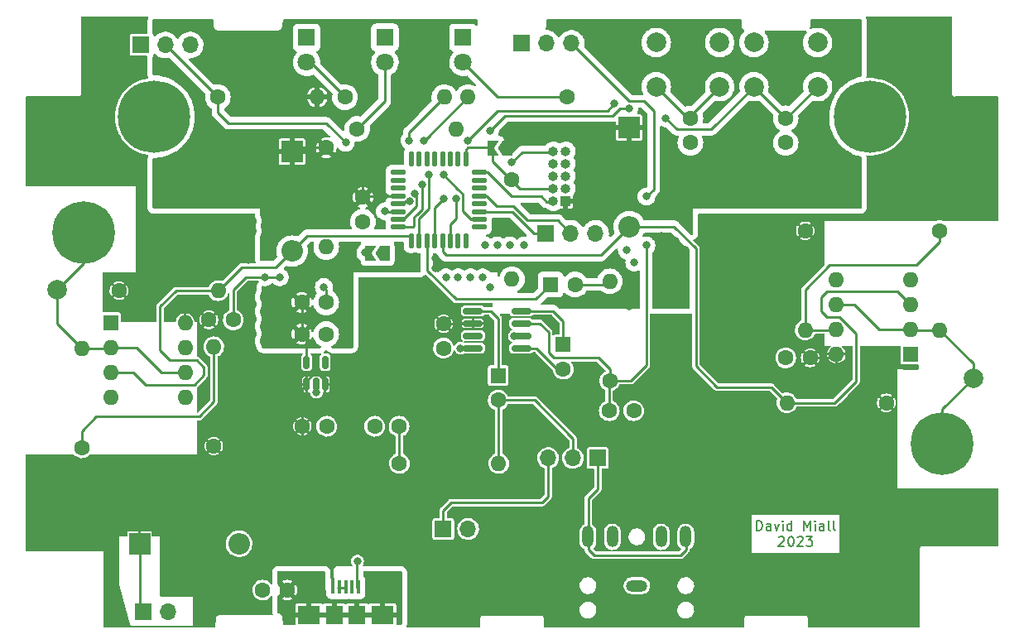
<source format=gbr>
%TF.GenerationSoftware,KiCad,Pcbnew,(6.0.11)*%
%TF.CreationDate,2023-06-06T17:09:22+01:00*%
%TF.ProjectId,Digital Theremin,44696769-7461-46c2-9054-686572656d69,rev?*%
%TF.SameCoordinates,Original*%
%TF.FileFunction,Copper,L1,Top*%
%TF.FilePolarity,Positive*%
%FSLAX46Y46*%
G04 Gerber Fmt 4.6, Leading zero omitted, Abs format (unit mm)*
G04 Created by KiCad (PCBNEW (6.0.11)) date 2023-06-06 17:09:22*
%MOMM*%
%LPD*%
G01*
G04 APERTURE LIST*
G04 Aperture macros list*
%AMRoundRect*
0 Rectangle with rounded corners*
0 $1 Rounding radius*
0 $2 $3 $4 $5 $6 $7 $8 $9 X,Y pos of 4 corners*
0 Add a 4 corners polygon primitive as box body*
4,1,4,$2,$3,$4,$5,$6,$7,$8,$9,$2,$3,0*
0 Add four circle primitives for the rounded corners*
1,1,$1+$1,$2,$3*
1,1,$1+$1,$4,$5*
1,1,$1+$1,$6,$7*
1,1,$1+$1,$8,$9*
0 Add four rect primitives between the rounded corners*
20,1,$1+$1,$2,$3,$4,$5,0*
20,1,$1+$1,$4,$5,$6,$7,0*
20,1,$1+$1,$6,$7,$8,$9,0*
20,1,$1+$1,$8,$9,$2,$3,0*%
%AMFreePoly0*
4,1,6,1.000000,0.000000,0.500000,-0.750000,-0.500000,-0.750000,-0.500000,0.750000,0.500000,0.750000,1.000000,0.000000,1.000000,0.000000,$1*%
%AMFreePoly1*
4,1,6,0.500000,-0.750000,-0.650000,-0.750000,-0.150000,0.000000,-0.650000,0.750000,0.500000,0.750000,0.500000,-0.750000,0.500000,-0.750000,$1*%
G04 Aperture macros list end*
%ADD10C,0.150000*%
%TA.AperFunction,NonConductor*%
%ADD11C,0.150000*%
%TD*%
%TA.AperFunction,SMDPad,CuDef*%
%ADD12R,0.400000X1.400000*%
%TD*%
%TA.AperFunction,SMDPad,CuDef*%
%ADD13R,2.300000X1.900000*%
%TD*%
%TA.AperFunction,SMDPad,CuDef*%
%ADD14R,1.800000X1.900000*%
%TD*%
%TA.AperFunction,ComponentPad*%
%ADD15C,7.400000*%
%TD*%
%TA.AperFunction,ComponentPad*%
%ADD16C,2.000000*%
%TD*%
%TA.AperFunction,ComponentPad*%
%ADD17C,1.600000*%
%TD*%
%TA.AperFunction,ComponentPad*%
%ADD18O,1.600000X1.600000*%
%TD*%
%TA.AperFunction,ComponentPad*%
%ADD19C,0.800000*%
%TD*%
%TA.AperFunction,ComponentPad*%
%ADD20C,6.400000*%
%TD*%
%TA.AperFunction,ComponentPad*%
%ADD21R,1.800000X1.800000*%
%TD*%
%TA.AperFunction,ComponentPad*%
%ADD22C,1.800000*%
%TD*%
%TA.AperFunction,ComponentPad*%
%ADD23R,1.600000X1.600000*%
%TD*%
%TA.AperFunction,ComponentPad*%
%ADD24R,1.700000X1.700000*%
%TD*%
%TA.AperFunction,ComponentPad*%
%ADD25O,1.700000X1.700000*%
%TD*%
%TA.AperFunction,ComponentPad*%
%ADD26R,2.200000X2.200000*%
%TD*%
%TA.AperFunction,ComponentPad*%
%ADD27O,2.200000X2.200000*%
%TD*%
%TA.AperFunction,SMDPad,CuDef*%
%ADD28RoundRect,0.125000X-0.625000X-0.125000X0.625000X-0.125000X0.625000X0.125000X-0.625000X0.125000X0*%
%TD*%
%TA.AperFunction,SMDPad,CuDef*%
%ADD29RoundRect,0.125000X-0.125000X-0.625000X0.125000X-0.625000X0.125000X0.625000X-0.125000X0.625000X0*%
%TD*%
%TA.AperFunction,SMDPad,CuDef*%
%ADD30RoundRect,0.150000X0.150000X-0.512500X0.150000X0.512500X-0.150000X0.512500X-0.150000X-0.512500X0*%
%TD*%
%TA.AperFunction,SMDPad,CuDef*%
%ADD31FreePoly0,180.000000*%
%TD*%
%TA.AperFunction,SMDPad,CuDef*%
%ADD32FreePoly1,180.000000*%
%TD*%
%TA.AperFunction,ComponentPad*%
%ADD33R,1.000000X1.000000*%
%TD*%
%TA.AperFunction,ComponentPad*%
%ADD34O,1.000000X1.000000*%
%TD*%
%TA.AperFunction,ComponentPad*%
%ADD35O,1.200000X2.200000*%
%TD*%
%TA.AperFunction,ComponentPad*%
%ADD36O,2.200000X1.200000*%
%TD*%
%TA.AperFunction,SMDPad,CuDef*%
%ADD37RoundRect,0.150000X-0.825000X-0.150000X0.825000X-0.150000X0.825000X0.150000X-0.825000X0.150000X0*%
%TD*%
%TA.AperFunction,ViaPad*%
%ADD38C,0.800000*%
%TD*%
%TA.AperFunction,Conductor*%
%ADD39C,0.250000*%
%TD*%
G04 APERTURE END LIST*
D10*
D11*
X163047619Y-114647380D02*
X163047619Y-113647380D01*
X163285714Y-113647380D01*
X163428571Y-113695000D01*
X163523809Y-113790238D01*
X163571428Y-113885476D01*
X163619047Y-114075952D01*
X163619047Y-114218809D01*
X163571428Y-114409285D01*
X163523809Y-114504523D01*
X163428571Y-114599761D01*
X163285714Y-114647380D01*
X163047619Y-114647380D01*
X164476190Y-114647380D02*
X164476190Y-114123571D01*
X164428571Y-114028333D01*
X164333333Y-113980714D01*
X164142857Y-113980714D01*
X164047619Y-114028333D01*
X164476190Y-114599761D02*
X164380952Y-114647380D01*
X164142857Y-114647380D01*
X164047619Y-114599761D01*
X164000000Y-114504523D01*
X164000000Y-114409285D01*
X164047619Y-114314047D01*
X164142857Y-114266428D01*
X164380952Y-114266428D01*
X164476190Y-114218809D01*
X164857142Y-113980714D02*
X165095238Y-114647380D01*
X165333333Y-113980714D01*
X165714285Y-114647380D02*
X165714285Y-113980714D01*
X165714285Y-113647380D02*
X165666666Y-113695000D01*
X165714285Y-113742619D01*
X165761904Y-113695000D01*
X165714285Y-113647380D01*
X165714285Y-113742619D01*
X166619047Y-114647380D02*
X166619047Y-113647380D01*
X166619047Y-114599761D02*
X166523809Y-114647380D01*
X166333333Y-114647380D01*
X166238095Y-114599761D01*
X166190476Y-114552142D01*
X166142857Y-114456904D01*
X166142857Y-114171190D01*
X166190476Y-114075952D01*
X166238095Y-114028333D01*
X166333333Y-113980714D01*
X166523809Y-113980714D01*
X166619047Y-114028333D01*
X167857142Y-114647380D02*
X167857142Y-113647380D01*
X168190476Y-114361666D01*
X168523809Y-113647380D01*
X168523809Y-114647380D01*
X169000000Y-114647380D02*
X169000000Y-113980714D01*
X169000000Y-113647380D02*
X168952380Y-113695000D01*
X169000000Y-113742619D01*
X169047619Y-113695000D01*
X169000000Y-113647380D01*
X169000000Y-113742619D01*
X169904761Y-114647380D02*
X169904761Y-114123571D01*
X169857142Y-114028333D01*
X169761904Y-113980714D01*
X169571428Y-113980714D01*
X169476190Y-114028333D01*
X169904761Y-114599761D02*
X169809523Y-114647380D01*
X169571428Y-114647380D01*
X169476190Y-114599761D01*
X169428571Y-114504523D01*
X169428571Y-114409285D01*
X169476190Y-114314047D01*
X169571428Y-114266428D01*
X169809523Y-114266428D01*
X169904761Y-114218809D01*
X170523809Y-114647380D02*
X170428571Y-114599761D01*
X170380952Y-114504523D01*
X170380952Y-113647380D01*
X171047619Y-114647380D02*
X170952380Y-114599761D01*
X170904761Y-114504523D01*
X170904761Y-113647380D01*
X165285714Y-115352619D02*
X165333333Y-115305000D01*
X165428571Y-115257380D01*
X165666666Y-115257380D01*
X165761904Y-115305000D01*
X165809523Y-115352619D01*
X165857142Y-115447857D01*
X165857142Y-115543095D01*
X165809523Y-115685952D01*
X165238095Y-116257380D01*
X165857142Y-116257380D01*
X166476190Y-115257380D02*
X166571428Y-115257380D01*
X166666666Y-115305000D01*
X166714285Y-115352619D01*
X166761904Y-115447857D01*
X166809523Y-115638333D01*
X166809523Y-115876428D01*
X166761904Y-116066904D01*
X166714285Y-116162142D01*
X166666666Y-116209761D01*
X166571428Y-116257380D01*
X166476190Y-116257380D01*
X166380952Y-116209761D01*
X166333333Y-116162142D01*
X166285714Y-116066904D01*
X166238095Y-115876428D01*
X166238095Y-115638333D01*
X166285714Y-115447857D01*
X166333333Y-115352619D01*
X166380952Y-115305000D01*
X166476190Y-115257380D01*
X167190476Y-115352619D02*
X167238095Y-115305000D01*
X167333333Y-115257380D01*
X167571428Y-115257380D01*
X167666666Y-115305000D01*
X167714285Y-115352619D01*
X167761904Y-115447857D01*
X167761904Y-115543095D01*
X167714285Y-115685952D01*
X167142857Y-116257380D01*
X167761904Y-116257380D01*
X168095238Y-115257380D02*
X168714285Y-115257380D01*
X168380952Y-115638333D01*
X168523809Y-115638333D01*
X168619047Y-115685952D01*
X168666666Y-115733571D01*
X168714285Y-115828809D01*
X168714285Y-116066904D01*
X168666666Y-116162142D01*
X168619047Y-116209761D01*
X168523809Y-116257380D01*
X168238095Y-116257380D01*
X168142857Y-116209761D01*
X168095238Y-116162142D01*
D12*
%TO.P,J3,1,VBUS*%
%TO.N,+5V*%
X119700000Y-120450000D03*
%TO.P,J3,2,D-*%
%TO.N,Net-(J3-Pad2)*%
X120350000Y-120450000D03*
%TO.P,J3,3,D+*%
X121000000Y-120450000D03*
%TO.P,J3,4,ID*%
%TO.N,unconnected-(J3-Pad4)*%
X121650000Y-120450000D03*
%TO.P,J3,5,GND*%
%TO.N,GND*%
X122300000Y-120450000D03*
D13*
%TO.P,J3,6,Shield*%
%TO.N,Net-(C15-Pad1)*%
X124750000Y-123300000D03*
D14*
X122150000Y-123300000D03*
D13*
X117250000Y-123300000D03*
D14*
X119850000Y-123300000D03*
%TD*%
D15*
%TO.P,H2,1,1*%
%TO.N,GND*%
X174650000Y-72330000D03*
%TD*%
%TO.P,H1,1,1*%
%TO.N,GND*%
X101350000Y-72330000D03*
%TD*%
D16*
%TO.P,TP2,1,1*%
%TO.N,/Oscillators/Volume Antenna*%
X91440000Y-90043000D03*
%TD*%
%TO.P,TP1,1,1*%
%TO.N,/Oscillators/Pitch Antenna*%
X185166000Y-99060000D03*
%TD*%
D17*
%TO.P,R16,1*%
%TO.N,/Digital/swclk*%
X138000000Y-78800000D03*
D18*
%TO.P,R16,2*%
%TO.N,GND*%
X138000000Y-88960000D03*
%TD*%
D17*
%TO.P,R12,1*%
%TO.N,+5V*%
X168000000Y-84000000D03*
D18*
%TO.P,R12,2*%
%TO.N,Net-(R12-Pad2)*%
X168000000Y-94160000D03*
%TD*%
D19*
%TO.P,ANT1,1,A*%
%TO.N,/Oscillators/Pitch Antenna*%
X179600000Y-105800000D03*
X184400000Y-105800000D03*
X183697056Y-107497056D03*
D20*
X182000000Y-105800000D03*
D19*
X180302944Y-104102944D03*
X182000000Y-103400000D03*
X183697056Y-104102944D03*
X180302944Y-107497056D03*
X182000000Y-108200000D03*
%TD*%
D21*
%TO.P,D1,1,K*%
%TO.N,GND*%
X117000000Y-64240000D03*
D22*
%TO.P,D1,2,A*%
%TO.N,Net-(D1-Pad2)*%
X117000000Y-66780000D03*
%TD*%
D17*
%TO.P,C16,1*%
%TO.N,GND*%
X150450000Y-102400000D03*
%TO.P,C16,2*%
%TO.N,Net-(C16-Pad2)*%
X147950000Y-102400000D03*
%TD*%
D23*
%TO.P,U4,1,GND*%
%TO.N,GND*%
X96950000Y-93400000D03*
D18*
%TO.P,U4,2,TR*%
%TO.N,/Oscillators/Volume Antenna*%
X96950000Y-95940000D03*
%TO.P,U4,3,Q*%
%TO.N,/Volume Frequency*%
X96950000Y-98480000D03*
%TO.P,U4,4,R*%
%TO.N,+5V*%
X96950000Y-101020000D03*
%TO.P,U4,5,CV*%
%TO.N,unconnected-(U4-Pad5)*%
X104570000Y-101020000D03*
%TO.P,U4,6,THR*%
%TO.N,/Oscillators/Volume Antenna*%
X104570000Y-98480000D03*
%TO.P,U4,7,DIS*%
%TO.N,Net-(R14-Pad2)*%
X104570000Y-95940000D03*
%TO.P,U4,8,VCC*%
%TO.N,+5V*%
X104570000Y-93400000D03*
%TD*%
D24*
%TO.P,SP1,1,1*%
%TO.N,/Speaker*%
X130975000Y-114500000D03*
D25*
%TO.P,SP1,2,2*%
%TO.N,GND*%
X133515000Y-114500000D03*
%TD*%
D26*
%TO.P,D5,1,K*%
%TO.N,+3V0*%
X115500000Y-75920000D03*
D27*
%TO.P,D5,2,A*%
%TO.N,/Volume Frequency*%
X115500000Y-86080000D03*
%TD*%
D17*
%TO.P,C4,1*%
%TO.N,+3V0*%
X116500000Y-94580000D03*
%TO.P,C4,2*%
%TO.N,GND*%
X119000000Y-94580000D03*
%TD*%
D23*
%TO.P,C6,1*%
%TO.N,/MCU Audio Out*%
X141948880Y-89500000D03*
D17*
%TO.P,C6,2*%
%TO.N,Net-(C6-Pad2)*%
X144448880Y-89500000D03*
%TD*%
%TO.P,R3,1*%
%TO.N,Net-(D2-Pad2)*%
X122170000Y-73580000D03*
D18*
%TO.P,R3,2*%
%TO.N,/Square LED*%
X132330000Y-73580000D03*
%TD*%
D28*
%TO.P,U5,1,PB9*%
%TO.N,unconnected-(U5-Pad1)*%
X126325000Y-78030000D03*
%TO.P,U5,2,OSC32_IN/PC14*%
%TO.N,unconnected-(U5-Pad2)*%
X126325000Y-78830000D03*
%TO.P,U5,3,OSC32_OUT/PC15*%
%TO.N,unconnected-(U5-Pad3)*%
X126325000Y-79630000D03*
%TO.P,U5,4,VDD/VDDA*%
%TO.N,+3V0*%
X126325000Y-80430000D03*
%TO.P,U5,5,VSS/VSSA*%
%TO.N,GND*%
X126325000Y-81230000D03*
%TO.P,U5,6,~{RST}/PF2*%
%TO.N,/Digital/RST*%
X126325000Y-82030000D03*
%TO.P,U5,7,PA0*%
%TO.N,/Calibrate Button*%
X126325000Y-82830000D03*
%TO.P,U5,8,PA1*%
%TO.N,/Function Button*%
X126325000Y-83630000D03*
D29*
%TO.P,U5,9,PA2*%
%TO.N,/Volume Frequency*%
X127700000Y-85005000D03*
%TO.P,U5,10,PA3*%
%TO.N,/Pitch pot*%
X128500000Y-85005000D03*
%TO.P,U5,11,PA4*%
%TO.N,/MCU Audio Out*%
X129300000Y-85005000D03*
%TO.P,U5,12,PA5*%
%TO.N,/Triangle LED*%
X130100000Y-85005000D03*
%TO.P,U5,13,PA6*%
%TO.N,/Pitch Frequency*%
X130900000Y-85005000D03*
%TO.P,U5,14,PA7*%
%TO.N,/Square LED*%
X131700000Y-85005000D03*
%TO.P,U5,15,PB0*%
%TO.N,unconnected-(U5-Pad15)*%
X132500000Y-85005000D03*
%TO.P,U5,16,PB1*%
%TO.N,unconnected-(U5-Pad16)*%
X133300000Y-85005000D03*
D28*
%TO.P,U5,17,PB2*%
%TO.N,unconnected-(U5-Pad17)*%
X134675000Y-83630000D03*
%TO.P,U5,18,PA8*%
%TO.N,/Sine LED*%
X134675000Y-82830000D03*
%TO.P,U5,19,PA9*%
%TO.N,/Digital/UART TX*%
X134675000Y-82030000D03*
%TO.P,U5,20,PC6*%
%TO.N,unconnected-(U5-Pad20)*%
X134675000Y-81230000D03*
%TO.P,U5,21,PA10*%
%TO.N,/Digital/UART RX*%
X134675000Y-80430000D03*
%TO.P,U5,22,PA11_[PA9]*%
%TO.N,unconnected-(U5-Pad22)*%
X134675000Y-79630000D03*
%TO.P,U5,23,PA12_[PA10]*%
%TO.N,unconnected-(U5-Pad23)*%
X134675000Y-78830000D03*
%TO.P,U5,24,PA13*%
%TO.N,/Digital/swdio*%
X134675000Y-78030000D03*
D29*
%TO.P,U5,25,PA14/BOOT0*%
%TO.N,/Digital/swclk*%
X133300000Y-76655000D03*
%TO.P,U5,26,PA15*%
%TO.N,unconnected-(U5-Pad26)*%
X132500000Y-76655000D03*
%TO.P,U5,27,PB3*%
%TO.N,unconnected-(U5-Pad27)*%
X131700000Y-76655000D03*
%TO.P,U5,28,PB4*%
%TO.N,unconnected-(U5-Pad28)*%
X130900000Y-76655000D03*
%TO.P,U5,29,PB5*%
%TO.N,unconnected-(U5-Pad29)*%
X130100000Y-76655000D03*
%TO.P,U5,30,PB6*%
%TO.N,unconnected-(U5-Pad30)*%
X129300000Y-76655000D03*
%TO.P,U5,31,PB7*%
%TO.N,unconnected-(U5-Pad31)*%
X128500000Y-76655000D03*
%TO.P,U5,32,PB8*%
%TO.N,unconnected-(U5-Pad32)*%
X127700000Y-76655000D03*
%TD*%
D19*
%TO.P,ANT2,1,A*%
%TO.N,/Oscillators/Volume Antenna*%
X96600000Y-84200000D03*
X92502944Y-82502944D03*
X94200000Y-81800000D03*
X95897056Y-85897056D03*
X95897056Y-82502944D03*
D20*
X94200000Y-84200000D03*
D19*
X91800000Y-84200000D03*
X92502944Y-85897056D03*
X94200000Y-86600000D03*
%TD*%
D24*
%TO.P,J1,1,Pin_1*%
%TO.N,+5V*%
X100325000Y-122980000D03*
D25*
%TO.P,J1,2,Pin_2*%
%TO.N,GND*%
X102865000Y-122980000D03*
%TD*%
D17*
%TO.P,C9,1*%
%TO.N,+5V*%
X131000000Y-93500000D03*
%TO.P,C9,2*%
%TO.N,GND*%
X131000000Y-96000000D03*
%TD*%
%TO.P,R10,1*%
%TO.N,+5V*%
X176280000Y-101600000D03*
D18*
%TO.P,R10,2*%
%TO.N,/Pitch Frequency*%
X166120000Y-101600000D03*
%TD*%
D17*
%TO.P,C5,1*%
%TO.N,+3V0*%
X116500000Y-91330000D03*
%TO.P,C5,2*%
%TO.N,GND*%
X119000000Y-91330000D03*
%TD*%
%TO.P,C14,1*%
%TO.N,GND*%
X122750000Y-83080000D03*
%TO.P,C14,2*%
%TO.N,+3V0*%
X122750000Y-80580000D03*
%TD*%
%TO.P,R5,1*%
%TO.N,Net-(C16-Pad2)*%
X148000000Y-99330000D03*
D18*
%TO.P,R5,2*%
%TO.N,Net-(C6-Pad2)*%
X148000000Y-89170000D03*
%TD*%
D24*
%TO.P,J4,1,Pin_1*%
%TO.N,/Digital/UART TX*%
X141475000Y-84250000D03*
D25*
%TO.P,J4,2,Pin_2*%
%TO.N,/Digital/UART RX*%
X144015000Y-84250000D03*
%TO.P,J4,3,Pin_3*%
%TO.N,GND*%
X146555000Y-84250000D03*
%TD*%
D26*
%TO.P,D4,1,K*%
%TO.N,+5V*%
X99920000Y-116000000D03*
D27*
%TO.P,D4,2,A*%
%TO.N,GND*%
X110080000Y-116000000D03*
%TD*%
D23*
%TO.P,U3,1,GND*%
%TO.N,GND*%
X178800000Y-96630000D03*
D18*
%TO.P,U3,2,TR*%
%TO.N,/Oscillators/Pitch Antenna*%
X178800000Y-94090000D03*
%TO.P,U3,3,Q*%
%TO.N,/Pitch Frequency*%
X178800000Y-91550000D03*
%TO.P,U3,4,R*%
%TO.N,+5V*%
X178800000Y-89010000D03*
%TO.P,U3,5,CV*%
%TO.N,unconnected-(U3-Pad5)*%
X171180000Y-89010000D03*
%TO.P,U3,6,THR*%
%TO.N,/Oscillators/Pitch Antenna*%
X171180000Y-91550000D03*
%TO.P,U3,7,DIS*%
%TO.N,Net-(R12-Pad2)*%
X171180000Y-94090000D03*
%TO.P,U3,8,VCC*%
%TO.N,+5V*%
X171180000Y-96630000D03*
%TD*%
D16*
%TO.P,SW2,2,2*%
%TO.N,/Calibrate Button*%
X162750000Y-69250000D03*
X169250000Y-69250000D03*
%TO.P,SW2,1,1*%
%TO.N,GND*%
X169250000Y-64750000D03*
X162750000Y-64750000D03*
%TD*%
D17*
%TO.P,C3,1*%
%TO.N,+5V*%
X116550000Y-104000000D03*
%TO.P,C3,2*%
%TO.N,GND*%
X119050000Y-104000000D03*
%TD*%
D21*
%TO.P,D2,1,K*%
%TO.N,GND*%
X125000000Y-64215000D03*
D22*
%TO.P,D2,2,A*%
%TO.N,Net-(D2-Pad2)*%
X125000000Y-66755000D03*
%TD*%
D17*
%TO.P,C13,1*%
%TO.N,+5V*%
X107000000Y-93120000D03*
%TO.P,C13,2*%
%TO.N,GND*%
X109500000Y-93120000D03*
%TD*%
%TO.P,C12,1*%
%TO.N,+5V*%
X168500000Y-97000000D03*
%TO.P,C12,2*%
%TO.N,GND*%
X166000000Y-97000000D03*
%TD*%
%TO.P,R2,1*%
%TO.N,Net-(D1-Pad2)*%
X120920000Y-70330000D03*
D18*
%TO.P,R2,2*%
%TO.N,/Sine LED*%
X131080000Y-70330000D03*
%TD*%
D30*
%TO.P,U1,1,VIN*%
%TO.N,+5V*%
X117000000Y-99717500D03*
%TO.P,U1,2,GND*%
%TO.N,GND*%
X117950000Y-99717500D03*
%TO.P,U1,3,EN*%
%TO.N,+5V*%
X118900000Y-99717500D03*
%TO.P,U1,4,NC*%
%TO.N,unconnected-(U1-Pad4)*%
X118900000Y-97442500D03*
%TO.P,U1,5,VOUT*%
%TO.N,+3V0*%
X117000000Y-97442500D03*
%TD*%
D23*
%TO.P,C8,1*%
%TO.N,Net-(C8-Pad1)*%
X136600000Y-98819328D03*
D17*
%TO.P,C8,2*%
%TO.N,Net-(C8-Pad2)*%
X136600000Y-101319328D03*
%TD*%
D23*
%TO.P,C7,1*%
%TO.N,Net-(C7-Pad1)*%
X143250000Y-95653992D03*
D17*
%TO.P,C7,2*%
%TO.N,GND*%
X143250000Y-98153992D03*
%TD*%
D24*
%TO.P,RV2,1,1*%
%TO.N,unconnected-(RV2-Pad1)*%
X139000000Y-64830000D03*
D25*
%TO.P,RV2,2,2*%
%TO.N,GND*%
X141540000Y-64830000D03*
%TO.P,RV2,3,3*%
%TO.N,Net-(C16-Pad2)*%
X144080000Y-64830000D03*
%TD*%
D17*
%TO.P,R1,1*%
%TO.N,/Pitch pot*%
X107920000Y-70330000D03*
D18*
%TO.P,R1,2*%
%TO.N,+3V0*%
X118080000Y-70330000D03*
%TD*%
D21*
%TO.P,D3,1,K*%
%TO.N,GND*%
X133000000Y-64240000D03*
D22*
%TO.P,D3,2,A*%
%TO.N,Net-(D3-Pad2)*%
X133000000Y-66780000D03*
%TD*%
D24*
%TO.P,RV1,1,1*%
%TO.N,GND*%
X100000000Y-65000000D03*
D25*
%TO.P,RV1,2,2*%
%TO.N,/Pitch pot*%
X102540000Y-65000000D03*
%TO.P,RV1,3,3*%
%TO.N,unconnected-(RV1-Pad3)*%
X105080000Y-65000000D03*
%TD*%
D24*
%TO.P,SW3,1,A*%
%TO.N,/Output*%
X146775000Y-107250000D03*
D25*
%TO.P,SW3,2,B*%
%TO.N,Net-(C8-Pad2)*%
X144235000Y-107250000D03*
%TO.P,SW3,3,C*%
%TO.N,/Speaker*%
X141695000Y-107250000D03*
%TD*%
D17*
%TO.P,R15,1*%
%TO.N,Net-(R14-Pad2)*%
X94000000Y-106200000D03*
D18*
%TO.P,R15,2*%
%TO.N,/Oscillators/Volume Antenna*%
X94000000Y-96040000D03*
%TD*%
D17*
%TO.P,R14,1*%
%TO.N,+5V*%
X107500000Y-106030000D03*
D18*
%TO.P,R14,2*%
%TO.N,Net-(R14-Pad2)*%
X107500000Y-95870000D03*
%TD*%
D31*
%TO.P,JP1,1,A*%
%TO.N,+3V0*%
X137500000Y-75580000D03*
D32*
%TO.P,JP1,2,B*%
%TO.N,/Digital/swclk*%
X136050000Y-75580000D03*
%TD*%
D17*
%TO.P,R17,1*%
%TO.N,+3V0*%
X119000000Y-75500000D03*
D18*
%TO.P,R17,2*%
%TO.N,/Digital/RST*%
X119000000Y-85660000D03*
%TD*%
D17*
%TO.P,C10,1*%
%TO.N,GND*%
X123950000Y-104000000D03*
%TO.P,C10,2*%
%TO.N,Net-(C10-Pad2)*%
X126450000Y-104000000D03*
%TD*%
%TO.P,C15,1*%
%TO.N,Net-(C15-Pad1)*%
X115000000Y-120750000D03*
%TO.P,C15,2*%
%TO.N,GND*%
X112500000Y-120750000D03*
%TD*%
D33*
%TO.P,SWD1,1,VTref*%
%TO.N,+3V0*%
X143502890Y-80967784D03*
D34*
%TO.P,SWD1,2,SWDIO/TMS*%
%TO.N,/Digital/swdio*%
X142232890Y-80967784D03*
%TO.P,SWD1,3,GND*%
%TO.N,GND*%
X143502890Y-79697784D03*
%TO.P,SWD1,4,SWDCLK/TCK*%
%TO.N,/Digital/swclk*%
X142232890Y-79697784D03*
%TO.P,SWD1,5,GND*%
%TO.N,GND*%
X143502890Y-78427784D03*
%TO.P,SWD1,6,SWO/TDO*%
%TO.N,unconnected-(SWD1-Pad6)*%
X142232890Y-78427784D03*
%TO.P,SWD1,7,KEY*%
%TO.N,unconnected-(SWD1-Pad7)*%
X143502890Y-77157784D03*
%TO.P,SWD1,8,NC/TDI*%
%TO.N,unconnected-(SWD1-Pad8)*%
X142232890Y-77157784D03*
%TO.P,SWD1,9,GNDDetect*%
%TO.N,unconnected-(SWD1-Pad9)*%
X143502890Y-75887784D03*
%TO.P,SWD1,10,~{RESET}*%
%TO.N,/Digital/RST*%
X142232890Y-75887784D03*
%TD*%
D17*
%TO.P,C2,1*%
%TO.N,GND*%
X156250000Y-75000000D03*
%TO.P,C2,2*%
%TO.N,/Function Button*%
X156250000Y-72500000D03*
%TD*%
%TO.P,R7,1*%
%TO.N,Net-(C10-Pad2)*%
X126480000Y-107800000D03*
D18*
%TO.P,R7,2*%
%TO.N,Net-(C8-Pad2)*%
X136640000Y-107800000D03*
%TD*%
D31*
%TO.P,JP2,1,A*%
%TO.N,/Digital/RST*%
X124975000Y-86330000D03*
D32*
%TO.P,JP2,2,B*%
%TO.N,GND*%
X123525000Y-86330000D03*
%TD*%
D17*
%TO.P,R13,1*%
%TO.N,Net-(R12-Pad2)*%
X181750000Y-84000000D03*
D18*
%TO.P,R13,2*%
%TO.N,/Oscillators/Pitch Antenna*%
X181750000Y-94160000D03*
%TD*%
D17*
%TO.P,R4,1*%
%TO.N,Net-(D3-Pad2)*%
X143670000Y-70330000D03*
D18*
%TO.P,R4,2*%
%TO.N,/Triangle LED*%
X133510000Y-70330000D03*
%TD*%
D17*
%TO.P,C1,1*%
%TO.N,GND*%
X166000000Y-75000000D03*
%TO.P,C1,2*%
%TO.N,/Calibrate Button*%
X166000000Y-72500000D03*
%TD*%
D26*
%TO.P,D6,1,K*%
%TO.N,+3V0*%
X150000000Y-73420000D03*
D27*
%TO.P,D6,2,A*%
%TO.N,/Pitch Frequency*%
X150000000Y-83580000D03*
%TD*%
D17*
%TO.P,R11,1*%
%TO.N,+5V*%
X97790000Y-90120000D03*
D18*
%TO.P,R11,2*%
%TO.N,/Volume Frequency*%
X107950000Y-90120000D03*
%TD*%
D35*
%TO.P,J2,R,R*%
%TO.N,/Output*%
X145773983Y-115301787D03*
%TO.P,J2,RN,RN*%
%TO.N,unconnected-(J2-PadRN)*%
X148273983Y-115301787D03*
D36*
%TO.P,J2,S,S*%
%TO.N,GND*%
X150773983Y-120301787D03*
D35*
%TO.P,J2,T,T*%
%TO.N,/Output*%
X155773983Y-115301787D03*
%TO.P,J2,TN,TN*%
%TO.N,unconnected-(J2-PadTN)*%
X153273983Y-115301787D03*
%TD*%
D16*
%TO.P,SW1,1,1*%
%TO.N,GND*%
X159250000Y-64750000D03*
X152750000Y-64750000D03*
%TO.P,SW1,2,2*%
%TO.N,/Function Button*%
X159250000Y-69250000D03*
X152750000Y-69250000D03*
%TD*%
D37*
%TO.P,U2,1*%
%TO.N,Net-(C8-Pad1)*%
X134000000Y-92210000D03*
%TO.P,U2,2,V+*%
%TO.N,+5V*%
X134000000Y-93480000D03*
%TO.P,U2,3*%
%TO.N,unconnected-(U2-Pad3)*%
X134000000Y-94750000D03*
%TO.P,U2,4,V-*%
%TO.N,GND*%
X134000000Y-96020000D03*
%TO.P,U2,5,-*%
X138950000Y-96020000D03*
%TO.P,U2,6,+*%
X138950000Y-94750000D03*
%TO.P,U2,7,+*%
%TO.N,Net-(C16-Pad2)*%
X138950000Y-93480000D03*
%TO.P,U2,8,-*%
%TO.N,Net-(C7-Pad1)*%
X138950000Y-92210000D03*
%TD*%
D38*
%TO.N,/Calibrate Button*%
X128051000Y-80168205D03*
X153750000Y-72500000D03*
X135750000Y-73750000D03*
X150000000Y-71500000D03*
%TO.N,/Function Button*%
X128775500Y-79250000D03*
X148500000Y-71000000D03*
X133500000Y-74750000D03*
%TO.N,GND*%
X139250000Y-85500000D03*
X133750000Y-88750000D03*
X131250000Y-88750000D03*
X138250000Y-94750000D03*
X137750000Y-85500000D03*
X123000000Y-86250000D03*
X114250000Y-88750000D03*
X118000000Y-100500000D03*
X118750000Y-89750000D03*
X132750000Y-96000000D03*
X127513234Y-81010707D03*
X132500000Y-88750000D03*
X135750000Y-89750000D03*
X112750000Y-88750000D03*
X135000000Y-88750000D03*
X135250000Y-85500000D03*
X122200000Y-117800000D03*
X149750000Y-86000000D03*
X136500000Y-85500000D03*
X150500000Y-87250000D03*
%TO.N,+5V*%
X131400000Y-105200000D03*
X134200000Y-104200000D03*
X128600000Y-106200000D03*
X170000000Y-102800000D03*
X109500000Y-84000000D03*
X110500000Y-83000000D03*
X140700000Y-104200000D03*
X139700000Y-105200000D03*
X160500000Y-96000000D03*
X155500000Y-94500000D03*
X140700000Y-105200000D03*
X150200000Y-104200000D03*
X111500000Y-90000000D03*
X134200000Y-105200000D03*
X110000000Y-87000000D03*
X130000000Y-106200000D03*
X155500000Y-97500000D03*
X151200000Y-108200000D03*
X151200000Y-105200000D03*
X128600000Y-104200000D03*
X134200000Y-106200000D03*
X155500000Y-100500000D03*
X159500000Y-94000000D03*
X151200000Y-106200000D03*
X155500000Y-101500000D03*
X174200000Y-96800000D03*
X149200000Y-104200000D03*
X131400000Y-104200000D03*
X151200000Y-107200000D03*
X149200000Y-106200000D03*
X155500000Y-96500000D03*
X159500000Y-95000000D03*
X111500000Y-94500000D03*
X108500000Y-84000000D03*
X158000000Y-96000000D03*
X130000000Y-105200000D03*
X111500000Y-96000000D03*
X150200000Y-107200000D03*
X150200000Y-106200000D03*
X158500000Y-101500000D03*
X149200000Y-108200000D03*
X158000000Y-97000000D03*
X108500000Y-83000000D03*
X149200000Y-107200000D03*
X148200000Y-105200000D03*
X141700000Y-104200000D03*
X132800000Y-104200000D03*
X138700000Y-105200000D03*
X111500000Y-84000000D03*
X149200000Y-105200000D03*
X148200000Y-104200000D03*
X145200000Y-104200000D03*
X110500000Y-96000000D03*
X159500000Y-98000000D03*
X162400000Y-98800000D03*
X131400000Y-106200000D03*
X159500000Y-96000000D03*
X168000000Y-102800000D03*
X110500000Y-84000000D03*
X162400000Y-101200000D03*
X155500000Y-98500000D03*
X160500000Y-95000000D03*
X150200000Y-108200000D03*
X141700000Y-105200000D03*
X166200000Y-99600000D03*
X128600000Y-105200000D03*
X160500000Y-97000000D03*
X111500000Y-97500000D03*
X111500000Y-91500000D03*
X137700000Y-105200000D03*
X155500000Y-95500000D03*
X160500000Y-101500000D03*
X160500000Y-94000000D03*
X130000000Y-104200000D03*
X132800000Y-106200000D03*
X159500000Y-97000000D03*
X170800000Y-99400000D03*
X109500000Y-97500000D03*
X164000000Y-101200000D03*
X164000000Y-98800000D03*
X137700000Y-104200000D03*
X156500000Y-99500000D03*
X146200000Y-104200000D03*
X110500000Y-97500000D03*
X156500000Y-101500000D03*
X168600000Y-99800000D03*
X158000000Y-95000000D03*
X159500000Y-101500000D03*
X111000000Y-87000000D03*
X109000000Y-87000000D03*
X139700000Y-106200000D03*
X111500000Y-83000000D03*
X157500000Y-101500000D03*
X150200000Y-105200000D03*
X146200000Y-105200000D03*
X157500000Y-100500000D03*
X111500000Y-93000000D03*
X155500000Y-99500000D03*
X160500000Y-98000000D03*
X139700000Y-104200000D03*
X109500000Y-83000000D03*
X132800000Y-105200000D03*
X151200000Y-104200000D03*
X158000000Y-94000000D03*
X138700000Y-106200000D03*
X156500000Y-100500000D03*
X138700000Y-104200000D03*
X137700000Y-106200000D03*
%TO.N,+3V0*%
X155750000Y-86000000D03*
X128200000Y-87800000D03*
X155750000Y-81000000D03*
X150000000Y-89500000D03*
X155750000Y-89750000D03*
X153000000Y-89750000D03*
X154500000Y-81000000D03*
X153000000Y-91500000D03*
X154500000Y-86750000D03*
X155750000Y-83250000D03*
X155750000Y-91500000D03*
X150000000Y-91750000D03*
X153250000Y-82500000D03*
X117299999Y-83300001D03*
X128200000Y-86800000D03*
X154750000Y-82500000D03*
X153250000Y-88250000D03*
X130200000Y-86800000D03*
X138000000Y-75200000D03*
X130200000Y-87800000D03*
X150000000Y-90500000D03*
X153250000Y-86750000D03*
X155750000Y-88250000D03*
X154500000Y-91500000D03*
X138400000Y-84200000D03*
X154500000Y-88250000D03*
X153250000Y-84500000D03*
X154750000Y-85000000D03*
X154500000Y-89750000D03*
%TO.N,Net-(C16-Pad2)*%
X151750000Y-80500000D03*
X151750000Y-85500000D03*
%TO.N,/Pitch pot*%
X129500000Y-78250000D03*
X121000000Y-75000000D03*
%TO.N,/Sine LED*%
X127500000Y-74750000D03*
X131000000Y-78250000D03*
%TO.N,/Square LED*%
X132250000Y-80750000D03*
%TO.N,/Triangle LED*%
X131000000Y-80750000D03*
X129000000Y-74750000D03*
%TO.N,/Digital/RST*%
X125000000Y-86500000D03*
X138000000Y-77000000D03*
X125000000Y-82000000D03*
%TD*%
D39*
%TO.N,/Pitch pot*%
X102540000Y-65000000D02*
X107870000Y-70330000D01*
X107870000Y-70330000D02*
X107920000Y-70330000D01*
%TO.N,Net-(D1-Pad2)*%
X120920000Y-70330000D02*
X117370000Y-66780000D01*
X117370000Y-66780000D02*
X117000000Y-66780000D01*
%TO.N,Net-(D2-Pad2)*%
X125000000Y-66755000D02*
X125000000Y-70750000D01*
X125000000Y-70750000D02*
X122170000Y-73580000D01*
%TO.N,/Calibrate Button*%
X153750000Y-72500000D02*
X154875000Y-73625000D01*
X154875000Y-73625000D02*
X158375000Y-73625000D01*
X158375000Y-73625000D02*
X162750000Y-69250000D01*
X146500000Y-72250000D02*
X148275305Y-72250000D01*
X135750000Y-73750000D02*
X137250000Y-72250000D01*
X128238234Y-81503162D02*
X128238234Y-80355439D01*
X126911396Y-82830000D02*
X128238234Y-81503162D01*
X126325000Y-82830000D02*
X126911396Y-82830000D01*
X149025305Y-71500000D02*
X150000000Y-71500000D01*
X148275305Y-72250000D02*
X149025305Y-71500000D01*
X128238234Y-80355439D02*
X128051000Y-80168205D01*
X137250000Y-72250000D02*
X146500000Y-72250000D01*
%TO.N,GND*%
X127513234Y-81010707D02*
X127130689Y-81010707D01*
X127130689Y-81010707D02*
X126911396Y-81230000D01*
X126911396Y-81230000D02*
X126325000Y-81230000D01*
%TO.N,/Function Button*%
X128313604Y-82300000D02*
X128775500Y-81838104D01*
X127870000Y-83630000D02*
X128000000Y-83500000D01*
X126325000Y-83630000D02*
X127870000Y-83630000D01*
X128000000Y-82613604D02*
X128313604Y-82300000D01*
X128775500Y-81838104D02*
X128775500Y-79250000D01*
X138000000Y-71750000D02*
X147750000Y-71750000D01*
X147750000Y-71750000D02*
X148500000Y-71000000D01*
X128000000Y-83500000D02*
X128000000Y-82613604D01*
X136500000Y-71750000D02*
X138000000Y-71750000D01*
X133500000Y-74750000D02*
X136500000Y-71750000D01*
X152750000Y-69250000D02*
X156000000Y-72500000D01*
X156000000Y-72500000D02*
X156250000Y-72500000D01*
X159250000Y-69250000D02*
X156250000Y-72250000D01*
X156250000Y-72250000D02*
X156250000Y-72500000D01*
%TO.N,/Calibrate Button*%
X169250000Y-69250000D02*
X166000000Y-72500000D01*
X162750000Y-69250000D02*
X166000000Y-72500000D01*
%TO.N,Net-(C16-Pad2)*%
X144080000Y-64830000D02*
X150000000Y-70750000D01*
X150000000Y-70750000D02*
X151500000Y-70750000D01*
X151500000Y-70750000D02*
X152500000Y-71750000D01*
X152500000Y-71750000D02*
X152500000Y-79750000D01*
X152500000Y-79750000D02*
X151750000Y-80500000D01*
%TO.N,/Sine LED*%
X127500000Y-74750000D02*
X127500000Y-73910000D01*
X127500000Y-73910000D02*
X131080000Y-70330000D01*
%TO.N,/Pitch pot*%
X119000000Y-73000000D02*
X109000000Y-73000000D01*
X121000000Y-75000000D02*
X119000000Y-73000000D01*
X109000000Y-73000000D02*
X107920000Y-71920000D01*
X107920000Y-71920000D02*
X107920000Y-70330000D01*
%TO.N,/Triangle LED*%
X133510000Y-70330000D02*
X129090000Y-74750000D01*
X129090000Y-74750000D02*
X129000000Y-74750000D01*
%TO.N,Net-(D3-Pad2)*%
X143670000Y-70330000D02*
X136550000Y-70330000D01*
X136550000Y-70330000D02*
X133000000Y-66780000D01*
%TO.N,+5V*%
X99920000Y-116000000D02*
X99920000Y-122575000D01*
X99920000Y-122575000D02*
X100325000Y-122980000D01*
%TO.N,/Oscillators/Pitch Antenna*%
X185166000Y-99060000D02*
X185166000Y-97576000D01*
X185166000Y-97576000D02*
X181750000Y-94160000D01*
X182000000Y-105800000D02*
X182000000Y-102226000D01*
X182000000Y-102226000D02*
X185166000Y-99060000D01*
%TO.N,/Oscillators/Volume Antenna*%
X91440000Y-90043000D02*
X91440000Y-93480000D01*
X91440000Y-93480000D02*
X94000000Y-96040000D01*
X94200000Y-84200000D02*
X94200000Y-87283000D01*
X94200000Y-87283000D02*
X91440000Y-90043000D01*
%TO.N,/Oscillators/Pitch Antenna*%
X175590000Y-94090000D02*
X178800000Y-94090000D01*
X178870000Y-94160000D02*
X178800000Y-94090000D01*
X181750000Y-94160000D02*
X178870000Y-94160000D01*
X173050000Y-91550000D02*
X175590000Y-94090000D01*
X171180000Y-91550000D02*
X173050000Y-91550000D01*
%TO.N,/Oscillators/Volume Antenna*%
X94000000Y-96040000D02*
X96850000Y-96040000D01*
X96850000Y-96040000D02*
X96950000Y-95940000D01*
X99570000Y-95940000D02*
X96950000Y-95940000D01*
X102110000Y-98480000D02*
X99570000Y-95940000D01*
X104570000Y-98480000D02*
X102110000Y-98480000D01*
%TO.N,GND*%
X138250000Y-94750000D02*
X138415000Y-94915000D01*
X118750000Y-89750000D02*
X119000000Y-90000000D01*
X132750000Y-96000000D02*
X133980000Y-96000000D01*
X117950000Y-99717500D02*
X117950000Y-100450000D01*
X133980000Y-96000000D02*
X134000000Y-96020000D01*
X112750000Y-88750000D02*
X110750000Y-88750000D01*
X140520000Y-96020000D02*
X142653992Y-98153992D01*
X142653992Y-98153992D02*
X143250000Y-98153992D01*
X110750000Y-88750000D02*
X109500000Y-90000000D01*
X122160421Y-117839579D02*
X122200000Y-117800000D01*
X117950000Y-100450000D02*
X118000000Y-100500000D01*
X122160421Y-120485627D02*
X122160421Y-117839579D01*
X123525000Y-86330000D02*
X123080000Y-86330000D01*
X109500000Y-90000000D02*
X109500000Y-93120000D01*
X138950000Y-96020000D02*
X140520000Y-96020000D01*
X112750000Y-88750000D02*
X114250000Y-88750000D01*
X138415000Y-94915000D02*
X139475000Y-94915000D01*
X119000000Y-90000000D02*
X119000000Y-91330000D01*
X123080000Y-86330000D02*
X123000000Y-86250000D01*
%TO.N,+5V*%
X118900000Y-99717500D02*
X118900000Y-99333249D01*
X116550000Y-104000000D02*
X116550000Y-100167500D01*
X117000000Y-99333249D02*
X117000000Y-99717500D01*
X117603249Y-98730000D02*
X117000000Y-99333249D01*
X178750000Y-88960000D02*
X178800000Y-89010000D01*
X170810000Y-97000000D02*
X171180000Y-96630000D01*
X168500000Y-97000000D02*
X170810000Y-97000000D01*
X133980000Y-93500000D02*
X131000000Y-93500000D01*
X134000000Y-93480000D02*
X133980000Y-93500000D01*
X116550000Y-113750000D02*
X116550000Y-104000000D01*
X118900000Y-99333249D02*
X118296751Y-98730000D01*
X118296751Y-98730000D02*
X117603249Y-98730000D01*
X119560421Y-120485627D02*
X119560421Y-116760421D01*
X119560421Y-116760421D02*
X116550000Y-113750000D01*
X116550000Y-100167500D02*
X117000000Y-99717500D01*
%TO.N,+3V0*%
X122750000Y-79250000D02*
X119000000Y-75500000D01*
X137500000Y-75580000D02*
X137620000Y-75580000D01*
X122750000Y-80580000D02*
X122920000Y-80580000D01*
X119000000Y-75500000D02*
X115920000Y-75500000D01*
X117000000Y-95080000D02*
X116500000Y-94580000D01*
X137620000Y-75580000D02*
X138000000Y-75200000D01*
X122920000Y-80580000D02*
X123070000Y-80430000D01*
X122750000Y-80580000D02*
X122750000Y-79250000D01*
X116500000Y-94580000D02*
X116500000Y-91330000D01*
X123070000Y-80430000D02*
X126325000Y-80430000D01*
X117000000Y-97442500D02*
X117000000Y-95080000D01*
X115920000Y-75500000D02*
X115500000Y-75920000D01*
%TO.N,/MCU Audio Out*%
X129300000Y-88050000D02*
X132250000Y-91000000D01*
X140448880Y-91000000D02*
X141948880Y-89500000D01*
X132250000Y-91000000D02*
X140448880Y-91000000D01*
X129300000Y-85005000D02*
X129300000Y-88050000D01*
%TO.N,Net-(C6-Pad2)*%
X144448880Y-89500000D02*
X147670000Y-89500000D01*
X147670000Y-89500000D02*
X148000000Y-89170000D01*
%TO.N,Net-(C7-Pad1)*%
X143250000Y-93250000D02*
X142210000Y-92210000D01*
X143250000Y-95653992D02*
X143250000Y-93250000D01*
X142210000Y-92210000D02*
X138950000Y-92210000D01*
%TO.N,Net-(C8-Pad1)*%
X136600000Y-93000000D02*
X136600000Y-98819328D01*
X134000000Y-92210000D02*
X135810000Y-92210000D01*
X135810000Y-92210000D02*
X136600000Y-93000000D01*
%TO.N,Net-(C10-Pad2)*%
X126450000Y-104000000D02*
X126450000Y-107770000D01*
X126450000Y-107770000D02*
X126480000Y-107800000D01*
%TO.N,/Pitch Frequency*%
X169600000Y-92200000D02*
X170200000Y-92800000D01*
X169600000Y-90800000D02*
X169600000Y-92200000D01*
X178800000Y-91550000D02*
X177450000Y-90200000D01*
X131250000Y-86500000D02*
X130900000Y-86150000D01*
X173200000Y-99400000D02*
X171000000Y-101600000D01*
X130900000Y-86150000D02*
X130900000Y-85005000D01*
X170200000Y-92800000D02*
X171480991Y-92800000D01*
X150000000Y-83580000D02*
X147080000Y-86500000D01*
X171000000Y-101600000D02*
X166120000Y-101600000D01*
X170200000Y-90200000D02*
X169600000Y-90800000D01*
X154580000Y-83580000D02*
X156800000Y-85800000D01*
X147080000Y-86500000D02*
X131250000Y-86500000D01*
X150000000Y-83580000D02*
X154580000Y-83580000D01*
X164520000Y-100000000D02*
X166120000Y-101600000D01*
X177450000Y-90200000D02*
X170200000Y-90200000D01*
X171480991Y-92800000D02*
X173200000Y-94519009D01*
X156800000Y-85800000D02*
X156800000Y-97800000D01*
X173200000Y-94519009D02*
X173200000Y-99400000D01*
X159000000Y-100000000D02*
X164520000Y-100000000D01*
X156800000Y-97800000D02*
X159000000Y-100000000D01*
%TO.N,/Speaker*%
X141095000Y-111800000D02*
X131800000Y-111800000D01*
X141695000Y-107250000D02*
X141695000Y-111200000D01*
X130975000Y-112625000D02*
X130975000Y-114500000D01*
X131800000Y-111800000D02*
X130975000Y-112625000D01*
X141695000Y-111200000D02*
X141095000Y-111800000D01*
%TO.N,Net-(C16-Pad2)*%
X150170000Y-99330000D02*
X148000000Y-99330000D01*
X141750000Y-96500000D02*
X141750000Y-94375000D01*
X151750000Y-85500000D02*
X151750000Y-97750000D01*
X141750000Y-94375000D02*
X140855000Y-93480000D01*
X146846008Y-97000000D02*
X142250000Y-97000000D01*
X147950000Y-102400000D02*
X147950000Y-99380000D01*
X148000000Y-99330000D02*
X148000000Y-98153992D01*
X142250000Y-97000000D02*
X141750000Y-96500000D01*
X147950000Y-99380000D02*
X148000000Y-99330000D01*
X148000000Y-98153992D02*
X146846008Y-97000000D01*
X140855000Y-93480000D02*
X138950000Y-93480000D01*
X151750000Y-97750000D02*
X150170000Y-99330000D01*
%TO.N,/Pitch pot*%
X129500000Y-78250000D02*
X129500000Y-81750000D01*
X129500000Y-81750000D02*
X128500000Y-82750000D01*
X128500000Y-82750000D02*
X128500000Y-85005000D01*
%TO.N,/Sine LED*%
X133000000Y-80250000D02*
X132500000Y-79750000D01*
X133000000Y-82000000D02*
X133000000Y-80500000D01*
X133750000Y-82750000D02*
X133000000Y-82000000D01*
X134675000Y-82830000D02*
X133830000Y-82830000D01*
X132500000Y-79750000D02*
X131000000Y-78250000D01*
X133000000Y-80500000D02*
X133000000Y-80250000D01*
X133830000Y-82830000D02*
X133750000Y-82750000D01*
%TO.N,/Square LED*%
X132250000Y-82750000D02*
X131700000Y-83300000D01*
X131700000Y-83300000D02*
X131700000Y-85005000D01*
X132250000Y-80750000D02*
X132250000Y-82750000D01*
%TO.N,/Triangle LED*%
X131000000Y-80750000D02*
X130100000Y-81650000D01*
X130100000Y-81650000D02*
X130100000Y-85005000D01*
%TO.N,/Output*%
X155200000Y-117200000D02*
X155800000Y-116600000D01*
X145800000Y-111400000D02*
X145800000Y-115000000D01*
X145800000Y-116600000D02*
X146400000Y-117200000D01*
X146400000Y-117200000D02*
X155200000Y-117200000D01*
X145800000Y-115000000D02*
X145800000Y-116600000D01*
X146775000Y-107250000D02*
X146775000Y-110425000D01*
X155800000Y-116600000D02*
X155800000Y-115000000D01*
X146775000Y-110425000D02*
X145800000Y-111400000D01*
%TO.N,Net-(R14-Pad2)*%
X106000000Y-103000000D02*
X107500000Y-101500000D01*
X95500000Y-103000000D02*
X106000000Y-103000000D01*
X94000000Y-106200000D02*
X94000000Y-104500000D01*
X94000000Y-104500000D02*
X95500000Y-103000000D01*
X107500000Y-101500000D02*
X107500000Y-95870000D01*
%TO.N,Net-(C8-Pad2)*%
X144235000Y-105235000D02*
X144235000Y-107250000D01*
X136640000Y-101359328D02*
X136600000Y-101319328D01*
X136640000Y-107800000D02*
X136640000Y-101359328D01*
X140319328Y-101319328D02*
X144235000Y-105235000D01*
X136600000Y-101319328D02*
X140319328Y-101319328D01*
%TO.N,Net-(R12-Pad2)*%
X170500000Y-87500000D02*
X168000000Y-90000000D01*
X181750000Y-84000000D02*
X181750000Y-85131370D01*
X181750000Y-85131370D02*
X179381370Y-87500000D01*
X168000000Y-94160000D02*
X171110000Y-94160000D01*
X168000000Y-90000000D02*
X168000000Y-94160000D01*
X179381370Y-87500000D02*
X170500000Y-87500000D01*
X171110000Y-94160000D02*
X171180000Y-94090000D01*
%TO.N,/Volume Frequency*%
X110345000Y-87725000D02*
X113855000Y-87725000D01*
X127700000Y-84500000D02*
X127700000Y-85005000D01*
X100500000Y-99750000D02*
X105500000Y-99750000D01*
X107950000Y-90120000D02*
X110345000Y-87725000D01*
X106500000Y-98750000D02*
X106500000Y-98000000D01*
X103630000Y-90120000D02*
X107950000Y-90120000D01*
X105500000Y-99750000D02*
X106500000Y-98750000D01*
X102000000Y-96250000D02*
X102000000Y-91750000D01*
X96950000Y-98480000D02*
X99230000Y-98480000D01*
X115500000Y-86080000D02*
X117080000Y-84500000D01*
X106500000Y-98000000D02*
X105750000Y-97250000D01*
X99230000Y-98480000D02*
X100500000Y-99750000D01*
X102000000Y-91750000D02*
X103630000Y-90120000D01*
X103000000Y-97250000D02*
X102000000Y-96250000D01*
X105750000Y-97250000D02*
X103000000Y-97250000D01*
X113855000Y-87725000D02*
X115500000Y-86080000D01*
X117080000Y-84500000D02*
X127700000Y-84500000D01*
%TO.N,/Digital/swdio*%
X142230000Y-81040000D02*
X141540000Y-81040000D01*
X141000000Y-80500000D02*
X138000000Y-80500000D01*
X141540000Y-81040000D02*
X141000000Y-80500000D01*
X135530000Y-78030000D02*
X134675000Y-78030000D01*
X138000000Y-80500000D02*
X135530000Y-78030000D01*
%TO.N,/Digital/swclk*%
X135970000Y-75500000D02*
X136050000Y-75580000D01*
X138847784Y-79697784D02*
X142232890Y-79697784D01*
X133300000Y-76655000D02*
X133300000Y-75700000D01*
X133300000Y-75700000D02*
X133500000Y-75500000D01*
X136050000Y-75580000D02*
X136050000Y-76900000D01*
X133500000Y-75500000D02*
X135970000Y-75500000D01*
X136050000Y-76900000D02*
X138847784Y-79697784D01*
%TO.N,/Digital/RST*%
X125000000Y-82000000D02*
X125030000Y-82030000D01*
X124975000Y-86475000D02*
X125000000Y-86500000D01*
X142230000Y-75960000D02*
X139040000Y-75960000D01*
X125030000Y-82030000D02*
X126325000Y-82030000D01*
X124975000Y-86330000D02*
X124975000Y-86475000D01*
X139040000Y-75960000D02*
X138000000Y-77000000D01*
%TO.N,/Digital/UART TX*%
X138030000Y-82030000D02*
X140250000Y-84250000D01*
X134675000Y-82030000D02*
X138030000Y-82030000D01*
X140250000Y-84250000D02*
X141475000Y-84250000D01*
%TO.N,/Digital/UART RX*%
X144015000Y-84250000D02*
X142715000Y-82950000D01*
X138111396Y-81475000D02*
X136475000Y-81475000D01*
X142715000Y-82950000D02*
X139586396Y-82950000D01*
X135430000Y-80430000D02*
X134675000Y-80430000D01*
X139586396Y-82950000D02*
X138111396Y-81475000D01*
X136475000Y-81475000D02*
X135430000Y-80430000D01*
%TO.N,Net-(J3-Pad2)*%
X120210421Y-120485627D02*
X120860421Y-120485627D01*
%TD*%
%TA.AperFunction,Conductor*%
%TO.N,Net-(C15-Pad1)*%
G36*
X118869042Y-118820002D02*
G01*
X118915535Y-118873658D01*
X118926921Y-118926000D01*
X118926921Y-120525483D01*
X118941947Y-120644424D01*
X118982574Y-120747035D01*
X118982652Y-120747233D01*
X118991500Y-120793617D01*
X118991500Y-121198134D01*
X118998255Y-121260316D01*
X119049385Y-121396705D01*
X119136739Y-121513261D01*
X119253295Y-121600615D01*
X119389684Y-121651745D01*
X119451866Y-121658500D01*
X119948134Y-121658500D01*
X120010316Y-121651745D01*
X120010580Y-121654174D01*
X120039420Y-121654174D01*
X120039684Y-121651745D01*
X120101866Y-121658500D01*
X120598134Y-121658500D01*
X120660316Y-121651745D01*
X120660580Y-121654174D01*
X120689420Y-121654174D01*
X120689684Y-121651745D01*
X120751866Y-121658500D01*
X121248134Y-121658500D01*
X121310316Y-121651745D01*
X121310580Y-121654174D01*
X121339420Y-121654174D01*
X121339684Y-121651745D01*
X121401866Y-121658500D01*
X121898134Y-121658500D01*
X121960316Y-121651745D01*
X121960580Y-121654174D01*
X121989420Y-121654174D01*
X121989684Y-121651745D01*
X122051866Y-121658500D01*
X122548134Y-121658500D01*
X122610316Y-121651745D01*
X122746705Y-121600615D01*
X122863261Y-121513261D01*
X122950615Y-121396705D01*
X123001745Y-121260316D01*
X123008500Y-121198134D01*
X123008500Y-119701866D01*
X123001745Y-119639684D01*
X122950615Y-119503295D01*
X122916292Y-119457498D01*
X122868645Y-119393922D01*
X122868642Y-119393919D01*
X122863261Y-119386739D01*
X122856080Y-119381357D01*
X122856078Y-119381355D01*
X122844357Y-119372571D01*
X122801841Y-119315712D01*
X122793921Y-119271744D01*
X122793921Y-118926000D01*
X122813923Y-118857879D01*
X122867579Y-118811386D01*
X122919921Y-118800000D01*
X126624000Y-118800000D01*
X126692121Y-118820002D01*
X126738614Y-118873658D01*
X126750000Y-118926000D01*
X126750000Y-124195500D01*
X126729998Y-124263621D01*
X126676342Y-124310114D01*
X126624000Y-124321500D01*
X126282000Y-124321500D01*
X126213879Y-124301498D01*
X126167386Y-124247842D01*
X126156000Y-124195500D01*
X126156000Y-123572115D01*
X126151525Y-123556876D01*
X126150135Y-123555671D01*
X126142452Y-123554000D01*
X123353382Y-123554000D01*
X123301047Y-123555869D01*
X123292455Y-123554000D01*
X118703382Y-123554000D01*
X118651047Y-123555869D01*
X118642455Y-123554000D01*
X115862115Y-123554000D01*
X115846876Y-123558475D01*
X115845671Y-123559865D01*
X115844000Y-123567548D01*
X115844000Y-124195500D01*
X115823998Y-124263621D01*
X115770342Y-124310114D01*
X115718000Y-124321500D01*
X114685008Y-124321500D01*
X114616887Y-124301498D01*
X114570394Y-124247842D01*
X114559422Y-124205710D01*
X114509110Y-123586859D01*
X114508698Y-123575881D01*
X114508921Y-123539256D01*
X114508976Y-123530279D01*
X114493759Y-123477036D01*
X114492045Y-123470343D01*
X114481764Y-123425088D01*
X114481762Y-123425083D01*
X114479774Y-123416331D01*
X114475410Y-123408491D01*
X114473550Y-123403631D01*
X114471415Y-123398858D01*
X114468949Y-123390229D01*
X114464161Y-123382641D01*
X114464160Y-123382638D01*
X114439401Y-123343398D01*
X114435866Y-123337438D01*
X114427102Y-123321691D01*
X114408940Y-123289058D01*
X114402543Y-123282749D01*
X114399381Y-123278591D01*
X114396016Y-123274637D01*
X114391224Y-123267042D01*
X114349716Y-123230383D01*
X114344650Y-123225654D01*
X114311626Y-123193086D01*
X114305232Y-123186780D01*
X114297323Y-123182521D01*
X114293145Y-123179435D01*
X114288783Y-123176569D01*
X114282049Y-123170622D01*
X114231931Y-123147092D01*
X114225763Y-123143987D01*
X114176986Y-123117720D01*
X114168205Y-123115853D01*
X114163324Y-123114062D01*
X114158325Y-123112534D01*
X114150200Y-123108719D01*
X114106615Y-123101933D01*
X114042383Y-123071689D01*
X114014948Y-123027885D01*
X115844000Y-123027885D01*
X115848475Y-123043124D01*
X115849865Y-123044329D01*
X115857548Y-123046000D01*
X116977885Y-123046000D01*
X116993124Y-123041525D01*
X116994329Y-123040135D01*
X116996000Y-123032452D01*
X116996000Y-123027885D01*
X117504000Y-123027885D01*
X117508475Y-123043124D01*
X117509865Y-123044329D01*
X117517548Y-123046000D01*
X118646618Y-123046000D01*
X118698953Y-123044131D01*
X118707545Y-123046000D01*
X119577885Y-123046000D01*
X119593124Y-123041525D01*
X119594329Y-123040135D01*
X119596000Y-123032452D01*
X119596000Y-123027885D01*
X120104000Y-123027885D01*
X120108475Y-123043124D01*
X120109865Y-123044329D01*
X120117548Y-123046000D01*
X121877885Y-123046000D01*
X121893124Y-123041525D01*
X121894329Y-123040135D01*
X121896000Y-123032452D01*
X121896000Y-123027885D01*
X122404000Y-123027885D01*
X122408475Y-123043124D01*
X122409865Y-123044329D01*
X122417548Y-123046000D01*
X123296618Y-123046000D01*
X123348953Y-123044131D01*
X123357545Y-123046000D01*
X124477885Y-123046000D01*
X124493124Y-123041525D01*
X124494329Y-123040135D01*
X124496000Y-123032452D01*
X124496000Y-123027885D01*
X125004000Y-123027885D01*
X125008475Y-123043124D01*
X125009865Y-123044329D01*
X125017548Y-123046000D01*
X126137885Y-123046000D01*
X126153124Y-123041525D01*
X126154329Y-123040135D01*
X126156000Y-123032452D01*
X126156000Y-122330975D01*
X126154793Y-122318721D01*
X126143567Y-122262283D01*
X126134253Y-122239797D01*
X126091458Y-122175751D01*
X126074249Y-122158542D01*
X126010203Y-122115747D01*
X125987717Y-122106433D01*
X125931279Y-122095207D01*
X125919025Y-122094000D01*
X125022115Y-122094000D01*
X125006876Y-122098475D01*
X125005671Y-122099865D01*
X125004000Y-122107548D01*
X125004000Y-123027885D01*
X124496000Y-123027885D01*
X124496000Y-122112115D01*
X124491525Y-122096876D01*
X124490135Y-122095671D01*
X124482452Y-122094000D01*
X123580975Y-122094000D01*
X123568721Y-122095207D01*
X123512283Y-122106433D01*
X123489797Y-122115747D01*
X123425751Y-122158542D01*
X123414095Y-122170198D01*
X123351783Y-122204224D01*
X123280968Y-122199159D01*
X123235905Y-122170198D01*
X123224249Y-122158542D01*
X123160203Y-122115747D01*
X123137717Y-122106433D01*
X123081279Y-122095207D01*
X123069025Y-122094000D01*
X122422115Y-122094000D01*
X122406876Y-122098475D01*
X122405671Y-122099865D01*
X122404000Y-122107548D01*
X122404000Y-123027885D01*
X121896000Y-123027885D01*
X121896000Y-122112115D01*
X121891525Y-122096876D01*
X121890135Y-122095671D01*
X121882452Y-122094000D01*
X121230975Y-122094000D01*
X121218721Y-122095207D01*
X121162283Y-122106433D01*
X121139797Y-122115747D01*
X121070002Y-122162383D01*
X121002249Y-122183598D01*
X120929998Y-122162383D01*
X120860203Y-122115747D01*
X120837717Y-122106433D01*
X120781279Y-122095207D01*
X120769025Y-122094000D01*
X120122115Y-122094000D01*
X120106876Y-122098475D01*
X120105671Y-122099865D01*
X120104000Y-122107548D01*
X120104000Y-123027885D01*
X119596000Y-123027885D01*
X119596000Y-122112115D01*
X119591525Y-122096876D01*
X119590135Y-122095671D01*
X119582452Y-122094000D01*
X118930975Y-122094000D01*
X118918721Y-122095207D01*
X118862283Y-122106433D01*
X118839797Y-122115747D01*
X118775751Y-122158542D01*
X118764095Y-122170198D01*
X118701783Y-122204224D01*
X118630968Y-122199159D01*
X118585905Y-122170198D01*
X118574249Y-122158542D01*
X118510203Y-122115747D01*
X118487717Y-122106433D01*
X118431279Y-122095207D01*
X118419025Y-122094000D01*
X117522115Y-122094000D01*
X117506876Y-122098475D01*
X117505671Y-122099865D01*
X117504000Y-122107548D01*
X117504000Y-123027885D01*
X116996000Y-123027885D01*
X116996000Y-122112115D01*
X116991525Y-122096876D01*
X116990135Y-122095671D01*
X116982452Y-122094000D01*
X116080975Y-122094000D01*
X116068721Y-122095207D01*
X116012283Y-122106433D01*
X115989797Y-122115747D01*
X115925751Y-122158542D01*
X115908542Y-122175751D01*
X115865747Y-122239797D01*
X115856433Y-122262283D01*
X115845207Y-122318721D01*
X115844000Y-122330975D01*
X115844000Y-123027885D01*
X114014948Y-123027885D01*
X114004698Y-123011520D01*
X114000000Y-122977433D01*
X114000000Y-121654408D01*
X114460422Y-121654408D01*
X114465331Y-121660966D01*
X114569807Y-121719356D01*
X114581046Y-121724266D01*
X114766283Y-121784453D01*
X114778257Y-121787086D01*
X114971666Y-121810148D01*
X114983915Y-121810405D01*
X115178118Y-121795462D01*
X115190198Y-121793331D01*
X115377779Y-121740957D01*
X115389229Y-121736517D01*
X115531236Y-121664784D01*
X115541522Y-121655137D01*
X115539284Y-121648494D01*
X115012812Y-121122022D01*
X114998868Y-121114408D01*
X114997035Y-121114539D01*
X114990420Y-121118790D01*
X114467182Y-121642028D01*
X114460422Y-121654408D01*
X114000000Y-121654408D01*
X114000000Y-121413781D01*
X114020002Y-121345660D01*
X114073658Y-121299167D01*
X114084941Y-121294659D01*
X114102017Y-121288773D01*
X114627978Y-120762812D01*
X114634356Y-120751132D01*
X115364408Y-120751132D01*
X115364539Y-120752965D01*
X115368790Y-120759580D01*
X115891868Y-121282658D01*
X115904248Y-121289418D01*
X115910982Y-121284377D01*
X115966325Y-121186955D01*
X115971319Y-121175739D01*
X116032794Y-120990939D01*
X116035514Y-120978968D01*
X116060253Y-120783131D01*
X116060745Y-120776104D01*
X116061061Y-120753522D01*
X116060766Y-120746495D01*
X116041502Y-120550030D01*
X116039119Y-120537992D01*
X115982826Y-120351542D01*
X115978152Y-120340201D01*
X115914056Y-120219654D01*
X115904196Y-120209573D01*
X115897068Y-120212142D01*
X115372022Y-120737188D01*
X115364408Y-120751132D01*
X114634356Y-120751132D01*
X114635592Y-120748868D01*
X114635461Y-120747035D01*
X114631210Y-120740420D01*
X114107772Y-120216982D01*
X114065612Y-120193960D01*
X114015411Y-120143757D01*
X114000000Y-120083374D01*
X114000000Y-119845530D01*
X114459248Y-119845530D01*
X114461703Y-119852493D01*
X114987188Y-120377978D01*
X115001132Y-120385592D01*
X115002965Y-120385461D01*
X115009580Y-120381210D01*
X115533253Y-119857537D01*
X115540013Y-119845157D01*
X115535354Y-119838934D01*
X115416615Y-119774732D01*
X115405310Y-119769980D01*
X115219253Y-119712385D01*
X115207240Y-119709919D01*
X115013536Y-119689560D01*
X115001268Y-119689475D01*
X114807307Y-119707126D01*
X114795258Y-119709424D01*
X114608413Y-119764416D01*
X114597036Y-119769013D01*
X114469397Y-119835741D01*
X114459248Y-119845530D01*
X114000000Y-119845530D01*
X114000000Y-118926000D01*
X114020002Y-118857879D01*
X114073658Y-118811386D01*
X114126000Y-118800000D01*
X118800921Y-118800000D01*
X118869042Y-118820002D01*
G37*
%TD.AperFunction*%
%TD*%
%TA.AperFunction,Conductor*%
%TO.N,+5V*%
G36*
X129165041Y-88458563D02*
G01*
X129181369Y-88470891D01*
X130565413Y-89854936D01*
X131945873Y-91235396D01*
X131955714Y-91247582D01*
X131960609Y-91255163D01*
X131960611Y-91255165D01*
X131963929Y-91260304D01*
X131968734Y-91264092D01*
X131992872Y-91283121D01*
X131999385Y-91288908D01*
X132002648Y-91292171D01*
X132005124Y-91293941D01*
X132005126Y-91293942D01*
X132019443Y-91304173D01*
X132022229Y-91306265D01*
X132051949Y-91329694D01*
X132063670Y-91338934D01*
X132069441Y-91340961D01*
X132072048Y-91342394D01*
X132072116Y-91342437D01*
X132072205Y-91342474D01*
X132074865Y-91343777D01*
X132079843Y-91347334D01*
X132085706Y-91349087D01*
X132085705Y-91349087D01*
X132130374Y-91362446D01*
X132133690Y-91363523D01*
X132183502Y-91381016D01*
X132189091Y-91381500D01*
X132190116Y-91381500D01*
X132195600Y-91381964D01*
X132195662Y-91381972D01*
X132201524Y-91383725D01*
X132207635Y-91383485D01*
X132207636Y-91383485D01*
X132256695Y-91381557D01*
X132259601Y-91381500D01*
X135987604Y-91381500D01*
X136035170Y-91398813D01*
X136060480Y-91442650D01*
X136054917Y-91486240D01*
X136038482Y-91522229D01*
X136027302Y-91546710D01*
X136026560Y-91549238D01*
X136026559Y-91549240D01*
X136017573Y-91579843D01*
X136007300Y-91614831D01*
X135986500Y-91759500D01*
X135986500Y-91763197D01*
X135986407Y-91763453D01*
X135986312Y-91764778D01*
X135985934Y-91764751D01*
X135969187Y-91810763D01*
X135925350Y-91836073D01*
X135887979Y-91833016D01*
X135880895Y-91830528D01*
X135880894Y-91830528D01*
X135876498Y-91828984D01*
X135870909Y-91828500D01*
X135869884Y-91828500D01*
X135864400Y-91828036D01*
X135864338Y-91828028D01*
X135858476Y-91826275D01*
X135852365Y-91826515D01*
X135852364Y-91826515D01*
X135803305Y-91828443D01*
X135800399Y-91828500D01*
X135199030Y-91828500D01*
X135151464Y-91811187D01*
X135146704Y-91806826D01*
X135066913Y-91727035D01*
X135012173Y-91699144D01*
X134957371Y-91671221D01*
X134957369Y-91671220D01*
X134952181Y-91668577D01*
X134870257Y-91655601D01*
X134859864Y-91653955D01*
X134859863Y-91653955D01*
X134856991Y-91653500D01*
X134854082Y-91653500D01*
X134000001Y-91653501D01*
X133143010Y-91653501D01*
X133047819Y-91668577D01*
X133042631Y-91671220D01*
X133042629Y-91671221D01*
X132987827Y-91699144D01*
X132933087Y-91727035D01*
X132842035Y-91818087D01*
X132832871Y-91836073D01*
X132796212Y-91908022D01*
X132783577Y-91932819D01*
X132768500Y-92028009D01*
X132768501Y-92391990D01*
X132783577Y-92487181D01*
X132786220Y-92492369D01*
X132786221Y-92492371D01*
X132802028Y-92523394D01*
X132842035Y-92601913D01*
X132933087Y-92692965D01*
X132970952Y-92712258D01*
X133042629Y-92748779D01*
X133042631Y-92748780D01*
X133047819Y-92751423D01*
X133143009Y-92766500D01*
X134000000Y-92766500D01*
X134856990Y-92766499D01*
X134952181Y-92751423D01*
X134957369Y-92748780D01*
X134957371Y-92748779D01*
X135029048Y-92712258D01*
X135066913Y-92692965D01*
X135146704Y-92613174D01*
X135192580Y-92591782D01*
X135199030Y-92591500D01*
X135621326Y-92591500D01*
X135668892Y-92608813D01*
X135673652Y-92613174D01*
X136196826Y-93136348D01*
X136218218Y-93182224D01*
X136218500Y-93188674D01*
X136218500Y-97688829D01*
X136201187Y-97736395D01*
X136157350Y-97761705D01*
X136144500Y-97762829D01*
X135774738Y-97762829D01*
X135699919Y-97777710D01*
X135693860Y-97781759D01*
X135693859Y-97781759D01*
X135626520Y-97826754D01*
X135615074Y-97834402D01*
X135611024Y-97840463D01*
X135602131Y-97853772D01*
X135558382Y-97919247D01*
X135549723Y-97962780D01*
X135544211Y-97990493D01*
X135543500Y-97994065D01*
X135543501Y-99644590D01*
X135558382Y-99719409D01*
X135562431Y-99725468D01*
X135562431Y-99725469D01*
X135588806Y-99764942D01*
X135615074Y-99804254D01*
X135699919Y-99860946D01*
X135743452Y-99869605D01*
X135771166Y-99875118D01*
X135771169Y-99875118D01*
X135774737Y-99875828D01*
X136599886Y-99875828D01*
X137425262Y-99875827D01*
X137500081Y-99860946D01*
X137519250Y-99848138D01*
X137578865Y-99808304D01*
X137584926Y-99804254D01*
X137641618Y-99719409D01*
X137654894Y-99652666D01*
X137655790Y-99648162D01*
X137655790Y-99648159D01*
X137656500Y-99644591D01*
X137656499Y-97994066D01*
X137641618Y-97919247D01*
X137620983Y-97888364D01*
X137588976Y-97840463D01*
X137584926Y-97834402D01*
X137571137Y-97825188D01*
X137515262Y-97787854D01*
X137500081Y-97777710D01*
X137456548Y-97769051D01*
X137428834Y-97763538D01*
X137428831Y-97763538D01*
X137425263Y-97762828D01*
X137055500Y-97762828D01*
X137007934Y-97745515D01*
X136982624Y-97701678D01*
X136981500Y-97688828D01*
X136981500Y-93048603D01*
X136983158Y-93033028D01*
X136985058Y-93024203D01*
X136985058Y-93024202D01*
X136986346Y-93018220D01*
X136982013Y-92981610D01*
X136981500Y-92972912D01*
X136981500Y-92968308D01*
X136980999Y-92965296D01*
X136980998Y-92965289D01*
X136978111Y-92947948D01*
X136977619Y-92944492D01*
X136976812Y-92937666D01*
X136971418Y-92892093D01*
X136968769Y-92886577D01*
X136967942Y-92883729D01*
X136967921Y-92883639D01*
X136967888Y-92883557D01*
X136966926Y-92880747D01*
X136965922Y-92874717D01*
X136940873Y-92828295D01*
X136939290Y-92825188D01*
X136918456Y-92781800D01*
X136918455Y-92781799D01*
X136916440Y-92777602D01*
X136912831Y-92773308D01*
X136912104Y-92772581D01*
X136908555Y-92768375D01*
X136908516Y-92768324D01*
X136905612Y-92762943D01*
X136865077Y-92725473D01*
X136862982Y-92723459D01*
X136779349Y-92639826D01*
X136757957Y-92593950D01*
X136771058Y-92545055D01*
X136812522Y-92516021D01*
X136831675Y-92513500D01*
X137362100Y-92513500D01*
X137377453Y-92512941D01*
X137398774Y-92512164D01*
X137398780Y-92512164D01*
X137399457Y-92512139D01*
X137413778Y-92511094D01*
X137417102Y-92510852D01*
X137417107Y-92510852D01*
X137417745Y-92510805D01*
X137454923Y-92506728D01*
X137458098Y-92505786D01*
X137458102Y-92505785D01*
X137592504Y-92465902D01*
X137592506Y-92465901D01*
X137595041Y-92465149D01*
X137634569Y-92446960D01*
X137685016Y-92442805D01*
X137726333Y-92472049D01*
X137733459Y-92486433D01*
X137733577Y-92487181D01*
X137736220Y-92492369D01*
X137736221Y-92492371D01*
X137752028Y-92523394D01*
X137792035Y-92601913D01*
X137883087Y-92692965D01*
X137920952Y-92712258D01*
X137992629Y-92748779D01*
X137992631Y-92748780D01*
X137997819Y-92751423D01*
X138093009Y-92766500D01*
X138950000Y-92766500D01*
X139806990Y-92766499D01*
X139902181Y-92751423D01*
X139907369Y-92748780D01*
X139907371Y-92748779D01*
X139979048Y-92712258D01*
X140016913Y-92692965D01*
X140096704Y-92613174D01*
X140142580Y-92591782D01*
X140149030Y-92591500D01*
X142021326Y-92591500D01*
X142068892Y-92608813D01*
X142073652Y-92613174D01*
X142846826Y-93386349D01*
X142868218Y-93432226D01*
X142868500Y-93438675D01*
X142868500Y-94523493D01*
X142851187Y-94571059D01*
X142807350Y-94596369D01*
X142794500Y-94597493D01*
X142424738Y-94597493D01*
X142349919Y-94612374D01*
X142343860Y-94616423D01*
X142343859Y-94616423D01*
X142276334Y-94661542D01*
X142265074Y-94669066D01*
X142261024Y-94675127D01*
X142257826Y-94678325D01*
X142211950Y-94699717D01*
X142163055Y-94686616D01*
X142134021Y-94645152D01*
X142131500Y-94625999D01*
X142131500Y-94423602D01*
X142133158Y-94408027D01*
X142135058Y-94399202D01*
X142135058Y-94399197D01*
X142136345Y-94393220D01*
X142132013Y-94356616D01*
X142131500Y-94347920D01*
X142131500Y-94343308D01*
X142128105Y-94322913D01*
X142127619Y-94319491D01*
X142126632Y-94311144D01*
X142121418Y-94267093D01*
X142118769Y-94261577D01*
X142117942Y-94258729D01*
X142117921Y-94258639D01*
X142117888Y-94258557D01*
X142116926Y-94255747D01*
X142115922Y-94249717D01*
X142090873Y-94203295D01*
X142089290Y-94200188D01*
X142068455Y-94156798D01*
X142068454Y-94156797D01*
X142066440Y-94152602D01*
X142062830Y-94148308D01*
X142062111Y-94147589D01*
X142058565Y-94143387D01*
X142058514Y-94143321D01*
X142055612Y-94137943D01*
X142015064Y-94100461D01*
X142012969Y-94098447D01*
X141159125Y-93244602D01*
X141149289Y-93232424D01*
X141141071Y-93219696D01*
X141112128Y-93196879D01*
X141105615Y-93191092D01*
X141102352Y-93187829D01*
X141099874Y-93186058D01*
X141085557Y-93175827D01*
X141082771Y-93173735D01*
X141046134Y-93144853D01*
X141046133Y-93144853D01*
X141041330Y-93141066D01*
X141035559Y-93139039D01*
X141032952Y-93137606D01*
X141032884Y-93137563D01*
X141032795Y-93137526D01*
X141030135Y-93136223D01*
X141025157Y-93132666D01*
X140990870Y-93122412D01*
X140974626Y-93117554D01*
X140971310Y-93116477D01*
X140950195Y-93109062D01*
X140921498Y-93098984D01*
X140915909Y-93098500D01*
X140914884Y-93098500D01*
X140909400Y-93098036D01*
X140909338Y-93098028D01*
X140903476Y-93096275D01*
X140897365Y-93096515D01*
X140897364Y-93096515D01*
X140848305Y-93098443D01*
X140845399Y-93098500D01*
X140149030Y-93098500D01*
X140101464Y-93081187D01*
X140096704Y-93076826D01*
X140016913Y-92997035D01*
X139917215Y-92946237D01*
X139907371Y-92941221D01*
X139907369Y-92941220D01*
X139902181Y-92938577D01*
X139806991Y-92923500D01*
X139804082Y-92923500D01*
X138950001Y-92923501D01*
X138093010Y-92923501D01*
X137997819Y-92938577D01*
X137992631Y-92941220D01*
X137992629Y-92941221D01*
X137982785Y-92946237D01*
X137883087Y-92997035D01*
X137792035Y-93088087D01*
X137767445Y-93136348D01*
X137736604Y-93196879D01*
X137733577Y-93202819D01*
X137718500Y-93298009D01*
X137718501Y-93661990D01*
X137733577Y-93757181D01*
X137736220Y-93762369D01*
X137736221Y-93762371D01*
X137753673Y-93796623D01*
X137792035Y-93871913D01*
X137883087Y-93962965D01*
X137888270Y-93965606D01*
X137888273Y-93965608D01*
X137986160Y-94015483D01*
X138020682Y-94052504D01*
X138023332Y-94103053D01*
X137992868Y-94143480D01*
X137986512Y-94147172D01*
X137878282Y-94203033D01*
X137874924Y-94205962D01*
X137874923Y-94205963D01*
X137797884Y-94273169D01*
X137758542Y-94307489D01*
X137755974Y-94311143D01*
X137755973Y-94311144D01*
X137670503Y-94432757D01*
X137667175Y-94437492D01*
X137609455Y-94585536D01*
X137588714Y-94743075D01*
X137590700Y-94761061D01*
X137604965Y-94890269D01*
X137606151Y-94901013D01*
X137607683Y-94905201D01*
X137607684Y-94905203D01*
X137654638Y-95033509D01*
X137660758Y-95050234D01*
X137663243Y-95053932D01*
X137663245Y-95053936D01*
X137727641Y-95149766D01*
X137749383Y-95182121D01*
X137866909Y-95289062D01*
X137870832Y-95291192D01*
X137986743Y-95354127D01*
X138020284Y-95392038D01*
X138021609Y-95442640D01*
X137990098Y-95482254D01*
X137985028Y-95485094D01*
X137883087Y-95537035D01*
X137792035Y-95628087D01*
X137772005Y-95667398D01*
X137736604Y-95736879D01*
X137733577Y-95742819D01*
X137718500Y-95838009D01*
X137718501Y-96201990D01*
X137733577Y-96297181D01*
X137736220Y-96302369D01*
X137736221Y-96302371D01*
X137750400Y-96330199D01*
X137792035Y-96411913D01*
X137883087Y-96502965D01*
X137923390Y-96523500D01*
X137992629Y-96558779D01*
X137992631Y-96558780D01*
X137997819Y-96561423D01*
X138093009Y-96576500D01*
X138950000Y-96576500D01*
X139806990Y-96576499D01*
X139902181Y-96561423D01*
X139907369Y-96558780D01*
X139907371Y-96558779D01*
X139976610Y-96523500D01*
X140016913Y-96502965D01*
X140096704Y-96423174D01*
X140142580Y-96401782D01*
X140149030Y-96401500D01*
X140331326Y-96401500D01*
X140378892Y-96418813D01*
X140383652Y-96423174D01*
X142177488Y-98217011D01*
X142198902Y-98263145D01*
X142205829Y-98345633D01*
X142262938Y-98544797D01*
X142264590Y-98548011D01*
X142264591Y-98548014D01*
X142298324Y-98613651D01*
X142357644Y-98729076D01*
X142486340Y-98891450D01*
X142489093Y-98893793D01*
X142489096Y-98893796D01*
X142622256Y-99007123D01*
X142644124Y-99025734D01*
X142684163Y-99048111D01*
X142821826Y-99125049D01*
X142821830Y-99125051D01*
X142824985Y-99126814D01*
X143022034Y-99190839D01*
X143086298Y-99198502D01*
X143224167Y-99214942D01*
X143224170Y-99214942D01*
X143227767Y-99215371D01*
X143282149Y-99211187D01*
X143430737Y-99199754D01*
X143430739Y-99199754D01*
X143434347Y-99199476D01*
X143581829Y-99158298D01*
X143630424Y-99144730D01*
X143630425Y-99144730D01*
X143633905Y-99143758D01*
X143641776Y-99139782D01*
X143815606Y-99051975D01*
X143815609Y-99051973D01*
X143818840Y-99050341D01*
X143982108Y-98922782D01*
X144117491Y-98765939D01*
X144119274Y-98762800D01*
X144119277Y-98762796D01*
X144206707Y-98608891D01*
X144219831Y-98585789D01*
X144221108Y-98581952D01*
X144284087Y-98392628D01*
X144284088Y-98392625D01*
X144285230Y-98389191D01*
X144311198Y-98183634D01*
X144311612Y-98153992D01*
X144308805Y-98125358D01*
X144291747Y-97951390D01*
X144291394Y-97947790D01*
X144231509Y-97749443D01*
X144137406Y-97572461D01*
X144135938Y-97569700D01*
X144135937Y-97569699D01*
X144134239Y-97566505D01*
X144081850Y-97502269D01*
X144065203Y-97454467D01*
X144083178Y-97407147D01*
X144127365Y-97382452D01*
X144139196Y-97381500D01*
X146657334Y-97381500D01*
X146704900Y-97398813D01*
X146709660Y-97403174D01*
X147563824Y-98257339D01*
X147585216Y-98303216D01*
X147572115Y-98352110D01*
X147545782Y-98375244D01*
X147421907Y-98440004D01*
X147421904Y-98440006D01*
X147418700Y-98441681D01*
X147415882Y-98443947D01*
X147415880Y-98443948D01*
X147405622Y-98452196D01*
X147257229Y-98571507D01*
X147124050Y-98730224D01*
X147024235Y-98911787D01*
X147014926Y-98941132D01*
X146979765Y-99051975D01*
X146961587Y-99109278D01*
X146938491Y-99315178D01*
X146938794Y-99318787D01*
X146938794Y-99318789D01*
X146950729Y-99460909D01*
X146955829Y-99521641D01*
X147012938Y-99720805D01*
X147014590Y-99724019D01*
X147014591Y-99724022D01*
X147105989Y-99901864D01*
X147107644Y-99905084D01*
X147236340Y-100067458D01*
X147239093Y-100069801D01*
X147239096Y-100069804D01*
X147240000Y-100070573D01*
X147394124Y-100201742D01*
X147530603Y-100278018D01*
X147563677Y-100316335D01*
X147568500Y-100342613D01*
X147568500Y-101362412D01*
X147551187Y-101409978D01*
X147528785Y-101427990D01*
X147465516Y-101461066D01*
X147371907Y-101510004D01*
X147371904Y-101510006D01*
X147368700Y-101511681D01*
X147365882Y-101513947D01*
X147365880Y-101513948D01*
X147307473Y-101560909D01*
X147207229Y-101641507D01*
X147074050Y-101800224D01*
X146974235Y-101981787D01*
X146970913Y-101992258D01*
X146913939Y-102171864D01*
X146911587Y-102179278D01*
X146911184Y-102182869D01*
X146911184Y-102182870D01*
X146910264Y-102191070D01*
X146888491Y-102385178D01*
X146888794Y-102388787D01*
X146888794Y-102388789D01*
X146901524Y-102540373D01*
X146905829Y-102591641D01*
X146962938Y-102790805D01*
X146964590Y-102794019D01*
X146964591Y-102794022D01*
X147048280Y-102956864D01*
X147057644Y-102975084D01*
X147186340Y-103137458D01*
X147189093Y-103139801D01*
X147189096Y-103139804D01*
X147335019Y-103263993D01*
X147344124Y-103271742D01*
X147347286Y-103273509D01*
X147521826Y-103371057D01*
X147521830Y-103371059D01*
X147524985Y-103372822D01*
X147722034Y-103436847D01*
X147786298Y-103444510D01*
X147924167Y-103460950D01*
X147924170Y-103460950D01*
X147927767Y-103461379D01*
X148004174Y-103455500D01*
X148130737Y-103445762D01*
X148130739Y-103445762D01*
X148134347Y-103445484D01*
X148333905Y-103389766D01*
X148337132Y-103388136D01*
X148515606Y-103297983D01*
X148515609Y-103297981D01*
X148518840Y-103296349D01*
X148682108Y-103168790D01*
X148817491Y-103011947D01*
X148819274Y-103008808D01*
X148819277Y-103008804D01*
X148868661Y-102921872D01*
X148919831Y-102831797D01*
X148934625Y-102787326D01*
X148984087Y-102638636D01*
X148984088Y-102638633D01*
X148985230Y-102635199D01*
X149011198Y-102429642D01*
X149011612Y-102400000D01*
X149010159Y-102385178D01*
X149388491Y-102385178D01*
X149388794Y-102388787D01*
X149388794Y-102388789D01*
X149401524Y-102540373D01*
X149405829Y-102591641D01*
X149462938Y-102790805D01*
X149464590Y-102794019D01*
X149464591Y-102794022D01*
X149548280Y-102956864D01*
X149557644Y-102975084D01*
X149686340Y-103137458D01*
X149689093Y-103139801D01*
X149689096Y-103139804D01*
X149835019Y-103263993D01*
X149844124Y-103271742D01*
X149847286Y-103273509D01*
X150021826Y-103371057D01*
X150021830Y-103371059D01*
X150024985Y-103372822D01*
X150222034Y-103436847D01*
X150286298Y-103444510D01*
X150424167Y-103460950D01*
X150424170Y-103460950D01*
X150427767Y-103461379D01*
X150504174Y-103455500D01*
X150630737Y-103445762D01*
X150630739Y-103445762D01*
X150634347Y-103445484D01*
X150833905Y-103389766D01*
X150837132Y-103388136D01*
X151015606Y-103297983D01*
X151015609Y-103297981D01*
X151018840Y-103296349D01*
X151182108Y-103168790D01*
X151317491Y-103011947D01*
X151319274Y-103008808D01*
X151319277Y-103008804D01*
X151368661Y-102921872D01*
X151419831Y-102831797D01*
X151434625Y-102787326D01*
X151484087Y-102638636D01*
X151484088Y-102638633D01*
X151485230Y-102635199D01*
X151511198Y-102429642D01*
X151511612Y-102400000D01*
X151508771Y-102371019D01*
X151491747Y-102197398D01*
X151491394Y-102193798D01*
X151431509Y-101995451D01*
X151361611Y-101863992D01*
X151335938Y-101815708D01*
X151335937Y-101815707D01*
X151334239Y-101812513D01*
X151224244Y-101677645D01*
X151205576Y-101654756D01*
X151205575Y-101654755D01*
X151203289Y-101651952D01*
X151043646Y-101519884D01*
X151025374Y-101510004D01*
X150864574Y-101423060D01*
X150861391Y-101421339D01*
X150857940Y-101420271D01*
X150857936Y-101420269D01*
X150732074Y-101381309D01*
X150663467Y-101360071D01*
X150457411Y-101338414D01*
X150251074Y-101357192D01*
X150241292Y-101360071D01*
X150055784Y-101414668D01*
X150055780Y-101414670D01*
X150052313Y-101415690D01*
X149955876Y-101466106D01*
X149871907Y-101510004D01*
X149871904Y-101510006D01*
X149868700Y-101511681D01*
X149865882Y-101513947D01*
X149865880Y-101513948D01*
X149807473Y-101560909D01*
X149707229Y-101641507D01*
X149574050Y-101800224D01*
X149474235Y-101981787D01*
X149470913Y-101992258D01*
X149413939Y-102171864D01*
X149411587Y-102179278D01*
X149411184Y-102182869D01*
X149411184Y-102182870D01*
X149410264Y-102191070D01*
X149388491Y-102385178D01*
X149010159Y-102385178D01*
X149008771Y-102371019D01*
X148991747Y-102197398D01*
X148991394Y-102193798D01*
X148931509Y-101995451D01*
X148861611Y-101863992D01*
X148835938Y-101815708D01*
X148835937Y-101815707D01*
X148834239Y-101812513D01*
X148724244Y-101677645D01*
X148705576Y-101654756D01*
X148705575Y-101654755D01*
X148703289Y-101651952D01*
X148543646Y-101519884D01*
X148540456Y-101518159D01*
X148370304Y-101426158D01*
X148336696Y-101388305D01*
X148331500Y-101361064D01*
X148331500Y-100390383D01*
X148348813Y-100342817D01*
X148378736Y-100321392D01*
X148380416Y-100320740D01*
X148383905Y-100319766D01*
X148511798Y-100255163D01*
X148565606Y-100227983D01*
X148565609Y-100227981D01*
X148568840Y-100226349D01*
X148732108Y-100098790D01*
X148867491Y-99941947D01*
X148869274Y-99938808D01*
X148869277Y-99938804D01*
X148968044Y-99764942D01*
X148969831Y-99761797D01*
X148970974Y-99758361D01*
X148972290Y-99755405D01*
X149007451Y-99718991D01*
X149039894Y-99711500D01*
X150121398Y-99711500D01*
X150136973Y-99713158D01*
X150145798Y-99715058D01*
X150145803Y-99715058D01*
X150151780Y-99716345D01*
X150188384Y-99712013D01*
X150197080Y-99711500D01*
X150201692Y-99711500D01*
X150204701Y-99710999D01*
X150204703Y-99710999D01*
X150207532Y-99710528D01*
X150222087Y-99708105D01*
X150225491Y-99707622D01*
X150277907Y-99701418D01*
X150283423Y-99698769D01*
X150286271Y-99697942D01*
X150286361Y-99697921D01*
X150286443Y-99697888D01*
X150289253Y-99696926D01*
X150295283Y-99695922D01*
X150341705Y-99670873D01*
X150344812Y-99669290D01*
X150388202Y-99648455D01*
X150388203Y-99648454D01*
X150392398Y-99646440D01*
X150396692Y-99642830D01*
X150397411Y-99642111D01*
X150401613Y-99638565D01*
X150401679Y-99638514D01*
X150407057Y-99635612D01*
X150444539Y-99595064D01*
X150446553Y-99592969D01*
X151985395Y-98054127D01*
X151997582Y-98044285D01*
X152002351Y-98041206D01*
X152010304Y-98036071D01*
X152017495Y-98026950D01*
X152033121Y-98007128D01*
X152038908Y-98000615D01*
X152042171Y-97997352D01*
X152054202Y-97980517D01*
X152056254Y-97977785D01*
X152085149Y-97941132D01*
X152085150Y-97941130D01*
X152088934Y-97936330D01*
X152090958Y-97930565D01*
X152092393Y-97927956D01*
X152092437Y-97927886D01*
X152092476Y-97927793D01*
X152093779Y-97925133D01*
X152097334Y-97920158D01*
X152103966Y-97897983D01*
X152112450Y-97869616D01*
X152113527Y-97866300D01*
X152129473Y-97820893D01*
X152129474Y-97820890D01*
X152131016Y-97816498D01*
X152131500Y-97810909D01*
X152131500Y-97809884D01*
X152131964Y-97804400D01*
X152131972Y-97804338D01*
X152133725Y-97798476D01*
X152132559Y-97768790D01*
X152131557Y-97743305D01*
X152131500Y-97740399D01*
X152131500Y-92512396D01*
X152148813Y-92464830D01*
X152192650Y-92439520D01*
X152236240Y-92445083D01*
X152294305Y-92471600D01*
X152294309Y-92471601D01*
X152296710Y-92472698D01*
X152299238Y-92473440D01*
X152299240Y-92473441D01*
X152306988Y-92475716D01*
X152364831Y-92492700D01*
X152509500Y-92513500D01*
X156040500Y-92513500D01*
X156042471Y-92513288D01*
X156042473Y-92513288D01*
X156147681Y-92501978D01*
X156147689Y-92501977D01*
X156149649Y-92501766D01*
X156201991Y-92490380D01*
X156306157Y-92455710D01*
X156310056Y-92453204D01*
X156312563Y-92452005D01*
X156362943Y-92447094D01*
X156404694Y-92475716D01*
X156418500Y-92518759D01*
X156418500Y-97751398D01*
X156416842Y-97766973D01*
X156414942Y-97775798D01*
X156414942Y-97775803D01*
X156413655Y-97781780D01*
X156417102Y-97810909D01*
X156417987Y-97818383D01*
X156418500Y-97827080D01*
X156418500Y-97831692D01*
X156421895Y-97852087D01*
X156422378Y-97855491D01*
X156428582Y-97907907D01*
X156431231Y-97913423D01*
X156432058Y-97916271D01*
X156432079Y-97916361D01*
X156432112Y-97916443D01*
X156433074Y-97919253D01*
X156434078Y-97925283D01*
X156436982Y-97930665D01*
X156459126Y-97971704D01*
X156460710Y-97974812D01*
X156476228Y-98007128D01*
X156483560Y-98022398D01*
X156487170Y-98026692D01*
X156487889Y-98027411D01*
X156491435Y-98031613D01*
X156491486Y-98031679D01*
X156494388Y-98037057D01*
X156533794Y-98073483D01*
X156534937Y-98074540D01*
X156537032Y-98076554D01*
X158695871Y-100235393D01*
X158705712Y-100247579D01*
X158710609Y-100255163D01*
X158713929Y-100260304D01*
X158718734Y-100264092D01*
X158742877Y-100283125D01*
X158749390Y-100288912D01*
X158752649Y-100292171D01*
X158769464Y-100304187D01*
X158772220Y-100306257D01*
X158813670Y-100338934D01*
X158819437Y-100340959D01*
X158822041Y-100342391D01*
X158822116Y-100342438D01*
X158822204Y-100342475D01*
X158824869Y-100343780D01*
X158829843Y-100347335D01*
X158835703Y-100349087D01*
X158835704Y-100349088D01*
X158880399Y-100362455D01*
X158883715Y-100363532D01*
X158905822Y-100371295D01*
X158933502Y-100381016D01*
X158939091Y-100381500D01*
X158940116Y-100381500D01*
X158945600Y-100381964D01*
X158945662Y-100381972D01*
X158951524Y-100383725D01*
X158957635Y-100383485D01*
X158957636Y-100383485D01*
X159006706Y-100381557D01*
X159009611Y-100381500D01*
X164331326Y-100381500D01*
X164378892Y-100398813D01*
X164383652Y-100403174D01*
X165116763Y-101136285D01*
X165138155Y-101182161D01*
X165134973Y-101210983D01*
X165081587Y-101379278D01*
X165058491Y-101585178D01*
X165058794Y-101588787D01*
X165058794Y-101588789D01*
X165061383Y-101619616D01*
X165075829Y-101791641D01*
X165132938Y-101990805D01*
X165134590Y-101994019D01*
X165134591Y-101994022D01*
X165213272Y-102147119D01*
X165227644Y-102175084D01*
X165356340Y-102337458D01*
X165359093Y-102339801D01*
X165359096Y-102339804D01*
X165464656Y-102429642D01*
X165514124Y-102471742D01*
X165517286Y-102473509D01*
X165691826Y-102571057D01*
X165691830Y-102571059D01*
X165694985Y-102572822D01*
X165892034Y-102636847D01*
X165956298Y-102644510D01*
X166094167Y-102660950D01*
X166094170Y-102660950D01*
X166097767Y-102661379D01*
X166152149Y-102657195D01*
X166300737Y-102645762D01*
X166300739Y-102645762D01*
X166304347Y-102645484D01*
X166503905Y-102589766D01*
X166515021Y-102584151D01*
X166685606Y-102497983D01*
X166685609Y-102497981D01*
X166688840Y-102496349D01*
X166852108Y-102368790D01*
X166862335Y-102356942D01*
X175707807Y-102356942D01*
X175709062Y-102361623D01*
X175732447Y-102381525D01*
X175738355Y-102385631D01*
X175894669Y-102472992D01*
X175901270Y-102475875D01*
X176071568Y-102531208D01*
X176078613Y-102532757D01*
X176256408Y-102553959D01*
X176263620Y-102554110D01*
X176442153Y-102540373D01*
X176449252Y-102539121D01*
X176621725Y-102490966D01*
X176628433Y-102488364D01*
X176788264Y-102407627D01*
X176794353Y-102403763D01*
X176845717Y-102363634D01*
X176851352Y-102354616D01*
X176850753Y-102350358D01*
X176289226Y-101788831D01*
X176279587Y-101784336D01*
X176273688Y-101785917D01*
X175712302Y-102347303D01*
X175707807Y-102356942D01*
X166862335Y-102356942D01*
X166987491Y-102211947D01*
X166989274Y-102208808D01*
X166989277Y-102208804D01*
X167088044Y-102034942D01*
X167089831Y-102031797D01*
X167090974Y-102028361D01*
X167092290Y-102025405D01*
X167127451Y-101988991D01*
X167159894Y-101981500D01*
X170951398Y-101981500D01*
X170966973Y-101983158D01*
X170975798Y-101985058D01*
X170975803Y-101985058D01*
X170981780Y-101986345D01*
X171018384Y-101982013D01*
X171027080Y-101981500D01*
X171031692Y-101981500D01*
X171034701Y-101980999D01*
X171034703Y-101980999D01*
X171037532Y-101980528D01*
X171052087Y-101978105D01*
X171055491Y-101977622D01*
X171107907Y-101971418D01*
X171113423Y-101968769D01*
X171116271Y-101967942D01*
X171116361Y-101967921D01*
X171116443Y-101967888D01*
X171119253Y-101966926D01*
X171125283Y-101965922D01*
X171171705Y-101940873D01*
X171174812Y-101939290D01*
X171218202Y-101918455D01*
X171218203Y-101918454D01*
X171222398Y-101916440D01*
X171226692Y-101912830D01*
X171227411Y-101912111D01*
X171231613Y-101908565D01*
X171231679Y-101908514D01*
X171237057Y-101905612D01*
X171274540Y-101865063D01*
X171276554Y-101862968D01*
X171549239Y-101590283D01*
X175325799Y-101590283D01*
X175340783Y-101768715D01*
X175342084Y-101775803D01*
X175391441Y-101947932D01*
X175394091Y-101954627D01*
X175475943Y-102113893D01*
X175479848Y-102119951D01*
X175516221Y-102165844D01*
X175525281Y-102171417D01*
X175529619Y-102170776D01*
X176091169Y-101609226D01*
X176095279Y-101600413D01*
X176464336Y-101600413D01*
X176465917Y-101606312D01*
X177027571Y-102167966D01*
X177037210Y-102172461D01*
X177041986Y-102171181D01*
X177057682Y-102152997D01*
X177061829Y-102147119D01*
X177150282Y-101991413D01*
X177153210Y-101984838D01*
X177209732Y-101814927D01*
X177211329Y-101807893D01*
X177233966Y-101628704D01*
X177234254Y-101624594D01*
X177234568Y-101602062D01*
X177234396Y-101597947D01*
X177216770Y-101418187D01*
X177215371Y-101411119D01*
X177163614Y-101239694D01*
X177160870Y-101233036D01*
X177076803Y-101074929D01*
X177072817Y-101068930D01*
X177044165Y-101033799D01*
X177035028Y-101028352D01*
X177030523Y-101029082D01*
X176468831Y-101590774D01*
X176464336Y-101600413D01*
X176095279Y-101600413D01*
X176095664Y-101599587D01*
X176094083Y-101593688D01*
X175532933Y-101032538D01*
X175523294Y-101028043D01*
X175518705Y-101029273D01*
X175494674Y-101057913D01*
X175490606Y-101063854D01*
X175404338Y-101220776D01*
X175401502Y-101227393D01*
X175347356Y-101398081D01*
X175345860Y-101405119D01*
X175325900Y-101583074D01*
X175325799Y-101590283D01*
X171549239Y-101590283D01*
X172294379Y-100845143D01*
X175708484Y-100845143D01*
X175709168Y-100849563D01*
X176270774Y-101411169D01*
X176280413Y-101415664D01*
X176286312Y-101414083D01*
X176847258Y-100853137D01*
X176851753Y-100843498D01*
X176850547Y-100839000D01*
X176816599Y-100810915D01*
X176810614Y-100806878D01*
X176653104Y-100721713D01*
X176646466Y-100718922D01*
X176475407Y-100665971D01*
X176468347Y-100664522D01*
X176290259Y-100645804D01*
X176283060Y-100645754D01*
X176104731Y-100661984D01*
X176097654Y-100663334D01*
X175925873Y-100713891D01*
X175919197Y-100716589D01*
X175760501Y-100799553D01*
X175754480Y-100803493D01*
X175713995Y-100836043D01*
X175708484Y-100845143D01*
X172294379Y-100845143D01*
X173435393Y-99704129D01*
X173447579Y-99694288D01*
X173455163Y-99689391D01*
X173455165Y-99689389D01*
X173460304Y-99686071D01*
X173483125Y-99657123D01*
X173488912Y-99650610D01*
X173492171Y-99647351D01*
X173504187Y-99630536D01*
X173506259Y-99627778D01*
X173538934Y-99586330D01*
X173540959Y-99580563D01*
X173542391Y-99577959D01*
X173542438Y-99577884D01*
X173542475Y-99577796D01*
X173543780Y-99575131D01*
X173547335Y-99570157D01*
X173549088Y-99564296D01*
X173562455Y-99519601D01*
X173563532Y-99516285D01*
X173579472Y-99470894D01*
X173581016Y-99466498D01*
X173581500Y-99460909D01*
X173581500Y-99459884D01*
X173581964Y-99454400D01*
X173581972Y-99454338D01*
X173583725Y-99448476D01*
X173581557Y-99393294D01*
X173581500Y-99390389D01*
X173581500Y-95843203D01*
X173598813Y-95795637D01*
X173642650Y-95770327D01*
X173655865Y-95769204D01*
X177669870Y-95789195D01*
X177717348Y-95806744D01*
X177742439Y-95850707D01*
X177743500Y-95863194D01*
X177743501Y-96657526D01*
X177743501Y-97455262D01*
X177758382Y-97530081D01*
X177762431Y-97536140D01*
X177762431Y-97536141D01*
X177810983Y-97608804D01*
X177815074Y-97614926D01*
X177899919Y-97671618D01*
X177943452Y-97680277D01*
X177971166Y-97685790D01*
X177971169Y-97685790D01*
X177974737Y-97686500D01*
X178057287Y-97686500D01*
X179556123Y-97686499D01*
X179603689Y-97703812D01*
X179628999Y-97747649D01*
X179630123Y-97760675D01*
X179629583Y-97981617D01*
X179629227Y-98127543D01*
X179611798Y-98175067D01*
X179567899Y-98200269D01*
X179555184Y-98201362D01*
X178583953Y-98200740D01*
X177441843Y-98200008D01*
X177441842Y-98200008D01*
X177428794Y-98200000D01*
X177436281Y-103463854D01*
X177446063Y-110340950D01*
X177446129Y-110387614D01*
X177455007Y-110387574D01*
X187669165Y-110341287D01*
X187716809Y-110358384D01*
X187742317Y-110402106D01*
X187743500Y-110415286D01*
X187743500Y-116169500D01*
X187726187Y-116217066D01*
X187682350Y-116242376D01*
X187669500Y-116243500D01*
X180032550Y-116243500D01*
X180018114Y-116242078D01*
X180007149Y-116239897D01*
X180000000Y-116238475D01*
X179974737Y-116243500D01*
X179899919Y-116258382D01*
X179893857Y-116262432D01*
X179893858Y-116262432D01*
X179851780Y-116290548D01*
X179815074Y-116315074D01*
X179758382Y-116399919D01*
X179738475Y-116500000D01*
X179739897Y-116507149D01*
X179742078Y-116518114D01*
X179743500Y-116532550D01*
X179743500Y-124499500D01*
X179726187Y-124547066D01*
X179682350Y-124572376D01*
X179669500Y-124573500D01*
X168330500Y-124573500D01*
X168282934Y-124556187D01*
X168257624Y-124512350D01*
X168256500Y-124499500D01*
X168256500Y-123662550D01*
X168257922Y-123648114D01*
X168260103Y-123637149D01*
X168261525Y-123630000D01*
X168241618Y-123529919D01*
X168184926Y-123445074D01*
X168155927Y-123425697D01*
X168130351Y-123408608D01*
X168100081Y-123388382D01*
X168025263Y-123373500D01*
X168000000Y-123368475D01*
X167992851Y-123369897D01*
X167981886Y-123372078D01*
X167967450Y-123373500D01*
X162032550Y-123373500D01*
X162018114Y-123372078D01*
X162007149Y-123369897D01*
X162000000Y-123368475D01*
X161974737Y-123373500D01*
X161899919Y-123388382D01*
X161869649Y-123408608D01*
X161844074Y-123425697D01*
X161815074Y-123445074D01*
X161758382Y-123529919D01*
X161738475Y-123630000D01*
X161739897Y-123637149D01*
X161742078Y-123648114D01*
X161743500Y-123662550D01*
X161743500Y-124499500D01*
X161726187Y-124547066D01*
X161682350Y-124572376D01*
X161669500Y-124573500D01*
X141330500Y-124573500D01*
X141282934Y-124556187D01*
X141257624Y-124512350D01*
X141256500Y-124499500D01*
X141256500Y-123662550D01*
X141257922Y-123648114D01*
X141260103Y-123637149D01*
X141261525Y-123630000D01*
X141241618Y-123529919D01*
X141184926Y-123445074D01*
X141155927Y-123425697D01*
X141130351Y-123408608D01*
X141100081Y-123388382D01*
X141025263Y-123373500D01*
X141000000Y-123368475D01*
X140992851Y-123369897D01*
X140981886Y-123372078D01*
X140967450Y-123373500D01*
X135032550Y-123373500D01*
X135018114Y-123372078D01*
X135007149Y-123369897D01*
X135000000Y-123368475D01*
X134974737Y-123373500D01*
X134899919Y-123388382D01*
X134869649Y-123408608D01*
X134844074Y-123425697D01*
X134815074Y-123445074D01*
X134758382Y-123529919D01*
X134738475Y-123630000D01*
X134739897Y-123637149D01*
X134742078Y-123648114D01*
X134743500Y-123662550D01*
X134743500Y-124499500D01*
X134726187Y-124547066D01*
X134682350Y-124572376D01*
X134669500Y-124573500D01*
X127262396Y-124573500D01*
X127214830Y-124556187D01*
X127189520Y-124512350D01*
X127195083Y-124468760D01*
X127221600Y-124410695D01*
X127221601Y-124410691D01*
X127222698Y-124408290D01*
X127225776Y-124397809D01*
X127241958Y-124342696D01*
X127242700Y-124340169D01*
X127263500Y-124195500D01*
X127263500Y-122753694D01*
X144913776Y-122753694D01*
X144913985Y-122757686D01*
X144913985Y-122757690D01*
X144918817Y-122849880D01*
X144923516Y-122939533D01*
X144972934Y-123118945D01*
X145059726Y-123283560D01*
X145179841Y-123425697D01*
X145327677Y-123538726D01*
X145331305Y-123540418D01*
X145331307Y-123540419D01*
X145353003Y-123550536D01*
X145496335Y-123617373D01*
X145500242Y-123618246D01*
X145500244Y-123618247D01*
X145660168Y-123653994D01*
X145677947Y-123657968D01*
X145680975Y-123658137D01*
X145680980Y-123658138D01*
X145682644Y-123658231D01*
X145682658Y-123658231D01*
X145683653Y-123658287D01*
X145820469Y-123658287D01*
X145822465Y-123658070D01*
X145822468Y-123658070D01*
X145955004Y-123643672D01*
X145955006Y-123643672D01*
X145958988Y-123643239D01*
X146006672Y-123627192D01*
X146131563Y-123585162D01*
X146131567Y-123585160D01*
X146135362Y-123583883D01*
X146294875Y-123488037D01*
X146297782Y-123485288D01*
X146297786Y-123485285D01*
X146387235Y-123400697D01*
X146430086Y-123360175D01*
X146534686Y-123206260D01*
X146598169Y-123047543D01*
X146602308Y-123037196D01*
X146602309Y-123037193D01*
X146603796Y-123033475D01*
X146634190Y-122849880D01*
X146629359Y-122757690D01*
X146629150Y-122753694D01*
X154913776Y-122753694D01*
X154913985Y-122757686D01*
X154913985Y-122757690D01*
X154918817Y-122849880D01*
X154923516Y-122939533D01*
X154972934Y-123118945D01*
X155059726Y-123283560D01*
X155179841Y-123425697D01*
X155327677Y-123538726D01*
X155331305Y-123540418D01*
X155331307Y-123540419D01*
X155353003Y-123550536D01*
X155496335Y-123617373D01*
X155500242Y-123618246D01*
X155500244Y-123618247D01*
X155660168Y-123653994D01*
X155677947Y-123657968D01*
X155680975Y-123658137D01*
X155680980Y-123658138D01*
X155682644Y-123658231D01*
X155682658Y-123658231D01*
X155683653Y-123658287D01*
X155820469Y-123658287D01*
X155822465Y-123658070D01*
X155822468Y-123658070D01*
X155955004Y-123643672D01*
X155955006Y-123643672D01*
X155958988Y-123643239D01*
X156006672Y-123627192D01*
X156131563Y-123585162D01*
X156131567Y-123585160D01*
X156135362Y-123583883D01*
X156294875Y-123488037D01*
X156297782Y-123485288D01*
X156297786Y-123485285D01*
X156387235Y-123400697D01*
X156430086Y-123360175D01*
X156534686Y-123206260D01*
X156598169Y-123047543D01*
X156602308Y-123037196D01*
X156602309Y-123037193D01*
X156603796Y-123033475D01*
X156634190Y-122849880D01*
X156629359Y-122757690D01*
X156624660Y-122668044D01*
X156624660Y-122668042D01*
X156624450Y-122664041D01*
X156575032Y-122484629D01*
X156488240Y-122320014D01*
X156368125Y-122177877D01*
X156220289Y-122064848D01*
X156216661Y-122063156D01*
X156216659Y-122063155D01*
X156120707Y-122018412D01*
X156051631Y-121986201D01*
X156047724Y-121985328D01*
X156047722Y-121985327D01*
X155872985Y-121946269D01*
X155870019Y-121945606D01*
X155866991Y-121945437D01*
X155866986Y-121945436D01*
X155865322Y-121945343D01*
X155865308Y-121945343D01*
X155864313Y-121945287D01*
X155727497Y-121945287D01*
X155725501Y-121945504D01*
X155725498Y-121945504D01*
X155592962Y-121959902D01*
X155592960Y-121959902D01*
X155588978Y-121960335D01*
X155541294Y-121976382D01*
X155416403Y-122018412D01*
X155416399Y-122018414D01*
X155412604Y-122019691D01*
X155253091Y-122115537D01*
X155250184Y-122118286D01*
X155250180Y-122118289D01*
X155189742Y-122175443D01*
X155117880Y-122243399D01*
X155013280Y-122397314D01*
X154944170Y-122570099D01*
X154913776Y-122753694D01*
X146629150Y-122753694D01*
X146624660Y-122668044D01*
X146624660Y-122668042D01*
X146624450Y-122664041D01*
X146575032Y-122484629D01*
X146488240Y-122320014D01*
X146368125Y-122177877D01*
X146220289Y-122064848D01*
X146216661Y-122063156D01*
X146216659Y-122063155D01*
X146120707Y-122018412D01*
X146051631Y-121986201D01*
X146047724Y-121985328D01*
X146047722Y-121985327D01*
X145872985Y-121946269D01*
X145870019Y-121945606D01*
X145866991Y-121945437D01*
X145866986Y-121945436D01*
X145865322Y-121945343D01*
X145865308Y-121945343D01*
X145864313Y-121945287D01*
X145727497Y-121945287D01*
X145725501Y-121945504D01*
X145725498Y-121945504D01*
X145592962Y-121959902D01*
X145592960Y-121959902D01*
X145588978Y-121960335D01*
X145541294Y-121976382D01*
X145416403Y-122018412D01*
X145416399Y-122018414D01*
X145412604Y-122019691D01*
X145253091Y-122115537D01*
X145250184Y-122118286D01*
X145250180Y-122118289D01*
X145189742Y-122175443D01*
X145117880Y-122243399D01*
X145013280Y-122397314D01*
X144944170Y-122570099D01*
X144913776Y-122753694D01*
X127263500Y-122753694D01*
X127263500Y-120253694D01*
X144913776Y-120253694D01*
X144913985Y-120257686D01*
X144913985Y-120257690D01*
X144923306Y-120435530D01*
X144923516Y-120439533D01*
X144972934Y-120618945D01*
X144974803Y-120622489D01*
X144974803Y-120622490D01*
X145056574Y-120777581D01*
X145059726Y-120783560D01*
X145179841Y-120925697D01*
X145327677Y-121038726D01*
X145331305Y-121040418D01*
X145331307Y-121040419D01*
X145390545Y-121068042D01*
X145496335Y-121117373D01*
X145500242Y-121118246D01*
X145500244Y-121118247D01*
X145612053Y-121143239D01*
X145677947Y-121157968D01*
X145680975Y-121158137D01*
X145680980Y-121158138D01*
X145682644Y-121158231D01*
X145682658Y-121158231D01*
X145683653Y-121158287D01*
X145820469Y-121158287D01*
X145822465Y-121158070D01*
X145822468Y-121158070D01*
X145955004Y-121143672D01*
X145955006Y-121143672D01*
X145958988Y-121143239D01*
X146035848Y-121117373D01*
X146131563Y-121085162D01*
X146131567Y-121085160D01*
X146135362Y-121083883D01*
X146276532Y-120999059D01*
X146291440Y-120990101D01*
X146294875Y-120988037D01*
X146297782Y-120985288D01*
X146297786Y-120985285D01*
X146406893Y-120882107D01*
X146430086Y-120860175D01*
X146503559Y-120752062D01*
X146532434Y-120709574D01*
X146532435Y-120709573D01*
X146534686Y-120706260D01*
X146603796Y-120533475D01*
X146634190Y-120349880D01*
X146633423Y-120335236D01*
X146629149Y-120253694D01*
X149413776Y-120253694D01*
X149413985Y-120257686D01*
X149413985Y-120257690D01*
X149423306Y-120435530D01*
X149423516Y-120439533D01*
X149472934Y-120618945D01*
X149474803Y-120622489D01*
X149474803Y-120622490D01*
X149556574Y-120777581D01*
X149559726Y-120783560D01*
X149679841Y-120925697D01*
X149827677Y-121038726D01*
X149831305Y-121040418D01*
X149831307Y-121040419D01*
X149890545Y-121068042D01*
X149996335Y-121117373D01*
X150000242Y-121118246D01*
X150000244Y-121118247D01*
X150112053Y-121143239D01*
X150177947Y-121157968D01*
X150180975Y-121158137D01*
X150180980Y-121158138D01*
X150182644Y-121158231D01*
X150182658Y-121158231D01*
X150183653Y-121158287D01*
X151320469Y-121158287D01*
X151322465Y-121158070D01*
X151322468Y-121158070D01*
X151455004Y-121143672D01*
X151455006Y-121143672D01*
X151458988Y-121143239D01*
X151535848Y-121117373D01*
X151631563Y-121085162D01*
X151631567Y-121085160D01*
X151635362Y-121083883D01*
X151776532Y-120999059D01*
X151791440Y-120990101D01*
X151794875Y-120988037D01*
X151797782Y-120985288D01*
X151797786Y-120985285D01*
X151906893Y-120882107D01*
X151930086Y-120860175D01*
X152003559Y-120752062D01*
X152032434Y-120709574D01*
X152032435Y-120709573D01*
X152034686Y-120706260D01*
X152103796Y-120533475D01*
X152134190Y-120349880D01*
X152133423Y-120335236D01*
X152129149Y-120253694D01*
X154913776Y-120253694D01*
X154913985Y-120257686D01*
X154913985Y-120257690D01*
X154923306Y-120435530D01*
X154923516Y-120439533D01*
X154972934Y-120618945D01*
X154974803Y-120622489D01*
X154974803Y-120622490D01*
X155056574Y-120777581D01*
X155059726Y-120783560D01*
X155179841Y-120925697D01*
X155327677Y-121038726D01*
X155331305Y-121040418D01*
X155331307Y-121040419D01*
X155390545Y-121068042D01*
X155496335Y-121117373D01*
X155500242Y-121118246D01*
X155500244Y-121118247D01*
X155612053Y-121143239D01*
X155677947Y-121157968D01*
X155680975Y-121158137D01*
X155680980Y-121158138D01*
X155682644Y-121158231D01*
X155682658Y-121158231D01*
X155683653Y-121158287D01*
X155820469Y-121158287D01*
X155822465Y-121158070D01*
X155822468Y-121158070D01*
X155955004Y-121143672D01*
X155955006Y-121143672D01*
X155958988Y-121143239D01*
X156035848Y-121117373D01*
X156131563Y-121085162D01*
X156131567Y-121085160D01*
X156135362Y-121083883D01*
X156276532Y-120999059D01*
X156291440Y-120990101D01*
X156294875Y-120988037D01*
X156297782Y-120985288D01*
X156297786Y-120985285D01*
X156406893Y-120882107D01*
X156430086Y-120860175D01*
X156503559Y-120752062D01*
X156532434Y-120709574D01*
X156532435Y-120709573D01*
X156534686Y-120706260D01*
X156603796Y-120533475D01*
X156634190Y-120349880D01*
X156633423Y-120335236D01*
X156624660Y-120168044D01*
X156624660Y-120168042D01*
X156624450Y-120164041D01*
X156575032Y-119984629D01*
X156510209Y-119861681D01*
X156490111Y-119823562D01*
X156490109Y-119823560D01*
X156488240Y-119820014D01*
X156368125Y-119677877D01*
X156220289Y-119564848D01*
X156216661Y-119563156D01*
X156216659Y-119563155D01*
X156120707Y-119518412D01*
X156051631Y-119486201D01*
X156047724Y-119485328D01*
X156047722Y-119485327D01*
X155872985Y-119446269D01*
X155870019Y-119445606D01*
X155866991Y-119445437D01*
X155866986Y-119445436D01*
X155865322Y-119445343D01*
X155865308Y-119445343D01*
X155864313Y-119445287D01*
X155727497Y-119445287D01*
X155725501Y-119445504D01*
X155725498Y-119445504D01*
X155592962Y-119459902D01*
X155592960Y-119459902D01*
X155588978Y-119460335D01*
X155541294Y-119476382D01*
X155416403Y-119518412D01*
X155416399Y-119518414D01*
X155412604Y-119519691D01*
X155253091Y-119615537D01*
X155250184Y-119618286D01*
X155250180Y-119618289D01*
X155189742Y-119675443D01*
X155117880Y-119743399D01*
X155013280Y-119897314D01*
X154944170Y-120070099D01*
X154913776Y-120253694D01*
X152129149Y-120253694D01*
X152124660Y-120168044D01*
X152124660Y-120168042D01*
X152124450Y-120164041D01*
X152075032Y-119984629D01*
X152010209Y-119861681D01*
X151990111Y-119823562D01*
X151990109Y-119823560D01*
X151988240Y-119820014D01*
X151868125Y-119677877D01*
X151720289Y-119564848D01*
X151716661Y-119563156D01*
X151716659Y-119563155D01*
X151620707Y-119518412D01*
X151551631Y-119486201D01*
X151547724Y-119485328D01*
X151547722Y-119485327D01*
X151372985Y-119446269D01*
X151370019Y-119445606D01*
X151366991Y-119445437D01*
X151366986Y-119445436D01*
X151365322Y-119445343D01*
X151365308Y-119445343D01*
X151364313Y-119445287D01*
X150227497Y-119445287D01*
X150225501Y-119445504D01*
X150225498Y-119445504D01*
X150092962Y-119459902D01*
X150092960Y-119459902D01*
X150088978Y-119460335D01*
X150041294Y-119476382D01*
X149916403Y-119518412D01*
X149916399Y-119518414D01*
X149912604Y-119519691D01*
X149753091Y-119615537D01*
X149750184Y-119618286D01*
X149750180Y-119618289D01*
X149689742Y-119675443D01*
X149617880Y-119743399D01*
X149513280Y-119897314D01*
X149444170Y-120070099D01*
X149413776Y-120253694D01*
X146629149Y-120253694D01*
X146624660Y-120168044D01*
X146624660Y-120168042D01*
X146624450Y-120164041D01*
X146575032Y-119984629D01*
X146510209Y-119861681D01*
X146490111Y-119823562D01*
X146490109Y-119823560D01*
X146488240Y-119820014D01*
X146368125Y-119677877D01*
X146220289Y-119564848D01*
X146216661Y-119563156D01*
X146216659Y-119563155D01*
X146120707Y-119518412D01*
X146051631Y-119486201D01*
X146047724Y-119485328D01*
X146047722Y-119485327D01*
X145872985Y-119446269D01*
X145870019Y-119445606D01*
X145866991Y-119445437D01*
X145866986Y-119445436D01*
X145865322Y-119445343D01*
X145865308Y-119445343D01*
X145864313Y-119445287D01*
X145727497Y-119445287D01*
X145725501Y-119445504D01*
X145725498Y-119445504D01*
X145592962Y-119459902D01*
X145592960Y-119459902D01*
X145588978Y-119460335D01*
X145541294Y-119476382D01*
X145416403Y-119518412D01*
X145416399Y-119518414D01*
X145412604Y-119519691D01*
X145253091Y-119615537D01*
X145250184Y-119618286D01*
X145250180Y-119618289D01*
X145189742Y-119675443D01*
X145117880Y-119743399D01*
X145013280Y-119897314D01*
X144944170Y-120070099D01*
X144913776Y-120253694D01*
X127263500Y-120253694D01*
X127263500Y-118926000D01*
X127251766Y-118816851D01*
X127240380Y-118764509D01*
X127205710Y-118660343D01*
X127126692Y-118537388D01*
X127080199Y-118483732D01*
X127062129Y-118468074D01*
X126973736Y-118391481D01*
X126973734Y-118391480D01*
X126969739Y-118388018D01*
X126836790Y-118327302D01*
X126768669Y-118307300D01*
X126624000Y-118286500D01*
X122919921Y-118286500D01*
X122917950Y-118286712D01*
X122917948Y-118286712D01*
X122812740Y-118298022D01*
X122812732Y-118298023D01*
X122810772Y-118298234D01*
X122808840Y-118298654D01*
X122806880Y-118298972D01*
X122806776Y-118298328D01*
X122758812Y-118291823D01*
X122724760Y-118254370D01*
X122722749Y-118203791D01*
X122733143Y-118183136D01*
X122776917Y-118122218D01*
X122776917Y-118122217D01*
X122779521Y-118118594D01*
X122785414Y-118103936D01*
X122837125Y-117975300D01*
X122838788Y-117971163D01*
X122861177Y-117813850D01*
X122861322Y-117800000D01*
X122842232Y-117642253D01*
X122794692Y-117516440D01*
X122787642Y-117497782D01*
X122787641Y-117497780D01*
X122786066Y-117493612D01*
X122696065Y-117362660D01*
X122653431Y-117324675D01*
X122580759Y-117259926D01*
X122580757Y-117259924D01*
X122577425Y-117256956D01*
X122498196Y-117215006D01*
X122440939Y-117184690D01*
X122440938Y-117184690D01*
X122436997Y-117182603D01*
X122359942Y-117163248D01*
X122287211Y-117144979D01*
X122287208Y-117144979D01*
X122282886Y-117143893D01*
X122201212Y-117143465D01*
X122128448Y-117143084D01*
X122128445Y-117143084D01*
X122123990Y-117143061D01*
X122119655Y-117144102D01*
X122119653Y-117144102D01*
X122039476Y-117163351D01*
X121969482Y-117180155D01*
X121828282Y-117253033D01*
X121824924Y-117255962D01*
X121824923Y-117255963D01*
X121738443Y-117331405D01*
X121708542Y-117357489D01*
X121705974Y-117361143D01*
X121705973Y-117361144D01*
X121632938Y-117465064D01*
X121617175Y-117487492D01*
X121559455Y-117635536D01*
X121538714Y-117793075D01*
X121556151Y-117951013D01*
X121557683Y-117955201D01*
X121557684Y-117955203D01*
X121565039Y-117975300D01*
X121610758Y-118100234D01*
X121625531Y-118122218D01*
X121685908Y-118212069D01*
X121698068Y-118261206D01*
X121675799Y-118306663D01*
X121629520Y-118327171D01*
X121603638Y-118324344D01*
X121548126Y-118308044D01*
X121548118Y-118308042D01*
X121545590Y-118307300D01*
X121400921Y-118286500D01*
X120319921Y-118286500D01*
X120317950Y-118286712D01*
X120317948Y-118286712D01*
X120212740Y-118298022D01*
X120212732Y-118298023D01*
X120210772Y-118298234D01*
X120158430Y-118309620D01*
X120054264Y-118344290D01*
X120050366Y-118346795D01*
X119986222Y-118388018D01*
X119931309Y-118423308D01*
X119877653Y-118469801D01*
X119875926Y-118471794D01*
X119817161Y-118539613D01*
X119781939Y-118580261D01*
X119721223Y-118713210D01*
X119701221Y-118781331D01*
X119680421Y-118926000D01*
X119680421Y-119115500D01*
X119692155Y-119224649D01*
X119703541Y-119276991D01*
X119738211Y-119381157D01*
X119817229Y-119504112D01*
X119818960Y-119506110D01*
X119818964Y-119506115D01*
X119824901Y-119512967D01*
X119842967Y-119560252D01*
X119833061Y-119598429D01*
X119827000Y-119608926D01*
X119827000Y-120487812D01*
X119826724Y-120494195D01*
X119825409Y-120509383D01*
X119804058Y-120555279D01*
X119758201Y-120576713D01*
X119751685Y-120577000D01*
X119647000Y-120577000D01*
X119599434Y-120559687D01*
X119574124Y-120515850D01*
X119573000Y-120503000D01*
X119573000Y-119613049D01*
X119569362Y-119603053D01*
X119564075Y-119600001D01*
X119514421Y-119600001D01*
X119466855Y-119582688D01*
X119441545Y-119538851D01*
X119440421Y-119526001D01*
X119440421Y-118926000D01*
X119428687Y-118816851D01*
X119417301Y-118764509D01*
X119382631Y-118660343D01*
X119303613Y-118537388D01*
X119257120Y-118483732D01*
X119239050Y-118468074D01*
X119150657Y-118391481D01*
X119150655Y-118391480D01*
X119146660Y-118388018D01*
X119013711Y-118327302D01*
X118945590Y-118307300D01*
X118800921Y-118286500D01*
X114126000Y-118286500D01*
X114124029Y-118286712D01*
X114124027Y-118286712D01*
X114018819Y-118298022D01*
X114018811Y-118298023D01*
X114016851Y-118298234D01*
X113964509Y-118309620D01*
X113860343Y-118344290D01*
X113856445Y-118346795D01*
X113792301Y-118388018D01*
X113737388Y-118423308D01*
X113683732Y-118469801D01*
X113682005Y-118471794D01*
X113623240Y-118539613D01*
X113588018Y-118580261D01*
X113527302Y-118713210D01*
X113507300Y-118781331D01*
X113486500Y-118926000D01*
X113486500Y-120080081D01*
X113469187Y-120127647D01*
X113425350Y-120152957D01*
X113375500Y-120144167D01*
X113355154Y-120126851D01*
X113255576Y-120004756D01*
X113255575Y-120004755D01*
X113253289Y-120001952D01*
X113093646Y-119869884D01*
X113075374Y-119860004D01*
X112914574Y-119773060D01*
X112911391Y-119771339D01*
X112907940Y-119770271D01*
X112907936Y-119770269D01*
X112760845Y-119724737D01*
X112713467Y-119710071D01*
X112507411Y-119688414D01*
X112301074Y-119707192D01*
X112291292Y-119710071D01*
X112105784Y-119764668D01*
X112105780Y-119764670D01*
X112102313Y-119765690D01*
X112091508Y-119771339D01*
X111921907Y-119860004D01*
X111921904Y-119860006D01*
X111918700Y-119861681D01*
X111915882Y-119863947D01*
X111915880Y-119863948D01*
X111905622Y-119872196D01*
X111757229Y-119991507D01*
X111624050Y-120150224D01*
X111524235Y-120331787D01*
X111523141Y-120335236D01*
X111465808Y-120515973D01*
X111461587Y-120529278D01*
X111438491Y-120735178D01*
X111438794Y-120738787D01*
X111438794Y-120738789D01*
X111451191Y-120886409D01*
X111455829Y-120941641D01*
X111512938Y-121140805D01*
X111514590Y-121144019D01*
X111514591Y-121144022D01*
X111521922Y-121158287D01*
X111607644Y-121325084D01*
X111736340Y-121487458D01*
X111739093Y-121489801D01*
X111739096Y-121489804D01*
X111769934Y-121516049D01*
X111894124Y-121621742D01*
X111897286Y-121623509D01*
X112071826Y-121721057D01*
X112071830Y-121721059D01*
X112074985Y-121722822D01*
X112272034Y-121786847D01*
X112336298Y-121794510D01*
X112474167Y-121810950D01*
X112474170Y-121810950D01*
X112477767Y-121811379D01*
X112532149Y-121807195D01*
X112680737Y-121795762D01*
X112680739Y-121795762D01*
X112684347Y-121795484D01*
X112883905Y-121739766D01*
X112887132Y-121738136D01*
X113065606Y-121647983D01*
X113065609Y-121647981D01*
X113068840Y-121646349D01*
X113232108Y-121518790D01*
X113356482Y-121374701D01*
X113400669Y-121350006D01*
X113450391Y-121359491D01*
X113482384Y-121398718D01*
X113486500Y-121423054D01*
X113486500Y-122977433D01*
X113486586Y-122978683D01*
X113486586Y-122978691D01*
X113490344Y-123033475D01*
X113491309Y-123047543D01*
X113496007Y-123081630D01*
X113510348Y-123150446D01*
X113549792Y-123239546D01*
X113553216Y-123290047D01*
X113523377Y-123330936D01*
X113482126Y-123343500D01*
X108046147Y-123343500D01*
X108033996Y-123341804D01*
X108028207Y-123341333D01*
X108021192Y-123339335D01*
X108013950Y-123340173D01*
X108013948Y-123340173D01*
X107989448Y-123343009D01*
X107980940Y-123343500D01*
X107974737Y-123343500D01*
X107963094Y-123345816D01*
X107957188Y-123346743D01*
X107938214Y-123348939D01*
X107927066Y-123350229D01*
X107927065Y-123350229D01*
X107919827Y-123351067D01*
X107913463Y-123354610D01*
X107910217Y-123355655D01*
X107907064Y-123356961D01*
X107899919Y-123358382D01*
X107893862Y-123362429D01*
X107893860Y-123362430D01*
X107868647Y-123379277D01*
X107863534Y-123382402D01*
X107830667Y-123400697D01*
X107826143Y-123406405D01*
X107823550Y-123408608D01*
X107821133Y-123411025D01*
X107815074Y-123415074D01*
X107811026Y-123421132D01*
X107811025Y-123421133D01*
X107794179Y-123446345D01*
X107790648Y-123451191D01*
X107767286Y-123480669D01*
X107765290Y-123487678D01*
X107763741Y-123490698D01*
X107762433Y-123493856D01*
X107758382Y-123499919D01*
X107756960Y-123507069D01*
X107751046Y-123536801D01*
X107749638Y-123542633D01*
X107747387Y-123550536D01*
X107747386Y-123550541D01*
X107746391Y-123554035D01*
X107746097Y-123557657D01*
X107746096Y-123557660D01*
X107745889Y-123560210D01*
X107744712Y-123568647D01*
X107738475Y-123600000D01*
X107739896Y-123607147D01*
X107739896Y-123612942D01*
X107740604Y-123625210D01*
X107672023Y-124468760D01*
X107669036Y-124505496D01*
X107647925Y-124551503D01*
X107602181Y-124573177D01*
X107595279Y-124573500D01*
X96330500Y-124573500D01*
X96282934Y-124556187D01*
X96257624Y-124512350D01*
X96256500Y-124499500D01*
X96256500Y-120200000D01*
X97800000Y-120200000D01*
X98528498Y-122749743D01*
X98964361Y-124275262D01*
X99000000Y-124400000D01*
X105400000Y-124400000D01*
X105400000Y-121400000D01*
X102074000Y-121400000D01*
X102026434Y-121382687D01*
X102001124Y-121338850D01*
X102000000Y-121326000D01*
X102000000Y-115966744D01*
X108719257Y-115966744D01*
X108719432Y-115969779D01*
X108730299Y-116158231D01*
X108732098Y-116189435D01*
X108732762Y-116192382D01*
X108732763Y-116192388D01*
X108778633Y-116395929D01*
X108781137Y-116407039D01*
X108865058Y-116613712D01*
X108866644Y-116616300D01*
X108977271Y-116796826D01*
X108981607Y-116803902D01*
X108983596Y-116806198D01*
X108983598Y-116806201D01*
X109070970Y-116907066D01*
X109127654Y-116972504D01*
X109129986Y-116974440D01*
X109129987Y-116974441D01*
X109130344Y-116974737D01*
X109299277Y-117114988D01*
X109301895Y-117116518D01*
X109301901Y-117116522D01*
X109489241Y-117225994D01*
X109489246Y-117225996D01*
X109491867Y-117227528D01*
X109494706Y-117228612D01*
X109697407Y-117306017D01*
X109697411Y-117306018D01*
X109700252Y-117307103D01*
X109703236Y-117307710D01*
X109703239Y-117307711D01*
X109803595Y-117328128D01*
X109918835Y-117351574D01*
X110000102Y-117354554D01*
X110138706Y-117359637D01*
X110138712Y-117359637D01*
X110141746Y-117359748D01*
X110144757Y-117359362D01*
X110144763Y-117359362D01*
X110272547Y-117342992D01*
X110362999Y-117331405D01*
X110457090Y-117303176D01*
X110573747Y-117268178D01*
X110573752Y-117268176D01*
X110576652Y-117267306D01*
X110776967Y-117169172D01*
X110958564Y-117039640D01*
X110965679Y-117032550D01*
X111114412Y-116884336D01*
X111114415Y-116884333D01*
X111116567Y-116882188D01*
X111134575Y-116857128D01*
X111244960Y-116703510D01*
X111246732Y-116701044D01*
X111266568Y-116660909D01*
X111344216Y-116503800D01*
X111344217Y-116503797D01*
X111345564Y-116501072D01*
X111410409Y-116287645D01*
X111413729Y-116262432D01*
X111439267Y-116068446D01*
X111439267Y-116068441D01*
X111439524Y-116066492D01*
X111441149Y-116000000D01*
X111440376Y-115990589D01*
X111428675Y-115848273D01*
X144917483Y-115848273D01*
X144917700Y-115850269D01*
X144917700Y-115850272D01*
X144922356Y-115893126D01*
X144932531Y-115986792D01*
X144933809Y-115990589D01*
X144990608Y-116159367D01*
X144990610Y-116159371D01*
X144991887Y-116163166D01*
X145087733Y-116322679D01*
X145090482Y-116325586D01*
X145090485Y-116325590D01*
X145153991Y-116392745D01*
X145215595Y-116457890D01*
X145369510Y-116562490D01*
X145373231Y-116563978D01*
X145376770Y-116565860D01*
X145376092Y-116567135D01*
X145409757Y-116597231D01*
X145418290Y-116626107D01*
X145418500Y-116628646D01*
X145418500Y-116631692D01*
X145421895Y-116652087D01*
X145422378Y-116655491D01*
X145428582Y-116707907D01*
X145431231Y-116713423D01*
X145432058Y-116716271D01*
X145432079Y-116716361D01*
X145432112Y-116716443D01*
X145433074Y-116719253D01*
X145434078Y-116725283D01*
X145436982Y-116730665D01*
X145459126Y-116771704D01*
X145460710Y-116774812D01*
X145474679Y-116803902D01*
X145483560Y-116822398D01*
X145487170Y-116826692D01*
X145487889Y-116827411D01*
X145491435Y-116831613D01*
X145491486Y-116831679D01*
X145494388Y-116837057D01*
X145516101Y-116857128D01*
X145534936Y-116874539D01*
X145537031Y-116876553D01*
X146095875Y-117435398D01*
X146105711Y-117447576D01*
X146113929Y-117460304D01*
X146119967Y-117465064D01*
X146142872Y-117483121D01*
X146149385Y-117488908D01*
X146152648Y-117492171D01*
X146169483Y-117504202D01*
X146172215Y-117506254D01*
X146208868Y-117535149D01*
X146208870Y-117535150D01*
X146213670Y-117538934D01*
X146219435Y-117540958D01*
X146222044Y-117542393D01*
X146222114Y-117542437D01*
X146222207Y-117542476D01*
X146224867Y-117543779D01*
X146229842Y-117547334D01*
X146235702Y-117549086D01*
X146235703Y-117549087D01*
X146280384Y-117562450D01*
X146283700Y-117563527D01*
X146329107Y-117579473D01*
X146329110Y-117579474D01*
X146333502Y-117581016D01*
X146339091Y-117581500D01*
X146340116Y-117581500D01*
X146345600Y-117581964D01*
X146345662Y-117581972D01*
X146351524Y-117583725D01*
X146357635Y-117583485D01*
X146357636Y-117583485D01*
X146406695Y-117581557D01*
X146409601Y-117581500D01*
X155151398Y-117581500D01*
X155166973Y-117583158D01*
X155175798Y-117585058D01*
X155175803Y-117585058D01*
X155181780Y-117586345D01*
X155218384Y-117582013D01*
X155227080Y-117581500D01*
X155231692Y-117581500D01*
X155234701Y-117580999D01*
X155234703Y-117580999D01*
X155237532Y-117580528D01*
X155252087Y-117578105D01*
X155255491Y-117577622D01*
X155307907Y-117571418D01*
X155313423Y-117568769D01*
X155316271Y-117567942D01*
X155316361Y-117567921D01*
X155316443Y-117567888D01*
X155319253Y-117566926D01*
X155325283Y-117565922D01*
X155371705Y-117540873D01*
X155374812Y-117539290D01*
X155418202Y-117518455D01*
X155418203Y-117518454D01*
X155422398Y-117516440D01*
X155426692Y-117512830D01*
X155427411Y-117512111D01*
X155431613Y-117508565D01*
X155431679Y-117508514D01*
X155437057Y-117505612D01*
X155474539Y-117465064D01*
X155476553Y-117462969D01*
X155960523Y-116979000D01*
X162478024Y-116979000D01*
X171521976Y-116979000D01*
X171521976Y-113021000D01*
X162478024Y-113021000D01*
X162478024Y-116979000D01*
X155960523Y-116979000D01*
X156035398Y-116904125D01*
X156047576Y-116894289D01*
X156060304Y-116886071D01*
X156083121Y-116857128D01*
X156088908Y-116850615D01*
X156092171Y-116847352D01*
X156104202Y-116830517D01*
X156106254Y-116827785D01*
X156135149Y-116791132D01*
X156135150Y-116791130D01*
X156138934Y-116786330D01*
X156140958Y-116780565D01*
X156142393Y-116777956D01*
X156142437Y-116777886D01*
X156142476Y-116777793D01*
X156143779Y-116775133D01*
X156147334Y-116770158D01*
X156151419Y-116756500D01*
X156162450Y-116719616D01*
X156163527Y-116716300D01*
X156179473Y-116670893D01*
X156179474Y-116670890D01*
X156181016Y-116666498D01*
X156181500Y-116660909D01*
X156181500Y-116659884D01*
X156181964Y-116654400D01*
X156181972Y-116654338D01*
X156183725Y-116648476D01*
X156183066Y-116631692D01*
X156181973Y-116603900D01*
X156181920Y-116602548D01*
X156197351Y-116554340D01*
X156221351Y-116534184D01*
X156252204Y-116517917D01*
X156252207Y-116517915D01*
X156255756Y-116516044D01*
X156294537Y-116483272D01*
X156384709Y-116407070D01*
X156397893Y-116395929D01*
X156499959Y-116262432D01*
X156508490Y-116251274D01*
X156510922Y-116248093D01*
X156589569Y-116079435D01*
X156592026Y-116068446D01*
X156629501Y-115900789D01*
X156630164Y-115897823D01*
X156630483Y-115892117D01*
X156630483Y-114755301D01*
X156630239Y-114753053D01*
X156615868Y-114620766D01*
X156615868Y-114620764D01*
X156615435Y-114616782D01*
X156585573Y-114528048D01*
X156557358Y-114444207D01*
X156557356Y-114444203D01*
X156556079Y-114440408D01*
X156460233Y-114280895D01*
X156457484Y-114277988D01*
X156457481Y-114277984D01*
X156388518Y-114205058D01*
X156332371Y-114145684D01*
X156223574Y-114071746D01*
X156181770Y-114043336D01*
X156181769Y-114043335D01*
X156178456Y-114041084D01*
X156072085Y-113998538D01*
X156009392Y-113973462D01*
X156009389Y-113973461D01*
X156005671Y-113971974D01*
X155887344Y-113952385D01*
X155826027Y-113942234D01*
X155826026Y-113942234D01*
X155822076Y-113941580D01*
X155818084Y-113941789D01*
X155818080Y-113941789D01*
X155640240Y-113951110D01*
X155640238Y-113951110D01*
X155636237Y-113951320D01*
X155632371Y-113952385D01*
X155632370Y-113952385D01*
X155598997Y-113961577D01*
X155456825Y-114000738D01*
X155453281Y-114002607D01*
X155453280Y-114002607D01*
X155295758Y-114085659D01*
X155295756Y-114085661D01*
X155292210Y-114087530D01*
X155289148Y-114090118D01*
X155289146Y-114090119D01*
X155275363Y-114101767D01*
X155150073Y-114207645D01*
X155037044Y-114355481D01*
X154958397Y-114524139D01*
X154957524Y-114528046D01*
X154957523Y-114528048D01*
X154937967Y-114615537D01*
X154917802Y-114705751D01*
X154917483Y-114711457D01*
X154917483Y-115848273D01*
X154917700Y-115850269D01*
X154917700Y-115850272D01*
X154922356Y-115893126D01*
X154932531Y-115986792D01*
X154933809Y-115990589D01*
X154990608Y-116159367D01*
X154990610Y-116159371D01*
X154991887Y-116163166D01*
X155087733Y-116322679D01*
X155090482Y-116325586D01*
X155090485Y-116325590D01*
X155153991Y-116392745D01*
X155215595Y-116457890D01*
X155245575Y-116478264D01*
X155252944Y-116483272D01*
X155282554Y-116524327D01*
X155278847Y-116574810D01*
X155263676Y-116596801D01*
X155063651Y-116796826D01*
X155017774Y-116818218D01*
X155011325Y-116818500D01*
X146588674Y-116818500D01*
X146541108Y-116801187D01*
X146536348Y-116796826D01*
X146312558Y-116573035D01*
X146291166Y-116527158D01*
X146304267Y-116478264D01*
X146317120Y-116464188D01*
X146384746Y-116407039D01*
X146397893Y-116395929D01*
X146499959Y-116262432D01*
X146508490Y-116251274D01*
X146510922Y-116248093D01*
X146589569Y-116079435D01*
X146592026Y-116068446D01*
X146629501Y-115900789D01*
X146630164Y-115897823D01*
X146630483Y-115892117D01*
X146630483Y-115848273D01*
X147417483Y-115848273D01*
X147417700Y-115850269D01*
X147417700Y-115850272D01*
X147422356Y-115893126D01*
X147432531Y-115986792D01*
X147433809Y-115990589D01*
X147490608Y-116159367D01*
X147490610Y-116159371D01*
X147491887Y-116163166D01*
X147587733Y-116322679D01*
X147590482Y-116325586D01*
X147590485Y-116325590D01*
X147653991Y-116392745D01*
X147715595Y-116457890D01*
X147740385Y-116474737D01*
X147858776Y-116555195D01*
X147869510Y-116562490D01*
X147955295Y-116596802D01*
X148038574Y-116630112D01*
X148038577Y-116630113D01*
X148042295Y-116631600D01*
X148107315Y-116642364D01*
X148221939Y-116661340D01*
X148221940Y-116661340D01*
X148225890Y-116661994D01*
X148229882Y-116661785D01*
X148229886Y-116661785D01*
X148407726Y-116652464D01*
X148407728Y-116652464D01*
X148411729Y-116652254D01*
X148415595Y-116651189D01*
X148415596Y-116651189D01*
X148486713Y-116631600D01*
X148591141Y-116602836D01*
X148601772Y-116597231D01*
X148752208Y-116517915D01*
X148752210Y-116517913D01*
X148755756Y-116516044D01*
X148794537Y-116483272D01*
X148884709Y-116407070D01*
X148897893Y-116395929D01*
X148999959Y-116262432D01*
X149008490Y-116251274D01*
X149010922Y-116248093D01*
X149089569Y-116079435D01*
X149092026Y-116068446D01*
X149129501Y-115900789D01*
X149130164Y-115897823D01*
X149130483Y-115892117D01*
X149130483Y-115253694D01*
X149913776Y-115253694D01*
X149913985Y-115257686D01*
X149913985Y-115257690D01*
X149922272Y-115415802D01*
X149923516Y-115439533D01*
X149924581Y-115443399D01*
X149924581Y-115443400D01*
X149928091Y-115456142D01*
X149972934Y-115618945D01*
X149974803Y-115622489D01*
X149974803Y-115622490D01*
X150056631Y-115777689D01*
X150059726Y-115783560D01*
X150179841Y-115925697D01*
X150327677Y-116038726D01*
X150331305Y-116040418D01*
X150331307Y-116040419D01*
X150382996Y-116064522D01*
X150496335Y-116117373D01*
X150500242Y-116118246D01*
X150500244Y-116118247D01*
X150612053Y-116143239D01*
X150677947Y-116157968D01*
X150680975Y-116158137D01*
X150680980Y-116158138D01*
X150682644Y-116158231D01*
X150682658Y-116158231D01*
X150683653Y-116158287D01*
X150820469Y-116158287D01*
X150822465Y-116158070D01*
X150822468Y-116158070D01*
X150955004Y-116143672D01*
X150955006Y-116143672D01*
X150958988Y-116143239D01*
X151035848Y-116117373D01*
X151131563Y-116085162D01*
X151131567Y-116085160D01*
X151135362Y-116083883D01*
X151294875Y-115988037D01*
X151297782Y-115985288D01*
X151297786Y-115985285D01*
X151370019Y-115916978D01*
X151430086Y-115860175D01*
X151438175Y-115848273D01*
X152417483Y-115848273D01*
X152417700Y-115850269D01*
X152417700Y-115850272D01*
X152422356Y-115893126D01*
X152432531Y-115986792D01*
X152433809Y-115990589D01*
X152490608Y-116159367D01*
X152490610Y-116159371D01*
X152491887Y-116163166D01*
X152587733Y-116322679D01*
X152590482Y-116325586D01*
X152590485Y-116325590D01*
X152653991Y-116392745D01*
X152715595Y-116457890D01*
X152740385Y-116474737D01*
X152858776Y-116555195D01*
X152869510Y-116562490D01*
X152955295Y-116596802D01*
X153038574Y-116630112D01*
X153038577Y-116630113D01*
X153042295Y-116631600D01*
X153107315Y-116642364D01*
X153221939Y-116661340D01*
X153221940Y-116661340D01*
X153225890Y-116661994D01*
X153229882Y-116661785D01*
X153229886Y-116661785D01*
X153407726Y-116652464D01*
X153407728Y-116652464D01*
X153411729Y-116652254D01*
X153415595Y-116651189D01*
X153415596Y-116651189D01*
X153486713Y-116631600D01*
X153591141Y-116602836D01*
X153601772Y-116597231D01*
X153752208Y-116517915D01*
X153752210Y-116517913D01*
X153755756Y-116516044D01*
X153794537Y-116483272D01*
X153884709Y-116407070D01*
X153897893Y-116395929D01*
X153999959Y-116262432D01*
X154008490Y-116251274D01*
X154010922Y-116248093D01*
X154089569Y-116079435D01*
X154092026Y-116068446D01*
X154129501Y-115900789D01*
X154130164Y-115897823D01*
X154130483Y-115892117D01*
X154130483Y-114755301D01*
X154130239Y-114753053D01*
X154115868Y-114620766D01*
X154115868Y-114620764D01*
X154115435Y-114616782D01*
X154085573Y-114528048D01*
X154057358Y-114444207D01*
X154057356Y-114444203D01*
X154056079Y-114440408D01*
X153960233Y-114280895D01*
X153957484Y-114277988D01*
X153957481Y-114277984D01*
X153888518Y-114205058D01*
X153832371Y-114145684D01*
X153723574Y-114071746D01*
X153681770Y-114043336D01*
X153681769Y-114043335D01*
X153678456Y-114041084D01*
X153572085Y-113998538D01*
X153509392Y-113973462D01*
X153509389Y-113973461D01*
X153505671Y-113971974D01*
X153387344Y-113952385D01*
X153326027Y-113942234D01*
X153326026Y-113942234D01*
X153322076Y-113941580D01*
X153318084Y-113941789D01*
X153318080Y-113941789D01*
X153140240Y-113951110D01*
X153140238Y-113951110D01*
X153136237Y-113951320D01*
X153132371Y-113952385D01*
X153132370Y-113952385D01*
X153098997Y-113961577D01*
X152956825Y-114000738D01*
X152953281Y-114002607D01*
X152953280Y-114002607D01*
X152795758Y-114085659D01*
X152795756Y-114085661D01*
X152792210Y-114087530D01*
X152789148Y-114090118D01*
X152789146Y-114090119D01*
X152775363Y-114101767D01*
X152650073Y-114207645D01*
X152537044Y-114355481D01*
X152458397Y-114524139D01*
X152457524Y-114528046D01*
X152457523Y-114528048D01*
X152437967Y-114615537D01*
X152417802Y-114705751D01*
X152417483Y-114711457D01*
X152417483Y-115848273D01*
X151438175Y-115848273D01*
X151534686Y-115706260D01*
X151591470Y-115564293D01*
X151602308Y-115537196D01*
X151602309Y-115537193D01*
X151603796Y-115533475D01*
X151629988Y-115375262D01*
X151633536Y-115353831D01*
X151633536Y-115353830D01*
X151634190Y-115349880D01*
X151632895Y-115325161D01*
X151624660Y-115168044D01*
X151624660Y-115168042D01*
X151624450Y-115164041D01*
X151575032Y-114984629D01*
X151520739Y-114881653D01*
X151490111Y-114823562D01*
X151490109Y-114823560D01*
X151488240Y-114820014D01*
X151368125Y-114677877D01*
X151220289Y-114564848D01*
X151216661Y-114563156D01*
X151216659Y-114563155D01*
X151120707Y-114518412D01*
X151051631Y-114486201D01*
X151047724Y-114485328D01*
X151047722Y-114485327D01*
X150872985Y-114446269D01*
X150870019Y-114445606D01*
X150866991Y-114445437D01*
X150866986Y-114445436D01*
X150865322Y-114445343D01*
X150865308Y-114445343D01*
X150864313Y-114445287D01*
X150727497Y-114445287D01*
X150725501Y-114445504D01*
X150725498Y-114445504D01*
X150592962Y-114459902D01*
X150592960Y-114459902D01*
X150588978Y-114460335D01*
X150541294Y-114476382D01*
X150416403Y-114518412D01*
X150416399Y-114518414D01*
X150412604Y-114519691D01*
X150253091Y-114615537D01*
X150250184Y-114618286D01*
X150250180Y-114618289D01*
X150179609Y-114685025D01*
X150117880Y-114743399D01*
X150067895Y-114816950D01*
X150019021Y-114888867D01*
X150013280Y-114897314D01*
X149992697Y-114948774D01*
X149948857Y-115058382D01*
X149944170Y-115070099D01*
X149913776Y-115253694D01*
X149130483Y-115253694D01*
X149130483Y-114755301D01*
X149130239Y-114753053D01*
X149115868Y-114620766D01*
X149115868Y-114620764D01*
X149115435Y-114616782D01*
X149085573Y-114528048D01*
X149057358Y-114444207D01*
X149057356Y-114444203D01*
X149056079Y-114440408D01*
X148960233Y-114280895D01*
X148957484Y-114277988D01*
X148957481Y-114277984D01*
X148888518Y-114205058D01*
X148832371Y-114145684D01*
X148723574Y-114071746D01*
X148681770Y-114043336D01*
X148681769Y-114043335D01*
X148678456Y-114041084D01*
X148572085Y-113998538D01*
X148509392Y-113973462D01*
X148509389Y-113973461D01*
X148505671Y-113971974D01*
X148387344Y-113952385D01*
X148326027Y-113942234D01*
X148326026Y-113942234D01*
X148322076Y-113941580D01*
X148318084Y-113941789D01*
X148318080Y-113941789D01*
X148140240Y-113951110D01*
X148140238Y-113951110D01*
X148136237Y-113951320D01*
X148132371Y-113952385D01*
X148132370Y-113952385D01*
X148098997Y-113961577D01*
X147956825Y-114000738D01*
X147953281Y-114002607D01*
X147953280Y-114002607D01*
X147795758Y-114085659D01*
X147795756Y-114085661D01*
X147792210Y-114087530D01*
X147789148Y-114090118D01*
X147789146Y-114090119D01*
X147775363Y-114101767D01*
X147650073Y-114207645D01*
X147537044Y-114355481D01*
X147458397Y-114524139D01*
X147457524Y-114528046D01*
X147457523Y-114528048D01*
X147437967Y-114615537D01*
X147417802Y-114705751D01*
X147417483Y-114711457D01*
X147417483Y-115848273D01*
X146630483Y-115848273D01*
X146630483Y-114755301D01*
X146630239Y-114753053D01*
X146615868Y-114620766D01*
X146615868Y-114620764D01*
X146615435Y-114616782D01*
X146585573Y-114528048D01*
X146557358Y-114444207D01*
X146557356Y-114444203D01*
X146556079Y-114440408D01*
X146460233Y-114280895D01*
X146457484Y-114277988D01*
X146457481Y-114277984D01*
X146388518Y-114205058D01*
X146332371Y-114145684D01*
X146213906Y-114065176D01*
X146184296Y-114024121D01*
X146181500Y-114003972D01*
X146181500Y-111588674D01*
X146198813Y-111541108D01*
X146203174Y-111536348D01*
X147010398Y-110729125D01*
X147022576Y-110719289D01*
X147035304Y-110711071D01*
X147058121Y-110682128D01*
X147063908Y-110675615D01*
X147067171Y-110672352D01*
X147079202Y-110655517D01*
X147081254Y-110652785D01*
X147110149Y-110616132D01*
X147110150Y-110616130D01*
X147113934Y-110611330D01*
X147115958Y-110605565D01*
X147117393Y-110602956D01*
X147117437Y-110602886D01*
X147117476Y-110602793D01*
X147118779Y-110600133D01*
X147122334Y-110595158D01*
X147124087Y-110589297D01*
X147137450Y-110544616D01*
X147138527Y-110541300D01*
X147154473Y-110495893D01*
X147154474Y-110495890D01*
X147156016Y-110491498D01*
X147156500Y-110485909D01*
X147156500Y-110484884D01*
X147156964Y-110479400D01*
X147156972Y-110479338D01*
X147158725Y-110473476D01*
X147156557Y-110418304D01*
X147156500Y-110415399D01*
X147156500Y-108430499D01*
X147173813Y-108382933D01*
X147217650Y-108357623D01*
X147230500Y-108356499D01*
X147650262Y-108356499D01*
X147725081Y-108341618D01*
X147740938Y-108331023D01*
X147803865Y-108288976D01*
X147809926Y-108284926D01*
X147866618Y-108200081D01*
X147875277Y-108156548D01*
X147880790Y-108128834D01*
X147880790Y-108128831D01*
X147881500Y-108125263D01*
X147881499Y-106374738D01*
X147866618Y-106299919D01*
X147839024Y-106258621D01*
X147813976Y-106221135D01*
X147809926Y-106215074D01*
X147725081Y-106158382D01*
X147681548Y-106149723D01*
X147653834Y-106144210D01*
X147653831Y-106144210D01*
X147650263Y-106143500D01*
X146775121Y-106143500D01*
X145899738Y-106143501D01*
X145824919Y-106158382D01*
X145818860Y-106162431D01*
X145818859Y-106162431D01*
X145785799Y-106184521D01*
X145740074Y-106215074D01*
X145683382Y-106299919D01*
X145681960Y-106307069D01*
X145681960Y-106307070D01*
X145669211Y-106371165D01*
X145668500Y-106374737D01*
X145668501Y-108125262D01*
X145683382Y-108200081D01*
X145687431Y-108206140D01*
X145687431Y-108206141D01*
X145701086Y-108226577D01*
X145740074Y-108284926D01*
X145824919Y-108341618D01*
X145868452Y-108350277D01*
X145896166Y-108355790D01*
X145896169Y-108355790D01*
X145899737Y-108356500D01*
X146319500Y-108356500D01*
X146367066Y-108373813D01*
X146392376Y-108417650D01*
X146393500Y-108430500D01*
X146393500Y-110236326D01*
X146376187Y-110283892D01*
X146371826Y-110288652D01*
X145564602Y-111095875D01*
X145552424Y-111105711D01*
X145539696Y-111113929D01*
X145535910Y-111118732D01*
X145516879Y-111142872D01*
X145511092Y-111149385D01*
X145507829Y-111152648D01*
X145506059Y-111155124D01*
X145506058Y-111155126D01*
X145495827Y-111169443D01*
X145493735Y-111172229D01*
X145464853Y-111208866D01*
X145461066Y-111213670D01*
X145459039Y-111219441D01*
X145457606Y-111222048D01*
X145457563Y-111222116D01*
X145457526Y-111222205D01*
X145456223Y-111224865D01*
X145452666Y-111229843D01*
X145447094Y-111248476D01*
X145437554Y-111280374D01*
X145436477Y-111283690D01*
X145418984Y-111333502D01*
X145418500Y-111339091D01*
X145418500Y-111340116D01*
X145418036Y-111345600D01*
X145418028Y-111345662D01*
X145416275Y-111351524D01*
X145416515Y-111357635D01*
X145416515Y-111357636D01*
X145418443Y-111406695D01*
X145418500Y-111409601D01*
X145418500Y-113976305D01*
X145401187Y-114023871D01*
X145379013Y-114041764D01*
X145295758Y-114085659D01*
X145295756Y-114085661D01*
X145292210Y-114087530D01*
X145289148Y-114090118D01*
X145289146Y-114090119D01*
X145275363Y-114101767D01*
X145150073Y-114207645D01*
X145037044Y-114355481D01*
X144958397Y-114524139D01*
X144957524Y-114528046D01*
X144957523Y-114528048D01*
X144937967Y-114615537D01*
X144917802Y-114705751D01*
X144917483Y-114711457D01*
X144917483Y-115848273D01*
X111428675Y-115848273D01*
X111423121Y-115780716D01*
X111423121Y-115780714D01*
X111422872Y-115777689D01*
X111383889Y-115622490D01*
X111369271Y-115564293D01*
X111369270Y-115564290D01*
X111368531Y-115561348D01*
X111304302Y-115413632D01*
X111280795Y-115359570D01*
X111280793Y-115359567D01*
X111279585Y-115356788D01*
X111158424Y-115169502D01*
X111008301Y-115004519D01*
X110977649Y-114980311D01*
X110868360Y-114894000D01*
X110833248Y-114866270D01*
X110743905Y-114816950D01*
X110640628Y-114759938D01*
X110640623Y-114759936D01*
X110637966Y-114758469D01*
X110616056Y-114750710D01*
X110430570Y-114685025D01*
X110430566Y-114685024D01*
X110427700Y-114684009D01*
X110424705Y-114683475D01*
X110424703Y-114683475D01*
X110317898Y-114664451D01*
X110208095Y-114644892D01*
X110064457Y-114643137D01*
X109988089Y-114642204D01*
X109988088Y-114642204D01*
X109985051Y-114642167D01*
X109890112Y-114656695D01*
X109767561Y-114675447D01*
X109767557Y-114675448D01*
X109764557Y-114675907D01*
X109761668Y-114676851D01*
X109761665Y-114676852D01*
X109555418Y-114744264D01*
X109555414Y-114744266D01*
X109552534Y-114745207D01*
X109354676Y-114848205D01*
X109352255Y-114850023D01*
X109352253Y-114850024D01*
X109289269Y-114897314D01*
X109176297Y-114982135D01*
X109109009Y-115052548D01*
X109024285Y-115141207D01*
X109024282Y-115141211D01*
X109022189Y-115143401D01*
X108896488Y-115327672D01*
X108895209Y-115330427D01*
X108895208Y-115330429D01*
X108874397Y-115375262D01*
X108802571Y-115529998D01*
X108742961Y-115744946D01*
X108719257Y-115966744D01*
X102000000Y-115966744D01*
X102000000Y-115250000D01*
X101243999Y-115250000D01*
X101196433Y-115232687D01*
X101171123Y-115188850D01*
X101169999Y-115176000D01*
X101169999Y-114888867D01*
X101169288Y-114881653D01*
X101162719Y-114848622D01*
X101157248Y-114835413D01*
X101132193Y-114797916D01*
X101122084Y-114787807D01*
X101084585Y-114762751D01*
X101071380Y-114757281D01*
X101038345Y-114750710D01*
X101031135Y-114750000D01*
X100060048Y-114750000D01*
X100050052Y-114753638D01*
X100047000Y-114758925D01*
X100047000Y-115176000D01*
X100029687Y-115223566D01*
X99985850Y-115248876D01*
X99973000Y-115250000D01*
X99867000Y-115250000D01*
X99819434Y-115232687D01*
X99794124Y-115188850D01*
X99793000Y-115176000D01*
X99793000Y-114763049D01*
X99789362Y-114753053D01*
X99784075Y-114750001D01*
X98808867Y-114750001D01*
X98801653Y-114750712D01*
X98768622Y-114757281D01*
X98755413Y-114762752D01*
X98717916Y-114787807D01*
X98707807Y-114797916D01*
X98682751Y-114835415D01*
X98677281Y-114848620D01*
X98670710Y-114881655D01*
X98670000Y-114888865D01*
X98670000Y-115176000D01*
X98652687Y-115223566D01*
X98608850Y-115248876D01*
X98596000Y-115250000D01*
X97800000Y-115250000D01*
X97800000Y-120200000D01*
X96256500Y-120200000D01*
X96256500Y-117032550D01*
X96257922Y-117018114D01*
X96260103Y-117007149D01*
X96261525Y-117000000D01*
X96256478Y-116974624D01*
X96241618Y-116899919D01*
X96184926Y-116815074D01*
X96100081Y-116758382D01*
X96000000Y-116738475D01*
X95992851Y-116739897D01*
X95981886Y-116742078D01*
X95967450Y-116743500D01*
X88330500Y-116743500D01*
X88282934Y-116726187D01*
X88257624Y-116682350D01*
X88256500Y-116669500D01*
X88256500Y-113624737D01*
X129868500Y-113624737D01*
X129868501Y-115375262D01*
X129883382Y-115450081D01*
X129887431Y-115456140D01*
X129887431Y-115456141D01*
X129901086Y-115476577D01*
X129940074Y-115534926D01*
X130024919Y-115591618D01*
X130068452Y-115600277D01*
X130096166Y-115605790D01*
X130096169Y-115605790D01*
X130099737Y-115606500D01*
X130974879Y-115606500D01*
X131850262Y-115606499D01*
X131925081Y-115591618D01*
X131940938Y-115581023D01*
X132003865Y-115538976D01*
X132009926Y-115534926D01*
X132066618Y-115450081D01*
X132075277Y-115406548D01*
X132080790Y-115378834D01*
X132080790Y-115378831D01*
X132081500Y-115375263D01*
X132081499Y-114470911D01*
X132404141Y-114470911D01*
X132417441Y-114673836D01*
X132438322Y-114756055D01*
X132455467Y-114823562D01*
X132467499Y-114870940D01*
X132552638Y-115055620D01*
X132554590Y-115058382D01*
X132616448Y-115145909D01*
X132670006Y-115221693D01*
X132815674Y-115363596D01*
X132818493Y-115365480D01*
X132818496Y-115365482D01*
X132890558Y-115413632D01*
X132984762Y-115476577D01*
X132987876Y-115477915D01*
X132987878Y-115477916D01*
X133125857Y-115537196D01*
X133171608Y-115556852D01*
X133369954Y-115601733D01*
X133466367Y-115605521D01*
X133569763Y-115609584D01*
X133569767Y-115609584D01*
X133573158Y-115609717D01*
X133774414Y-115580536D01*
X133777623Y-115579447D01*
X133777626Y-115579446D01*
X133963774Y-115516257D01*
X133966982Y-115515168D01*
X133969934Y-115513515D01*
X133969938Y-115513513D01*
X134141452Y-115417460D01*
X134144413Y-115415802D01*
X134147018Y-115413635D01*
X134147023Y-115413632D01*
X134298157Y-115287934D01*
X134300765Y-115285765D01*
X134352496Y-115223566D01*
X134428632Y-115132023D01*
X134428635Y-115132018D01*
X134430802Y-115129413D01*
X134500746Y-115004519D01*
X134528513Y-114954938D01*
X134528515Y-114954934D01*
X134530168Y-114951982D01*
X134554041Y-114881655D01*
X134594446Y-114762626D01*
X134594447Y-114762623D01*
X134595536Y-114759414D01*
X134623747Y-114564848D01*
X134624404Y-114560317D01*
X134624404Y-114560316D01*
X134624717Y-114558158D01*
X134626240Y-114500000D01*
X134624892Y-114485327D01*
X134607943Y-114300872D01*
X134607942Y-114300867D01*
X134607632Y-114297493D01*
X134600535Y-114272326D01*
X134580903Y-114202719D01*
X134552432Y-114101767D01*
X134462488Y-113919379D01*
X134444116Y-113894775D01*
X134342844Y-113759156D01*
X134342843Y-113759155D01*
X134340812Y-113756435D01*
X134191480Y-113618394D01*
X134094287Y-113557070D01*
X134022361Y-113511688D01*
X134022359Y-113511687D01*
X134019492Y-113509878D01*
X133964926Y-113488108D01*
X133833763Y-113435779D01*
X133833760Y-113435778D01*
X133830609Y-113434521D01*
X133827282Y-113433859D01*
X133827278Y-113433858D01*
X133634479Y-113395508D01*
X133631156Y-113394847D01*
X133543683Y-113393702D01*
X133431207Y-113392230D01*
X133431202Y-113392230D01*
X133427813Y-113392186D01*
X133424468Y-113392761D01*
X133424465Y-113392761D01*
X133230734Y-113426050D01*
X133230730Y-113426051D01*
X133227390Y-113426625D01*
X133036599Y-113497011D01*
X132861830Y-113600988D01*
X132859286Y-113603219D01*
X132859282Y-113603222D01*
X132830596Y-113628379D01*
X132708935Y-113735073D01*
X132583036Y-113894775D01*
X132488348Y-114074747D01*
X132487342Y-114077986D01*
X132487341Y-114077989D01*
X132447885Y-114205058D01*
X132428043Y-114268960D01*
X132426224Y-114284330D01*
X132407058Y-114446269D01*
X132404141Y-114470911D01*
X132081499Y-114470911D01*
X132081499Y-113624738D01*
X132066618Y-113549919D01*
X132039024Y-113508621D01*
X132013976Y-113471135D01*
X132009926Y-113465074D01*
X131925081Y-113408382D01*
X131881548Y-113399723D01*
X131853834Y-113394210D01*
X131853831Y-113394210D01*
X131850263Y-113393500D01*
X131430500Y-113393500D01*
X131382934Y-113376187D01*
X131357624Y-113332350D01*
X131356500Y-113319500D01*
X131356500Y-112813674D01*
X131373813Y-112766108D01*
X131378174Y-112761348D01*
X131936349Y-112203174D01*
X131982226Y-112181782D01*
X131988675Y-112181500D01*
X141046398Y-112181500D01*
X141061973Y-112183158D01*
X141070798Y-112185058D01*
X141070803Y-112185058D01*
X141076780Y-112186345D01*
X141113384Y-112182013D01*
X141122080Y-112181500D01*
X141126692Y-112181500D01*
X141129701Y-112180999D01*
X141129703Y-112180999D01*
X141132532Y-112180528D01*
X141147087Y-112178105D01*
X141150491Y-112177622D01*
X141202907Y-112171418D01*
X141208423Y-112168769D01*
X141211271Y-112167942D01*
X141211361Y-112167921D01*
X141211443Y-112167888D01*
X141214253Y-112166926D01*
X141220283Y-112165922D01*
X141266705Y-112140873D01*
X141269812Y-112139290D01*
X141313202Y-112118455D01*
X141313203Y-112118454D01*
X141317398Y-112116440D01*
X141321692Y-112112830D01*
X141322411Y-112112111D01*
X141326613Y-112108565D01*
X141326679Y-112108514D01*
X141332057Y-112105612D01*
X141369539Y-112065064D01*
X141371553Y-112062969D01*
X141930398Y-111504125D01*
X141942576Y-111494289D01*
X141955304Y-111486071D01*
X141978121Y-111457128D01*
X141983908Y-111450615D01*
X141987171Y-111447352D01*
X141999202Y-111430517D01*
X142001254Y-111427785D01*
X142030149Y-111391132D01*
X142030150Y-111391130D01*
X142033934Y-111386330D01*
X142035958Y-111380565D01*
X142037393Y-111377956D01*
X142037437Y-111377886D01*
X142037476Y-111377793D01*
X142038779Y-111375133D01*
X142042334Y-111370158D01*
X142047907Y-111351524D01*
X142057450Y-111319616D01*
X142058527Y-111316300D01*
X142074473Y-111270893D01*
X142074474Y-111270890D01*
X142076016Y-111266498D01*
X142076500Y-111260909D01*
X142076500Y-111259884D01*
X142076964Y-111254400D01*
X142076972Y-111254338D01*
X142078725Y-111248476D01*
X142077687Y-111222048D01*
X142076557Y-111193305D01*
X142076500Y-111190399D01*
X142076500Y-108342121D01*
X142093813Y-108294555D01*
X142126714Y-108272048D01*
X142129511Y-108271099D01*
X142146982Y-108265168D01*
X142324413Y-108165802D01*
X142327018Y-108163635D01*
X142327023Y-108163632D01*
X142478157Y-108037934D01*
X142480765Y-108035765D01*
X142492235Y-108021974D01*
X142608632Y-107882023D01*
X142608635Y-107882018D01*
X142610802Y-107879413D01*
X142710168Y-107701982D01*
X142738795Y-107617649D01*
X142774446Y-107512626D01*
X142774447Y-107512623D01*
X142775536Y-107509414D01*
X142804717Y-107308158D01*
X142806240Y-107250000D01*
X142805071Y-107237276D01*
X142787943Y-107050872D01*
X142787942Y-107050867D01*
X142787632Y-107047493D01*
X142785305Y-107039240D01*
X142746879Y-106902992D01*
X142732432Y-106851767D01*
X142642488Y-106669379D01*
X142624116Y-106644775D01*
X142522844Y-106509156D01*
X142522843Y-106509155D01*
X142520812Y-106506435D01*
X142371480Y-106368394D01*
X142274287Y-106307070D01*
X142202361Y-106261688D01*
X142202359Y-106261687D01*
X142199492Y-106259878D01*
X142122382Y-106229114D01*
X142013763Y-106185779D01*
X142013760Y-106185778D01*
X142010609Y-106184521D01*
X142007282Y-106183859D01*
X142007278Y-106183858D01*
X141814479Y-106145508D01*
X141811156Y-106144847D01*
X141723683Y-106143702D01*
X141611207Y-106142230D01*
X141611202Y-106142230D01*
X141607813Y-106142186D01*
X141604468Y-106142761D01*
X141604465Y-106142761D01*
X141410734Y-106176050D01*
X141410730Y-106176051D01*
X141407390Y-106176625D01*
X141216599Y-106247011D01*
X141041830Y-106350988D01*
X141039286Y-106353219D01*
X141039282Y-106353222D01*
X141010596Y-106378379D01*
X140888935Y-106485073D01*
X140763036Y-106644775D01*
X140668348Y-106824747D01*
X140667342Y-106827986D01*
X140667341Y-106827989D01*
X140624472Y-106966049D01*
X140608043Y-107018960D01*
X140584141Y-107220911D01*
X140597441Y-107423836D01*
X140647499Y-107620940D01*
X140732638Y-107805620D01*
X140850006Y-107971693D01*
X140995674Y-108113596D01*
X140998493Y-108115480D01*
X140998496Y-108115482D01*
X141070558Y-108163632D01*
X141164762Y-108226577D01*
X141167876Y-108227915D01*
X141167878Y-108227916D01*
X141268711Y-108271237D01*
X141305580Y-108305921D01*
X141313500Y-108339228D01*
X141313500Y-111011326D01*
X141296187Y-111058892D01*
X141291826Y-111063652D01*
X140958651Y-111396826D01*
X140912774Y-111418218D01*
X140906325Y-111418500D01*
X131848602Y-111418500D01*
X131833027Y-111416842D01*
X131824202Y-111414942D01*
X131824197Y-111414942D01*
X131818220Y-111413655D01*
X131781617Y-111417987D01*
X131772920Y-111418500D01*
X131768308Y-111418500D01*
X131765299Y-111419001D01*
X131765297Y-111419001D01*
X131762468Y-111419472D01*
X131747913Y-111421895D01*
X131744509Y-111422378D01*
X131692093Y-111428582D01*
X131686577Y-111431231D01*
X131683729Y-111432058D01*
X131683639Y-111432079D01*
X131683557Y-111432112D01*
X131680747Y-111433074D01*
X131674717Y-111434078D01*
X131669335Y-111436982D01*
X131628296Y-111459126D01*
X131625189Y-111460709D01*
X131577602Y-111483560D01*
X131573308Y-111487170D01*
X131572589Y-111487889D01*
X131568387Y-111491435D01*
X131568321Y-111491486D01*
X131562943Y-111494388D01*
X131526425Y-111533893D01*
X131525461Y-111534936D01*
X131523447Y-111537031D01*
X130739602Y-112320875D01*
X130727424Y-112330711D01*
X130714696Y-112338929D01*
X130710910Y-112343732D01*
X130691879Y-112367872D01*
X130686092Y-112374385D01*
X130682829Y-112377648D01*
X130681059Y-112380124D01*
X130681058Y-112380126D01*
X130670827Y-112394443D01*
X130668735Y-112397229D01*
X130639853Y-112433866D01*
X130636066Y-112438670D01*
X130634039Y-112444441D01*
X130632606Y-112447048D01*
X130632563Y-112447116D01*
X130632526Y-112447205D01*
X130631223Y-112449865D01*
X130627666Y-112454843D01*
X130625913Y-112460705D01*
X130612554Y-112505374D01*
X130611477Y-112508690D01*
X130593984Y-112558502D01*
X130593500Y-112564091D01*
X130593500Y-112565116D01*
X130593036Y-112570600D01*
X130593028Y-112570662D01*
X130591275Y-112576524D01*
X130591515Y-112582635D01*
X130591515Y-112582636D01*
X130593443Y-112631695D01*
X130593500Y-112634601D01*
X130593500Y-113319501D01*
X130576187Y-113367067D01*
X130532350Y-113392377D01*
X130519500Y-113393501D01*
X130099738Y-113393501D01*
X130024919Y-113408382D01*
X130018860Y-113412431D01*
X130018859Y-113412431D01*
X129985799Y-113434521D01*
X129940074Y-113465074D01*
X129883382Y-113549919D01*
X129881960Y-113557069D01*
X129881960Y-113557070D01*
X129869211Y-113621165D01*
X129868500Y-113624737D01*
X88256500Y-113624737D01*
X88256500Y-106944000D01*
X88273813Y-106896434D01*
X88317650Y-106871124D01*
X88330500Y-106870000D01*
X93147100Y-106870000D01*
X93194666Y-106887313D01*
X93205091Y-106898032D01*
X93236340Y-106937458D01*
X93239093Y-106939801D01*
X93239096Y-106939804D01*
X93374165Y-107054756D01*
X93394124Y-107071742D01*
X93397286Y-107073509D01*
X93571826Y-107171057D01*
X93571830Y-107171059D01*
X93574985Y-107172822D01*
X93772034Y-107236847D01*
X93836298Y-107244510D01*
X93974167Y-107260950D01*
X93974170Y-107260950D01*
X93977767Y-107261379D01*
X94032149Y-107257195D01*
X94180737Y-107245762D01*
X94180739Y-107245762D01*
X94184347Y-107245484D01*
X94383905Y-107189766D01*
X94387132Y-107188136D01*
X94565606Y-107097983D01*
X94565609Y-107097981D01*
X94568840Y-107096349D01*
X94732108Y-106968790D01*
X94795243Y-106895647D01*
X94839430Y-106870952D01*
X94851261Y-106870000D01*
X105750000Y-106870000D01*
X105750000Y-106786942D01*
X106927807Y-106786942D01*
X106929062Y-106791623D01*
X106952447Y-106811525D01*
X106958355Y-106815631D01*
X107114669Y-106902992D01*
X107121270Y-106905875D01*
X107291568Y-106961208D01*
X107298613Y-106962757D01*
X107476408Y-106983959D01*
X107483620Y-106984110D01*
X107662153Y-106970373D01*
X107669252Y-106969121D01*
X107841725Y-106920966D01*
X107848433Y-106918364D01*
X108008264Y-106837627D01*
X108014353Y-106833763D01*
X108065717Y-106793634D01*
X108071352Y-106784616D01*
X108070753Y-106780358D01*
X107509226Y-106218831D01*
X107499587Y-106214336D01*
X107493688Y-106215917D01*
X106932302Y-106777303D01*
X106927807Y-106786942D01*
X105750000Y-106786942D01*
X105750000Y-106020283D01*
X106545799Y-106020283D01*
X106560783Y-106198715D01*
X106562084Y-106205803D01*
X106611441Y-106377932D01*
X106614091Y-106384627D01*
X106695943Y-106543893D01*
X106699848Y-106549951D01*
X106736221Y-106595844D01*
X106745281Y-106601417D01*
X106749619Y-106600776D01*
X107311169Y-106039226D01*
X107315279Y-106030413D01*
X107684336Y-106030413D01*
X107685917Y-106036312D01*
X108247571Y-106597966D01*
X108257210Y-106602461D01*
X108261986Y-106601181D01*
X108277682Y-106582997D01*
X108281829Y-106577119D01*
X108370282Y-106421413D01*
X108373210Y-106414838D01*
X108429732Y-106244927D01*
X108431329Y-106237893D01*
X108453966Y-106058704D01*
X108454254Y-106054594D01*
X108454568Y-106032062D01*
X108454396Y-106027947D01*
X108436770Y-105848187D01*
X108435371Y-105841119D01*
X108383614Y-105669694D01*
X108380870Y-105663036D01*
X108296803Y-105504929D01*
X108292817Y-105498930D01*
X108264165Y-105463799D01*
X108255028Y-105458352D01*
X108250523Y-105459082D01*
X107688831Y-106020774D01*
X107684336Y-106030413D01*
X107315279Y-106030413D01*
X107315664Y-106029587D01*
X107314083Y-106023688D01*
X106752933Y-105462538D01*
X106743294Y-105458043D01*
X106738705Y-105459273D01*
X106714674Y-105487913D01*
X106710606Y-105493854D01*
X106624338Y-105650776D01*
X106621502Y-105657393D01*
X106567356Y-105828081D01*
X106565860Y-105835119D01*
X106545900Y-106013074D01*
X106545799Y-106020283D01*
X105750000Y-106020283D01*
X105750000Y-105275143D01*
X106928484Y-105275143D01*
X106929168Y-105279563D01*
X107490774Y-105841169D01*
X107500413Y-105845664D01*
X107506312Y-105844083D01*
X108067258Y-105283137D01*
X108071753Y-105273498D01*
X108070547Y-105269000D01*
X108036599Y-105240915D01*
X108030614Y-105236878D01*
X107873104Y-105151713D01*
X107866466Y-105148922D01*
X107695407Y-105095971D01*
X107688347Y-105094522D01*
X107510259Y-105075804D01*
X107503060Y-105075754D01*
X107324731Y-105091984D01*
X107317654Y-105093334D01*
X107145873Y-105143891D01*
X107139197Y-105146589D01*
X106980501Y-105229553D01*
X106974480Y-105233493D01*
X106933995Y-105266043D01*
X106928484Y-105275143D01*
X105750000Y-105275143D01*
X105750000Y-104756942D01*
X115977807Y-104756942D01*
X115979062Y-104761623D01*
X116002447Y-104781525D01*
X116008355Y-104785631D01*
X116164669Y-104872992D01*
X116171270Y-104875875D01*
X116341568Y-104931208D01*
X116348613Y-104932757D01*
X116526408Y-104953959D01*
X116533620Y-104954110D01*
X116712153Y-104940373D01*
X116719252Y-104939121D01*
X116891725Y-104890966D01*
X116898433Y-104888364D01*
X117058264Y-104807627D01*
X117064353Y-104803763D01*
X117115717Y-104763634D01*
X117121352Y-104754616D01*
X117120753Y-104750358D01*
X116559226Y-104188831D01*
X116549587Y-104184336D01*
X116543688Y-104185917D01*
X115982302Y-104747303D01*
X115977807Y-104756942D01*
X105750000Y-104756942D01*
X105750000Y-103990283D01*
X115595799Y-103990283D01*
X115610783Y-104168715D01*
X115612084Y-104175803D01*
X115661441Y-104347932D01*
X115664091Y-104354627D01*
X115745943Y-104513893D01*
X115749848Y-104519951D01*
X115786221Y-104565844D01*
X115795281Y-104571417D01*
X115799619Y-104570776D01*
X116361169Y-104009226D01*
X116365279Y-104000413D01*
X116734336Y-104000413D01*
X116735917Y-104006312D01*
X117297571Y-104567966D01*
X117307210Y-104572461D01*
X117311986Y-104571181D01*
X117327682Y-104552997D01*
X117331829Y-104547119D01*
X117420282Y-104391413D01*
X117423210Y-104384838D01*
X117479732Y-104214927D01*
X117481329Y-104207893D01*
X117503966Y-104028704D01*
X117504254Y-104024594D01*
X117504568Y-104002062D01*
X117504396Y-103997947D01*
X117503144Y-103985178D01*
X117988491Y-103985178D01*
X117988794Y-103988787D01*
X117988794Y-103988789D01*
X117989770Y-104000413D01*
X118005829Y-104191641D01*
X118062938Y-104390805D01*
X118064590Y-104394019D01*
X118064591Y-104394022D01*
X118143272Y-104547119D01*
X118157644Y-104575084D01*
X118286340Y-104737458D01*
X118289093Y-104739801D01*
X118289096Y-104739804D01*
X118441366Y-104869395D01*
X118444124Y-104871742D01*
X118447286Y-104873509D01*
X118621826Y-104971057D01*
X118621830Y-104971059D01*
X118624985Y-104972822D01*
X118822034Y-105036847D01*
X118847403Y-105039872D01*
X119024167Y-105060950D01*
X119024170Y-105060950D01*
X119027767Y-105061379D01*
X119082149Y-105057195D01*
X119230737Y-105045762D01*
X119230739Y-105045762D01*
X119234347Y-105045484D01*
X119372291Y-105006969D01*
X119430424Y-104990738D01*
X119430425Y-104990738D01*
X119433905Y-104989766D01*
X119439458Y-104986961D01*
X119615606Y-104897983D01*
X119615609Y-104897981D01*
X119618840Y-104896349D01*
X119782108Y-104768790D01*
X119917491Y-104611947D01*
X119919274Y-104608808D01*
X119919277Y-104608804D01*
X119973194Y-104513893D01*
X120019831Y-104431797D01*
X120034625Y-104387326D01*
X120084087Y-104238636D01*
X120084088Y-104238633D01*
X120085230Y-104235199D01*
X120111198Y-104029642D01*
X120111612Y-104000000D01*
X120110708Y-103990774D01*
X120110159Y-103985178D01*
X122888491Y-103985178D01*
X122888794Y-103988787D01*
X122888794Y-103988789D01*
X122889770Y-104000413D01*
X122905829Y-104191641D01*
X122962938Y-104390805D01*
X122964590Y-104394019D01*
X122964591Y-104394022D01*
X123043272Y-104547119D01*
X123057644Y-104575084D01*
X123186340Y-104737458D01*
X123189093Y-104739801D01*
X123189096Y-104739804D01*
X123341366Y-104869395D01*
X123344124Y-104871742D01*
X123347286Y-104873509D01*
X123521826Y-104971057D01*
X123521830Y-104971059D01*
X123524985Y-104972822D01*
X123722034Y-105036847D01*
X123747403Y-105039872D01*
X123924167Y-105060950D01*
X123924170Y-105060950D01*
X123927767Y-105061379D01*
X123982149Y-105057195D01*
X124130737Y-105045762D01*
X124130739Y-105045762D01*
X124134347Y-105045484D01*
X124272291Y-105006969D01*
X124330424Y-104990738D01*
X124330425Y-104990738D01*
X124333905Y-104989766D01*
X124339458Y-104986961D01*
X124515606Y-104897983D01*
X124515609Y-104897981D01*
X124518840Y-104896349D01*
X124682108Y-104768790D01*
X124817491Y-104611947D01*
X124819274Y-104608808D01*
X124819277Y-104608804D01*
X124873194Y-104513893D01*
X124919831Y-104431797D01*
X124934625Y-104387326D01*
X124984087Y-104238636D01*
X124984088Y-104238633D01*
X124985230Y-104235199D01*
X125011198Y-104029642D01*
X125011612Y-104000000D01*
X125010708Y-103990774D01*
X125010159Y-103985178D01*
X125388491Y-103985178D01*
X125388794Y-103988787D01*
X125388794Y-103988789D01*
X125389770Y-104000413D01*
X125405829Y-104191641D01*
X125462938Y-104390805D01*
X125464590Y-104394019D01*
X125464591Y-104394022D01*
X125543272Y-104547119D01*
X125557644Y-104575084D01*
X125686340Y-104737458D01*
X125689093Y-104739801D01*
X125689096Y-104739804D01*
X125841366Y-104869395D01*
X125844124Y-104871742D01*
X125847286Y-104873509D01*
X126020750Y-104970455D01*
X126024840Y-104972741D01*
X126024985Y-104972822D01*
X126024964Y-104972859D01*
X126060783Y-105006969D01*
X126068500Y-105039872D01*
X126068500Y-106778095D01*
X126051187Y-106825661D01*
X126028784Y-106843674D01*
X125901907Y-106910004D01*
X125901904Y-106910006D01*
X125898700Y-106911681D01*
X125895882Y-106913947D01*
X125895880Y-106913948D01*
X125866640Y-106937458D01*
X125737229Y-107041507D01*
X125604050Y-107200224D01*
X125504235Y-107381787D01*
X125441587Y-107579278D01*
X125441184Y-107582869D01*
X125441184Y-107582870D01*
X125439958Y-107593798D01*
X125418491Y-107785178D01*
X125418794Y-107788787D01*
X125418794Y-107788789D01*
X125426624Y-107882023D01*
X125435829Y-107991641D01*
X125492938Y-108190805D01*
X125494590Y-108194019D01*
X125494591Y-108194022D01*
X125578093Y-108356500D01*
X125587644Y-108375084D01*
X125716340Y-108537458D01*
X125719093Y-108539801D01*
X125719096Y-108539804D01*
X125749934Y-108566049D01*
X125874124Y-108671742D01*
X125877286Y-108673509D01*
X126051826Y-108771057D01*
X126051830Y-108771059D01*
X126054985Y-108772822D01*
X126252034Y-108836847D01*
X126316298Y-108844510D01*
X126454167Y-108860950D01*
X126454170Y-108860950D01*
X126457767Y-108861379D01*
X126512149Y-108857195D01*
X126660737Y-108845762D01*
X126660739Y-108845762D01*
X126664347Y-108845484D01*
X126863905Y-108789766D01*
X126867132Y-108788136D01*
X127045606Y-108697983D01*
X127045609Y-108697981D01*
X127048840Y-108696349D01*
X127212108Y-108568790D01*
X127347491Y-108411947D01*
X127349274Y-108408808D01*
X127349277Y-108408804D01*
X127417282Y-108289093D01*
X127449831Y-108231797D01*
X127451568Y-108226577D01*
X127514087Y-108038636D01*
X127514088Y-108038633D01*
X127515230Y-108035199D01*
X127541198Y-107829642D01*
X127541612Y-107800000D01*
X127532002Y-107701982D01*
X127521747Y-107597398D01*
X127521394Y-107593798D01*
X127461509Y-107395451D01*
X127390074Y-107261101D01*
X127365938Y-107215708D01*
X127365937Y-107215707D01*
X127364239Y-107212513D01*
X127269498Y-107096349D01*
X127235576Y-107054756D01*
X127235575Y-107054755D01*
X127233289Y-107051952D01*
X127097725Y-106939804D01*
X127076441Y-106922196D01*
X127076440Y-106922195D01*
X127073646Y-106919884D01*
X127055374Y-106910004D01*
X126894574Y-106823060D01*
X126891391Y-106821339D01*
X126886552Y-106819841D01*
X126883619Y-106818933D01*
X126843299Y-106788329D01*
X126831500Y-106748242D01*
X126831500Y-105036506D01*
X126848813Y-104988940D01*
X126872135Y-104970455D01*
X127015606Y-104897983D01*
X127015609Y-104897981D01*
X127018840Y-104896349D01*
X127182108Y-104768790D01*
X127317491Y-104611947D01*
X127319274Y-104608808D01*
X127319277Y-104608804D01*
X127373194Y-104513893D01*
X127419831Y-104431797D01*
X127434625Y-104387326D01*
X127484087Y-104238636D01*
X127484088Y-104238633D01*
X127485230Y-104235199D01*
X127511198Y-104029642D01*
X127511612Y-104000000D01*
X127510708Y-103990774D01*
X127491747Y-103797398D01*
X127491394Y-103793798D01*
X127431509Y-103595451D01*
X127367426Y-103474929D01*
X127335938Y-103415708D01*
X127335937Y-103415707D01*
X127334239Y-103412513D01*
X127239498Y-103296349D01*
X127205576Y-103254756D01*
X127205575Y-103254755D01*
X127203289Y-103251952D01*
X127067725Y-103139804D01*
X127046441Y-103122196D01*
X127046440Y-103122195D01*
X127043646Y-103119884D01*
X127025374Y-103110004D01*
X126864574Y-103023060D01*
X126861391Y-103021339D01*
X126857940Y-103020271D01*
X126857936Y-103020269D01*
X126711966Y-102975084D01*
X126663467Y-102960071D01*
X126457411Y-102938414D01*
X126251074Y-102957192D01*
X126241292Y-102960071D01*
X126055784Y-103014668D01*
X126055780Y-103014670D01*
X126052313Y-103015690D01*
X125963761Y-103061984D01*
X125871907Y-103110004D01*
X125871904Y-103110006D01*
X125868700Y-103111681D01*
X125865882Y-103113947D01*
X125865880Y-103113948D01*
X125836640Y-103137458D01*
X125707229Y-103241507D01*
X125574050Y-103400224D01*
X125474235Y-103581787D01*
X125411587Y-103779278D01*
X125411184Y-103782869D01*
X125411184Y-103782870D01*
X125409958Y-103793798D01*
X125388491Y-103985178D01*
X125010159Y-103985178D01*
X124991747Y-103797398D01*
X124991394Y-103793798D01*
X124931509Y-103595451D01*
X124867426Y-103474929D01*
X124835938Y-103415708D01*
X124835937Y-103415707D01*
X124834239Y-103412513D01*
X124739498Y-103296349D01*
X124705576Y-103254756D01*
X124705575Y-103254755D01*
X124703289Y-103251952D01*
X124567725Y-103139804D01*
X124546441Y-103122196D01*
X124546440Y-103122195D01*
X124543646Y-103119884D01*
X124525374Y-103110004D01*
X124364574Y-103023060D01*
X124361391Y-103021339D01*
X124357940Y-103020271D01*
X124357936Y-103020269D01*
X124211966Y-102975084D01*
X124163467Y-102960071D01*
X123957411Y-102938414D01*
X123751074Y-102957192D01*
X123741292Y-102960071D01*
X123555784Y-103014668D01*
X123555780Y-103014670D01*
X123552313Y-103015690D01*
X123463761Y-103061984D01*
X123371907Y-103110004D01*
X123371904Y-103110006D01*
X123368700Y-103111681D01*
X123365882Y-103113947D01*
X123365880Y-103113948D01*
X123336640Y-103137458D01*
X123207229Y-103241507D01*
X123074050Y-103400224D01*
X122974235Y-103581787D01*
X122911587Y-103779278D01*
X122911184Y-103782869D01*
X122911184Y-103782870D01*
X122909958Y-103793798D01*
X122888491Y-103985178D01*
X120110159Y-103985178D01*
X120091747Y-103797398D01*
X120091394Y-103793798D01*
X120031509Y-103595451D01*
X119967426Y-103474929D01*
X119935938Y-103415708D01*
X119935937Y-103415707D01*
X119934239Y-103412513D01*
X119839498Y-103296349D01*
X119805576Y-103254756D01*
X119805575Y-103254755D01*
X119803289Y-103251952D01*
X119667725Y-103139804D01*
X119646441Y-103122196D01*
X119646440Y-103122195D01*
X119643646Y-103119884D01*
X119625374Y-103110004D01*
X119464574Y-103023060D01*
X119461391Y-103021339D01*
X119457940Y-103020271D01*
X119457936Y-103020269D01*
X119311966Y-102975084D01*
X119263467Y-102960071D01*
X119057411Y-102938414D01*
X118851074Y-102957192D01*
X118841292Y-102960071D01*
X118655784Y-103014668D01*
X118655780Y-103014670D01*
X118652313Y-103015690D01*
X118563761Y-103061984D01*
X118471907Y-103110004D01*
X118471904Y-103110006D01*
X118468700Y-103111681D01*
X118465882Y-103113947D01*
X118465880Y-103113948D01*
X118436640Y-103137458D01*
X118307229Y-103241507D01*
X118174050Y-103400224D01*
X118074235Y-103581787D01*
X118011587Y-103779278D01*
X118011184Y-103782869D01*
X118011184Y-103782870D01*
X118009958Y-103793798D01*
X117988491Y-103985178D01*
X117503144Y-103985178D01*
X117486770Y-103818187D01*
X117485371Y-103811119D01*
X117433614Y-103639694D01*
X117430870Y-103633036D01*
X117346803Y-103474929D01*
X117342817Y-103468930D01*
X117314165Y-103433799D01*
X117305028Y-103428352D01*
X117300523Y-103429082D01*
X116738831Y-103990774D01*
X116734336Y-104000413D01*
X116365279Y-104000413D01*
X116365664Y-103999587D01*
X116364083Y-103993688D01*
X115802933Y-103432538D01*
X115793294Y-103428043D01*
X115788705Y-103429273D01*
X115764674Y-103457913D01*
X115760606Y-103463854D01*
X115674338Y-103620776D01*
X115671502Y-103627393D01*
X115617356Y-103798081D01*
X115615860Y-103805119D01*
X115595900Y-103983074D01*
X115595799Y-103990283D01*
X105750000Y-103990283D01*
X105750000Y-103455500D01*
X105767313Y-103407934D01*
X105811150Y-103382624D01*
X105824000Y-103381500D01*
X105951398Y-103381500D01*
X105966973Y-103383158D01*
X105975798Y-103385058D01*
X105975803Y-103385058D01*
X105981780Y-103386345D01*
X106018384Y-103382013D01*
X106027080Y-103381500D01*
X106031692Y-103381500D01*
X106034701Y-103380999D01*
X106034703Y-103380999D01*
X106037532Y-103380528D01*
X106052087Y-103378105D01*
X106055491Y-103377622D01*
X106107907Y-103371418D01*
X106113423Y-103368769D01*
X106116271Y-103367942D01*
X106116361Y-103367921D01*
X106116443Y-103367888D01*
X106119253Y-103366926D01*
X106125283Y-103365922D01*
X106171705Y-103340873D01*
X106174812Y-103339290D01*
X106218202Y-103318455D01*
X106218203Y-103318454D01*
X106222398Y-103316440D01*
X106226692Y-103312830D01*
X106227411Y-103312111D01*
X106231613Y-103308565D01*
X106231679Y-103308514D01*
X106237057Y-103305612D01*
X106274539Y-103265064D01*
X106276553Y-103262969D01*
X106294379Y-103245143D01*
X115978484Y-103245143D01*
X115979168Y-103249563D01*
X116540774Y-103811169D01*
X116550413Y-103815664D01*
X116556312Y-103814083D01*
X117117258Y-103253137D01*
X117121753Y-103243498D01*
X117120547Y-103239000D01*
X117086599Y-103210915D01*
X117080614Y-103206878D01*
X116923104Y-103121713D01*
X116916466Y-103118922D01*
X116745407Y-103065971D01*
X116738347Y-103064522D01*
X116560259Y-103045804D01*
X116553060Y-103045754D01*
X116374731Y-103061984D01*
X116367654Y-103063334D01*
X116195873Y-103113891D01*
X116189197Y-103116589D01*
X116030501Y-103199553D01*
X116024480Y-103203493D01*
X115983995Y-103236043D01*
X115978484Y-103245143D01*
X106294379Y-103245143D01*
X107735395Y-101804127D01*
X107747582Y-101794285D01*
X107755163Y-101789390D01*
X107760304Y-101786071D01*
X107773987Y-101768715D01*
X107783121Y-101757128D01*
X107788908Y-101750615D01*
X107792171Y-101747352D01*
X107804202Y-101730517D01*
X107806254Y-101727785D01*
X107835149Y-101691132D01*
X107835150Y-101691130D01*
X107838934Y-101686330D01*
X107840958Y-101680565D01*
X107842393Y-101677956D01*
X107842437Y-101677886D01*
X107842476Y-101677793D01*
X107843779Y-101675133D01*
X107847334Y-101670158D01*
X107855073Y-101644281D01*
X107862450Y-101619616D01*
X107863527Y-101616300D01*
X107879473Y-101570893D01*
X107879474Y-101570890D01*
X107881016Y-101566498D01*
X107881500Y-101560909D01*
X107881500Y-101559884D01*
X107881964Y-101554400D01*
X107881972Y-101554338D01*
X107883725Y-101548476D01*
X107882602Y-101519884D01*
X107881557Y-101493305D01*
X107881500Y-101490399D01*
X107881500Y-101304506D01*
X135538491Y-101304506D01*
X135538794Y-101308115D01*
X135538794Y-101308117D01*
X135548212Y-101420269D01*
X135555829Y-101510969D01*
X135612938Y-101710133D01*
X135614590Y-101713347D01*
X135614591Y-101713350D01*
X135664113Y-101809709D01*
X135707644Y-101894412D01*
X135836340Y-102056786D01*
X135839093Y-102059129D01*
X135839096Y-102059132D01*
X135971557Y-102171864D01*
X135994124Y-102191070D01*
X135997286Y-102192837D01*
X136171828Y-102290386D01*
X136171831Y-102290387D01*
X136174985Y-102292150D01*
X136178424Y-102293267D01*
X136178423Y-102293267D01*
X136207368Y-102302672D01*
X136247256Y-102333836D01*
X136258500Y-102373050D01*
X136258500Y-106762412D01*
X136241187Y-106809978D01*
X136218785Y-106827990D01*
X136167069Y-106855027D01*
X136061907Y-106910004D01*
X136061904Y-106910006D01*
X136058700Y-106911681D01*
X136055882Y-106913947D01*
X136055880Y-106913948D01*
X136026640Y-106937458D01*
X135897229Y-107041507D01*
X135764050Y-107200224D01*
X135664235Y-107381787D01*
X135601587Y-107579278D01*
X135601184Y-107582869D01*
X135601184Y-107582870D01*
X135599958Y-107593798D01*
X135578491Y-107785178D01*
X135578794Y-107788787D01*
X135578794Y-107788789D01*
X135586624Y-107882023D01*
X135595829Y-107991641D01*
X135652938Y-108190805D01*
X135654590Y-108194019D01*
X135654591Y-108194022D01*
X135738093Y-108356500D01*
X135747644Y-108375084D01*
X135876340Y-108537458D01*
X135879093Y-108539801D01*
X135879096Y-108539804D01*
X135909934Y-108566049D01*
X136034124Y-108671742D01*
X136037286Y-108673509D01*
X136211826Y-108771057D01*
X136211830Y-108771059D01*
X136214985Y-108772822D01*
X136412034Y-108836847D01*
X136476298Y-108844510D01*
X136614167Y-108860950D01*
X136614170Y-108860950D01*
X136617767Y-108861379D01*
X136672149Y-108857195D01*
X136820737Y-108845762D01*
X136820739Y-108845762D01*
X136824347Y-108845484D01*
X137023905Y-108789766D01*
X137027132Y-108788136D01*
X137205606Y-108697983D01*
X137205609Y-108697981D01*
X137208840Y-108696349D01*
X137372108Y-108568790D01*
X137507491Y-108411947D01*
X137509274Y-108408808D01*
X137509277Y-108408804D01*
X137577282Y-108289093D01*
X137609831Y-108231797D01*
X137611568Y-108226577D01*
X137674087Y-108038636D01*
X137674088Y-108038633D01*
X137675230Y-108035199D01*
X137701198Y-107829642D01*
X137701612Y-107800000D01*
X137692002Y-107701982D01*
X137681747Y-107597398D01*
X137681394Y-107593798D01*
X137621509Y-107395451D01*
X137550074Y-107261101D01*
X137525938Y-107215708D01*
X137525937Y-107215707D01*
X137524239Y-107212513D01*
X137429498Y-107096349D01*
X137395576Y-107054756D01*
X137395575Y-107054755D01*
X137393289Y-107051952D01*
X137257725Y-106939804D01*
X137236441Y-106922196D01*
X137236440Y-106922195D01*
X137233646Y-106919884D01*
X137218475Y-106911681D01*
X137060304Y-106826158D01*
X137026696Y-106788305D01*
X137021500Y-106761064D01*
X137021500Y-102335628D01*
X137038813Y-102288062D01*
X137062135Y-102269577D01*
X137165606Y-102217311D01*
X137165609Y-102217309D01*
X137168840Y-102215677D01*
X137332108Y-102088118D01*
X137467491Y-101931275D01*
X137469274Y-101928136D01*
X137469277Y-101928132D01*
X137526137Y-101828040D01*
X137569831Y-101751125D01*
X137570974Y-101747689D01*
X137572290Y-101744733D01*
X137607451Y-101708319D01*
X137639894Y-101700828D01*
X140130654Y-101700828D01*
X140178220Y-101718141D01*
X140182980Y-101722502D01*
X143831826Y-105371349D01*
X143853218Y-105417225D01*
X143853500Y-105423675D01*
X143853500Y-106159688D01*
X143836187Y-106207254D01*
X143805112Y-106229114D01*
X143756599Y-106247011D01*
X143581830Y-106350988D01*
X143579286Y-106353219D01*
X143579282Y-106353222D01*
X143550596Y-106378379D01*
X143428935Y-106485073D01*
X143303036Y-106644775D01*
X143208348Y-106824747D01*
X143207342Y-106827986D01*
X143207341Y-106827989D01*
X143164472Y-106966049D01*
X143148043Y-107018960D01*
X143124141Y-107220911D01*
X143137441Y-107423836D01*
X143187499Y-107620940D01*
X143272638Y-107805620D01*
X143390006Y-107971693D01*
X143535674Y-108113596D01*
X143538493Y-108115480D01*
X143538496Y-108115482D01*
X143610558Y-108163632D01*
X143704762Y-108226577D01*
X143707876Y-108227915D01*
X143707878Y-108227916D01*
X143853501Y-108290480D01*
X143891608Y-108306852D01*
X144089954Y-108351733D01*
X144186367Y-108355521D01*
X144289763Y-108359584D01*
X144289767Y-108359584D01*
X144293158Y-108359717D01*
X144494414Y-108330536D01*
X144497623Y-108329447D01*
X144497626Y-108329446D01*
X144683774Y-108266257D01*
X144686982Y-108265168D01*
X144689934Y-108263515D01*
X144689938Y-108263513D01*
X144861452Y-108167460D01*
X144864413Y-108165802D01*
X144867018Y-108163635D01*
X144867023Y-108163632D01*
X145018157Y-108037934D01*
X145020765Y-108035765D01*
X145032235Y-108021974D01*
X145148632Y-107882023D01*
X145148635Y-107882018D01*
X145150802Y-107879413D01*
X145250168Y-107701982D01*
X145278795Y-107617649D01*
X145314446Y-107512626D01*
X145314447Y-107512623D01*
X145315536Y-107509414D01*
X145344717Y-107308158D01*
X145346240Y-107250000D01*
X145345071Y-107237276D01*
X145327943Y-107050872D01*
X145327942Y-107050867D01*
X145327632Y-107047493D01*
X145325305Y-107039240D01*
X145286879Y-106902992D01*
X145272432Y-106851767D01*
X145182488Y-106669379D01*
X145164116Y-106644775D01*
X145062844Y-106509156D01*
X145062843Y-106509155D01*
X145060812Y-106506435D01*
X144911480Y-106368394D01*
X144814287Y-106307070D01*
X144742361Y-106261688D01*
X144742359Y-106261687D01*
X144739492Y-106259878D01*
X144702017Y-106244927D01*
X144663079Y-106229392D01*
X144625314Y-106195685D01*
X144616500Y-106160660D01*
X144616500Y-105283598D01*
X144618158Y-105268023D01*
X144620057Y-105259202D01*
X144621345Y-105253220D01*
X144617013Y-105216618D01*
X144616500Y-105207920D01*
X144616500Y-105203308D01*
X144613105Y-105182913D01*
X144612617Y-105179478D01*
X144607136Y-105133165D01*
X144607136Y-105133164D01*
X144606417Y-105127092D01*
X144603771Y-105121581D01*
X144602943Y-105118732D01*
X144602923Y-105118646D01*
X144602887Y-105118557D01*
X144601926Y-105115752D01*
X144600922Y-105109717D01*
X144575871Y-105063291D01*
X144574288Y-105060184D01*
X144553455Y-105016798D01*
X144553454Y-105016797D01*
X144551440Y-105012602D01*
X144547830Y-105008308D01*
X144547111Y-105007589D01*
X144543566Y-105003388D01*
X144543513Y-105003320D01*
X144540612Y-104997943D01*
X144531767Y-104989766D01*
X144500065Y-104960461D01*
X144497971Y-104958448D01*
X140623455Y-101083932D01*
X140613614Y-101071746D01*
X140608719Y-101064165D01*
X140608717Y-101064163D01*
X140605399Y-101059024D01*
X140576456Y-101036207D01*
X140569943Y-101030420D01*
X140566680Y-101027157D01*
X140564202Y-101025386D01*
X140549885Y-101015155D01*
X140547099Y-101013063D01*
X140510462Y-100984181D01*
X140510461Y-100984181D01*
X140505658Y-100980394D01*
X140499887Y-100978367D01*
X140497280Y-100976934D01*
X140497212Y-100976891D01*
X140497123Y-100976854D01*
X140494463Y-100975551D01*
X140489485Y-100971994D01*
X140438954Y-100956882D01*
X140435638Y-100955805D01*
X140420620Y-100950531D01*
X140385826Y-100938312D01*
X140380237Y-100937828D01*
X140379212Y-100937828D01*
X140373728Y-100937364D01*
X140373666Y-100937356D01*
X140367804Y-100935603D01*
X140361693Y-100935843D01*
X140361692Y-100935843D01*
X140312633Y-100937771D01*
X140309727Y-100937828D01*
X137638228Y-100937828D01*
X137590662Y-100920515D01*
X137572890Y-100898569D01*
X137485938Y-100735036D01*
X137485937Y-100735035D01*
X137484239Y-100731841D01*
X137353289Y-100571280D01*
X137193646Y-100439212D01*
X137175374Y-100429332D01*
X137014574Y-100342388D01*
X137011391Y-100340667D01*
X137007940Y-100339599D01*
X137007936Y-100339597D01*
X136877427Y-100299198D01*
X136813467Y-100279399D01*
X136607411Y-100257742D01*
X136401074Y-100276520D01*
X136350114Y-100291518D01*
X136205784Y-100333996D01*
X136205780Y-100333998D01*
X136202313Y-100335018D01*
X136147771Y-100363532D01*
X136021907Y-100429332D01*
X136021904Y-100429334D01*
X136018700Y-100431009D01*
X136015882Y-100433275D01*
X136015880Y-100433276D01*
X136005622Y-100441524D01*
X135857229Y-100560835D01*
X135724050Y-100719552D01*
X135624235Y-100901115D01*
X135623141Y-100904564D01*
X135566242Y-101083932D01*
X135561587Y-101098606D01*
X135538491Y-101304506D01*
X107881500Y-101304506D01*
X107881500Y-100272391D01*
X116550000Y-100272391D01*
X116550258Y-100276739D01*
X116552456Y-100295218D01*
X116555365Y-100305801D01*
X116595706Y-100396623D01*
X116603313Y-100407690D01*
X116672739Y-100476995D01*
X116683824Y-100484585D01*
X116774703Y-100524762D01*
X116785315Y-100527655D01*
X116803298Y-100529752D01*
X116807568Y-100530000D01*
X116859952Y-100530000D01*
X116869948Y-100526362D01*
X116873000Y-100521075D01*
X116873000Y-100516952D01*
X117127000Y-100516952D01*
X117130638Y-100526948D01*
X117135925Y-100530000D01*
X117192391Y-100530000D01*
X117196739Y-100529742D01*
X117215218Y-100527544D01*
X117225799Y-100524636D01*
X117244270Y-100516431D01*
X117294769Y-100512944D01*
X117335695Y-100542733D01*
X117347862Y-100575939D01*
X117356151Y-100651013D01*
X117357683Y-100655201D01*
X117357684Y-100655203D01*
X117385730Y-100731841D01*
X117410758Y-100800234D01*
X117413243Y-100803932D01*
X117413245Y-100803936D01*
X117491584Y-100920515D01*
X117499383Y-100932121D01*
X117616909Y-101039062D01*
X117620832Y-101041192D01*
X117752627Y-101112752D01*
X117752631Y-101112754D01*
X117756551Y-101114882D01*
X117910248Y-101155203D01*
X117989687Y-101156451D01*
X118064670Y-101157629D01*
X118069127Y-101157699D01*
X118224015Y-101122225D01*
X118228000Y-101120221D01*
X118361984Y-101052834D01*
X118361986Y-101052833D01*
X118365970Y-101050829D01*
X118369362Y-101047932D01*
X118483404Y-100950531D01*
X118486797Y-100947633D01*
X118557209Y-100849645D01*
X118576917Y-100822218D01*
X118576917Y-100822217D01*
X118579521Y-100818594D01*
X118585414Y-100803936D01*
X118637125Y-100675300D01*
X118638788Y-100671163D01*
X118647377Y-100610817D01*
X118649831Y-100593573D01*
X118673674Y-100548921D01*
X118723093Y-100530000D01*
X118759952Y-100530000D01*
X118769948Y-100526362D01*
X118773000Y-100521075D01*
X118773000Y-100516952D01*
X119027000Y-100516952D01*
X119030638Y-100526948D01*
X119035925Y-100530000D01*
X119092391Y-100530000D01*
X119096739Y-100529742D01*
X119115218Y-100527544D01*
X119125801Y-100524635D01*
X119216623Y-100484294D01*
X119227690Y-100476687D01*
X119296995Y-100407261D01*
X119304585Y-100396176D01*
X119344762Y-100305297D01*
X119347655Y-100294685D01*
X119349752Y-100276702D01*
X119350000Y-100272432D01*
X119350000Y-99857548D01*
X119346362Y-99847552D01*
X119341075Y-99844500D01*
X119040048Y-99844500D01*
X119030052Y-99848138D01*
X119027000Y-99853425D01*
X119027000Y-100516952D01*
X118773000Y-100516952D01*
X118773000Y-99577452D01*
X119027000Y-99577452D01*
X119030638Y-99587448D01*
X119035925Y-99590500D01*
X119336952Y-99590500D01*
X119346948Y-99586862D01*
X119350000Y-99581575D01*
X119350000Y-99162609D01*
X119349742Y-99158261D01*
X119347544Y-99139782D01*
X119344635Y-99129199D01*
X119304294Y-99038377D01*
X119296687Y-99027310D01*
X119227261Y-98958005D01*
X119216176Y-98950415D01*
X119125297Y-98910238D01*
X119114685Y-98907345D01*
X119096702Y-98905248D01*
X119092432Y-98905000D01*
X119040048Y-98905000D01*
X119030052Y-98908638D01*
X119027000Y-98913925D01*
X119027000Y-99577452D01*
X118773000Y-99577452D01*
X118773000Y-98918048D01*
X118769362Y-98908052D01*
X118764075Y-98905000D01*
X118707609Y-98905000D01*
X118703261Y-98905258D01*
X118684782Y-98907456D01*
X118674199Y-98910365D01*
X118583377Y-98950706D01*
X118572310Y-98958313D01*
X118550269Y-98980392D01*
X118504411Y-99001825D01*
X118455505Y-98988766D01*
X118438029Y-98971608D01*
X118435610Y-98968279D01*
X118432965Y-98963087D01*
X118341913Y-98872035D01*
X118283833Y-98842442D01*
X118232371Y-98816221D01*
X118232369Y-98816220D01*
X118227181Y-98813577D01*
X118131991Y-98798500D01*
X118129082Y-98798500D01*
X117950001Y-98798501D01*
X117768010Y-98798501D01*
X117672819Y-98813577D01*
X117667631Y-98816220D01*
X117667629Y-98816221D01*
X117616167Y-98842442D01*
X117558087Y-98872035D01*
X117467035Y-98963087D01*
X117464391Y-98968277D01*
X117461953Y-98971632D01*
X117419988Y-98999939D01*
X117369647Y-98994648D01*
X117349805Y-98980509D01*
X117327262Y-98958005D01*
X117316176Y-98950415D01*
X117225297Y-98910238D01*
X117214685Y-98907345D01*
X117196702Y-98905248D01*
X117192432Y-98905000D01*
X117140048Y-98905000D01*
X117130052Y-98908638D01*
X117127000Y-98913925D01*
X117127000Y-100516952D01*
X116873000Y-100516952D01*
X116873000Y-99857548D01*
X116869362Y-99847552D01*
X116864075Y-99844500D01*
X116563048Y-99844500D01*
X116553052Y-99848138D01*
X116550000Y-99853425D01*
X116550000Y-100272391D01*
X107881500Y-100272391D01*
X107881500Y-99577452D01*
X116550000Y-99577452D01*
X116553638Y-99587448D01*
X116558925Y-99590500D01*
X116859952Y-99590500D01*
X116869948Y-99586862D01*
X116873000Y-99581575D01*
X116873000Y-98918048D01*
X116869362Y-98908052D01*
X116864075Y-98905000D01*
X116807609Y-98905000D01*
X116803261Y-98905258D01*
X116784782Y-98907456D01*
X116774199Y-98910365D01*
X116683377Y-98950706D01*
X116672310Y-98958313D01*
X116603005Y-99027739D01*
X116595415Y-99038824D01*
X116555238Y-99129703D01*
X116552345Y-99140315D01*
X116550248Y-99158298D01*
X116550000Y-99162568D01*
X116550000Y-99577452D01*
X107881500Y-99577452D01*
X107881500Y-96906506D01*
X107898813Y-96858940D01*
X107922135Y-96840455D01*
X108065606Y-96767983D01*
X108065609Y-96767981D01*
X108068840Y-96766349D01*
X108232108Y-96638790D01*
X108367491Y-96481947D01*
X108369274Y-96478808D01*
X108369277Y-96478804D01*
X108419267Y-96390805D01*
X108469831Y-96301797D01*
X108471744Y-96296048D01*
X108534087Y-96108636D01*
X108534088Y-96108633D01*
X108535230Y-96105199D01*
X108561198Y-95899642D01*
X108561612Y-95870000D01*
X108559721Y-95850707D01*
X108541747Y-95667398D01*
X108541394Y-95663798D01*
X108481509Y-95465451D01*
X108419850Y-95349487D01*
X108385938Y-95285708D01*
X108385937Y-95285707D01*
X108384239Y-95282513D01*
X108276766Y-95150738D01*
X108255576Y-95124756D01*
X108255575Y-95124755D01*
X108253289Y-95121952D01*
X108093646Y-94989884D01*
X108075374Y-94980004D01*
X107914574Y-94893060D01*
X107911391Y-94891339D01*
X107907940Y-94890271D01*
X107907936Y-94890269D01*
X107782074Y-94851309D01*
X107713467Y-94830071D01*
X107507411Y-94808414D01*
X107301074Y-94827192D01*
X107291292Y-94830071D01*
X107105784Y-94884668D01*
X107105780Y-94884670D01*
X107102313Y-94885690D01*
X107025114Y-94926049D01*
X106921907Y-94980004D01*
X106921904Y-94980006D01*
X106918700Y-94981681D01*
X106915882Y-94983947D01*
X106915880Y-94983948D01*
X106905622Y-94992196D01*
X106757229Y-95111507D01*
X106624050Y-95270224D01*
X106524235Y-95451787D01*
X106523141Y-95455236D01*
X106463203Y-95644185D01*
X106461587Y-95649278D01*
X106461184Y-95652869D01*
X106461184Y-95652870D01*
X106459958Y-95663798D01*
X106438491Y-95855178D01*
X106438794Y-95858787D01*
X106438794Y-95858789D01*
X106447307Y-95960162D01*
X106455829Y-96061641D01*
X106512938Y-96260805D01*
X106514590Y-96264019D01*
X106514591Y-96264022D01*
X106599081Y-96428422D01*
X106607644Y-96445084D01*
X106736340Y-96607458D01*
X106739093Y-96609801D01*
X106739096Y-96609804D01*
X106887268Y-96735907D01*
X106894124Y-96741742D01*
X106944772Y-96770048D01*
X107070750Y-96840455D01*
X107074840Y-96842741D01*
X107074985Y-96842822D01*
X107074964Y-96842859D01*
X107110783Y-96876969D01*
X107118500Y-96909872D01*
X107118500Y-101311326D01*
X107101187Y-101358892D01*
X107096826Y-101363652D01*
X105876326Y-102584151D01*
X105830449Y-102605543D01*
X105781555Y-102592442D01*
X105752521Y-102550978D01*
X105750000Y-102531825D01*
X105750000Y-100070573D01*
X105769661Y-100020341D01*
X105774541Y-100015062D01*
X105776554Y-100012968D01*
X106735393Y-99054129D01*
X106747579Y-99044288D01*
X106755163Y-99039391D01*
X106755165Y-99039389D01*
X106760304Y-99036071D01*
X106783125Y-99007123D01*
X106788912Y-99000610D01*
X106792171Y-98997351D01*
X106804187Y-98980536D01*
X106806259Y-98977778D01*
X106811123Y-98971608D01*
X106838934Y-98936330D01*
X106840959Y-98930563D01*
X106842391Y-98927959D01*
X106842438Y-98927884D01*
X106842475Y-98927796D01*
X106843781Y-98925131D01*
X106847335Y-98920157D01*
X106849087Y-98914300D01*
X106849089Y-98914295D01*
X106862454Y-98869605D01*
X106863531Y-98866288D01*
X106879472Y-98820894D01*
X106881016Y-98816498D01*
X106881500Y-98810909D01*
X106881500Y-98809884D01*
X106881964Y-98804399D01*
X106881972Y-98804337D01*
X106883725Y-98798475D01*
X106881557Y-98743293D01*
X106881500Y-98740388D01*
X106881500Y-98048602D01*
X106883158Y-98033027D01*
X106885058Y-98024202D01*
X106885058Y-98024197D01*
X106886345Y-98018220D01*
X106882013Y-97981616D01*
X106881500Y-97972920D01*
X106881500Y-97968308D01*
X106878105Y-97947913D01*
X106877619Y-97944491D01*
X106877222Y-97941132D01*
X106871418Y-97892093D01*
X106868769Y-97886577D01*
X106867942Y-97883729D01*
X106867921Y-97883639D01*
X106867888Y-97883557D01*
X106866926Y-97880747D01*
X106865922Y-97874717D01*
X106840873Y-97828295D01*
X106839290Y-97825188D01*
X106818455Y-97781798D01*
X106818454Y-97781797D01*
X106816440Y-97777602D01*
X106812830Y-97773308D01*
X106812111Y-97772589D01*
X106808565Y-97768387D01*
X106808514Y-97768321D01*
X106805612Y-97762943D01*
X106765064Y-97725461D01*
X106762969Y-97723447D01*
X106054125Y-97014602D01*
X106044289Y-97002424D01*
X106036071Y-96989696D01*
X106007128Y-96966879D01*
X106000615Y-96961092D01*
X105997352Y-96957829D01*
X105980557Y-96945827D01*
X105977771Y-96943735D01*
X105941134Y-96914853D01*
X105941133Y-96914853D01*
X105936330Y-96911066D01*
X105930559Y-96909039D01*
X105927952Y-96907606D01*
X105927884Y-96907563D01*
X105927795Y-96907526D01*
X105925135Y-96906223D01*
X105920157Y-96902666D01*
X105869626Y-96887554D01*
X105866310Y-96886477D01*
X105824351Y-96871742D01*
X105816498Y-96868984D01*
X105811856Y-96868582D01*
X105808428Y-96867844D01*
X105765570Y-96840909D01*
X105750000Y-96795501D01*
X105750000Y-93876942D01*
X106427807Y-93876942D01*
X106429062Y-93881623D01*
X106452447Y-93901525D01*
X106458355Y-93905631D01*
X106614669Y-93992992D01*
X106621270Y-93995875D01*
X106791568Y-94051208D01*
X106798613Y-94052757D01*
X106976408Y-94073959D01*
X106983620Y-94074110D01*
X107162153Y-94060373D01*
X107169252Y-94059121D01*
X107341725Y-94010966D01*
X107348433Y-94008364D01*
X107508264Y-93927627D01*
X107514353Y-93923763D01*
X107565717Y-93883634D01*
X107571352Y-93874616D01*
X107570753Y-93870358D01*
X107009226Y-93308831D01*
X106999587Y-93304336D01*
X106993688Y-93305917D01*
X106432302Y-93867303D01*
X106427807Y-93876942D01*
X105750000Y-93876942D01*
X105750000Y-93370000D01*
X105588755Y-93370000D01*
X105541189Y-93352687D01*
X105515879Y-93308850D01*
X105515108Y-93303221D01*
X105506770Y-93218187D01*
X105505371Y-93211119D01*
X105474926Y-93110283D01*
X106045799Y-93110283D01*
X106060783Y-93288715D01*
X106062084Y-93295803D01*
X106111441Y-93467932D01*
X106114091Y-93474627D01*
X106195943Y-93633893D01*
X106199848Y-93639951D01*
X106236221Y-93685844D01*
X106245281Y-93691417D01*
X106249619Y-93690776D01*
X106811169Y-93129226D01*
X106815279Y-93120413D01*
X107184336Y-93120413D01*
X107185917Y-93126312D01*
X107747571Y-93687966D01*
X107757210Y-93692461D01*
X107761986Y-93691181D01*
X107777682Y-93672997D01*
X107781829Y-93667119D01*
X107870282Y-93511413D01*
X107873210Y-93504838D01*
X107929732Y-93334927D01*
X107931329Y-93327893D01*
X107953966Y-93148704D01*
X107954254Y-93144594D01*
X107954568Y-93122062D01*
X107954396Y-93117947D01*
X107936770Y-92938187D01*
X107935371Y-92931119D01*
X107883614Y-92759694D01*
X107880870Y-92753036D01*
X107796803Y-92594929D01*
X107792817Y-92588930D01*
X107764165Y-92553799D01*
X107755028Y-92548352D01*
X107750523Y-92549082D01*
X107188831Y-93110774D01*
X107184336Y-93120413D01*
X106815279Y-93120413D01*
X106815664Y-93119587D01*
X106814083Y-93113688D01*
X106252933Y-92552538D01*
X106243294Y-92548043D01*
X106238705Y-92549273D01*
X106214674Y-92577913D01*
X106210606Y-92583854D01*
X106124338Y-92740776D01*
X106121502Y-92747393D01*
X106067356Y-92918081D01*
X106065860Y-92925119D01*
X106045900Y-93103074D01*
X106045799Y-93110283D01*
X105474926Y-93110283D01*
X105453614Y-93039694D01*
X105450870Y-93033036D01*
X105366803Y-92874929D01*
X105362817Y-92868930D01*
X105249641Y-92730162D01*
X105244565Y-92725051D01*
X105106599Y-92610915D01*
X105100614Y-92606878D01*
X104943104Y-92521713D01*
X104936466Y-92518922D01*
X104765407Y-92465971D01*
X104758347Y-92464522D01*
X104709976Y-92459438D01*
X104699656Y-92462011D01*
X104697000Y-92465666D01*
X104697000Y-93296000D01*
X104679687Y-93343566D01*
X104635850Y-93368876D01*
X104623000Y-93370000D01*
X104517000Y-93370000D01*
X104469434Y-93352687D01*
X104444124Y-93308850D01*
X104443000Y-93296000D01*
X104443000Y-92470639D01*
X104439362Y-92460643D01*
X104435290Y-92458293D01*
X104394731Y-92461984D01*
X104387654Y-92463334D01*
X104215873Y-92513891D01*
X104209197Y-92516589D01*
X104050505Y-92599550D01*
X104044478Y-92603494D01*
X103904923Y-92715700D01*
X103899775Y-92720741D01*
X103784676Y-92857910D01*
X103780607Y-92863854D01*
X103694338Y-93020776D01*
X103691502Y-93027393D01*
X103637356Y-93198081D01*
X103635860Y-93205120D01*
X103624741Y-93304249D01*
X103602234Y-93349589D01*
X103551202Y-93370000D01*
X102455500Y-93370000D01*
X102407934Y-93352687D01*
X102382624Y-93308850D01*
X102381500Y-93296000D01*
X102381500Y-92365143D01*
X106428484Y-92365143D01*
X106429168Y-92369563D01*
X106990774Y-92931169D01*
X107000413Y-92935664D01*
X107006312Y-92934083D01*
X107567258Y-92373137D01*
X107571753Y-92363498D01*
X107570547Y-92359000D01*
X107536599Y-92330915D01*
X107530614Y-92326878D01*
X107373104Y-92241713D01*
X107366466Y-92238922D01*
X107195407Y-92185971D01*
X107188347Y-92184522D01*
X107010259Y-92165804D01*
X107003060Y-92165754D01*
X106824731Y-92181984D01*
X106817654Y-92183334D01*
X106645873Y-92233891D01*
X106639197Y-92236589D01*
X106480501Y-92319553D01*
X106474480Y-92323493D01*
X106433995Y-92356043D01*
X106428484Y-92365143D01*
X102381500Y-92365143D01*
X102381500Y-91938674D01*
X102398813Y-91891108D01*
X102403174Y-91886348D01*
X103766349Y-90523174D01*
X103812226Y-90501782D01*
X103818675Y-90501500D01*
X106912986Y-90501500D01*
X106960552Y-90518813D01*
X106978803Y-90541675D01*
X107027128Y-90635705D01*
X107057644Y-90695084D01*
X107186340Y-90857458D01*
X107189093Y-90859801D01*
X107189096Y-90859804D01*
X107295882Y-90950685D01*
X107344124Y-90991742D01*
X107347286Y-90993509D01*
X107521826Y-91091057D01*
X107521830Y-91091059D01*
X107524985Y-91092822D01*
X107722034Y-91156847D01*
X107786298Y-91164510D01*
X107924167Y-91180950D01*
X107924170Y-91180950D01*
X107927767Y-91181379D01*
X107982149Y-91177195D01*
X108130737Y-91165762D01*
X108130739Y-91165762D01*
X108134347Y-91165484D01*
X108333905Y-91109766D01*
X108337132Y-91108136D01*
X108515606Y-91017983D01*
X108515609Y-91017981D01*
X108518840Y-91016349D01*
X108682108Y-90888790D01*
X108817491Y-90731947D01*
X108819274Y-90728808D01*
X108819277Y-90728804D01*
X108894251Y-90596826D01*
X108919831Y-90551797D01*
X108930804Y-90518813D01*
X108974283Y-90388107D01*
X109005725Y-90348437D01*
X109055310Y-90338259D01*
X109099837Y-90362334D01*
X109118500Y-90411465D01*
X109118500Y-92082412D01*
X109101187Y-92129978D01*
X109078785Y-92147990D01*
X109025594Y-92175798D01*
X108921907Y-92230004D01*
X108921904Y-92230006D01*
X108918700Y-92231681D01*
X108915882Y-92233947D01*
X108915880Y-92233948D01*
X108905622Y-92242196D01*
X108757229Y-92361507D01*
X108624050Y-92520224D01*
X108524235Y-92701787D01*
X108523141Y-92705236D01*
X108466499Y-92883794D01*
X108461587Y-92899278D01*
X108461184Y-92902869D01*
X108461184Y-92902870D01*
X108459958Y-92913798D01*
X108438491Y-93105178D01*
X108438794Y-93108787D01*
X108438794Y-93108789D01*
X108454684Y-93298009D01*
X108455829Y-93311641D01*
X108512938Y-93510805D01*
X108514590Y-93514019D01*
X108514591Y-93514022D01*
X108596293Y-93672997D01*
X108607644Y-93695084D01*
X108736340Y-93857458D01*
X108739093Y-93859801D01*
X108739096Y-93859804D01*
X108860311Y-93962965D01*
X108894124Y-93991742D01*
X108934163Y-94014119D01*
X109071826Y-94091057D01*
X109071830Y-94091059D01*
X109074985Y-94092822D01*
X109272034Y-94156847D01*
X109336298Y-94164510D01*
X109474167Y-94180950D01*
X109474170Y-94180950D01*
X109477767Y-94181379D01*
X109548988Y-94175899D01*
X109680737Y-94165762D01*
X109680739Y-94165762D01*
X109684347Y-94165484D01*
X109883905Y-94109766D01*
X109906313Y-94098447D01*
X110065606Y-94017983D01*
X110065609Y-94017981D01*
X110068840Y-94016349D01*
X110232108Y-93888790D01*
X110367491Y-93731947D01*
X110369274Y-93728808D01*
X110369277Y-93728804D01*
X110438471Y-93607000D01*
X110469831Y-93551797D01*
X110478881Y-93524594D01*
X110534087Y-93358636D01*
X110534088Y-93358633D01*
X110535230Y-93355199D01*
X110561198Y-93149642D01*
X110561304Y-93142093D01*
X110561420Y-93133729D01*
X110561612Y-93120000D01*
X110560708Y-93110774D01*
X110541747Y-92917398D01*
X110541394Y-92913798D01*
X110481509Y-92715451D01*
X110415603Y-92591500D01*
X110385938Y-92535708D01*
X110385937Y-92535707D01*
X110384239Y-92532513D01*
X110293402Y-92421135D01*
X110255576Y-92374756D01*
X110255575Y-92374755D01*
X110253289Y-92371952D01*
X110129447Y-92269501D01*
X110096441Y-92242196D01*
X110096440Y-92242195D01*
X110093646Y-92239884D01*
X110082668Y-92233948D01*
X109920304Y-92146158D01*
X109886696Y-92108305D01*
X109881500Y-92081064D01*
X109881500Y-90188674D01*
X109898813Y-90141108D01*
X109903174Y-90136348D01*
X110886349Y-89153174D01*
X110932226Y-89131782D01*
X110938675Y-89131500D01*
X112061512Y-89131500D01*
X112109078Y-89148813D01*
X112134388Y-89192650D01*
X112125598Y-89242500D01*
X112103282Y-89266584D01*
X112096905Y-89270945D01*
X112076134Y-89285148D01*
X111983615Y-89398295D01*
X111982247Y-89400563D01*
X111982246Y-89400565D01*
X111959979Y-89437492D01*
X111946953Y-89459093D01*
X111890059Y-89593724D01*
X111873400Y-89738929D01*
X111873475Y-89741561D01*
X111873475Y-89741566D01*
X111874352Y-89772229D01*
X111875428Y-89809894D01*
X111875878Y-89812493D01*
X111875878Y-89812495D01*
X111881984Y-89847775D01*
X111883057Y-89859113D01*
X111883137Y-89863717D01*
X111882855Y-89863747D01*
X111890819Y-89939513D01*
X111896363Y-89992264D01*
X111896363Y-90007734D01*
X111889309Y-90074846D01*
X111886093Y-90089972D01*
X111866755Y-90149490D01*
X111865241Y-90154150D01*
X111858922Y-90168328D01*
X111858634Y-90168826D01*
X111849227Y-90185120D01*
X111822177Y-90231972D01*
X111821250Y-90234210D01*
X111821249Y-90234212D01*
X111782445Y-90327893D01*
X111770878Y-90355817D01*
X111753997Y-90418817D01*
X111736500Y-90551722D01*
X111736500Y-90948278D01*
X111736817Y-90950685D01*
X111751093Y-91059121D01*
X111753997Y-91081183D01*
X111754623Y-91083520D01*
X111754624Y-91083524D01*
X111757415Y-91093940D01*
X111770878Y-91144183D01*
X111771807Y-91146425D01*
X111771807Y-91146426D01*
X111813708Y-91247582D01*
X111822177Y-91268029D01*
X111834231Y-91288908D01*
X111857779Y-91329694D01*
X111857785Y-91329705D01*
X111858956Y-91331734D01*
X111865242Y-91345855D01*
X111886092Y-91410022D01*
X111889309Y-91425152D01*
X111895730Y-91486240D01*
X111896363Y-91492264D01*
X111896363Y-91507735D01*
X111889571Y-91572357D01*
X111889309Y-91574846D01*
X111886093Y-91589972D01*
X111865649Y-91652894D01*
X111865243Y-91654144D01*
X111858951Y-91668276D01*
X111846934Y-91689091D01*
X111822177Y-91731971D01*
X111821250Y-91734209D01*
X111821249Y-91734211D01*
X111779056Y-91836073D01*
X111770878Y-91855817D01*
X111770249Y-91858165D01*
X111756890Y-91908022D01*
X111753997Y-91918817D01*
X111753682Y-91921213D01*
X111753681Y-91921216D01*
X111751396Y-91938573D01*
X111736500Y-92051722D01*
X111736500Y-92448278D01*
X111742305Y-92492371D01*
X111753567Y-92577913D01*
X111753997Y-92581183D01*
X111754623Y-92583520D01*
X111754624Y-92583524D01*
X111761964Y-92610915D01*
X111770878Y-92644183D01*
X111771807Y-92646425D01*
X111771807Y-92646426D01*
X111818725Y-92759694D01*
X111822177Y-92768029D01*
X111823389Y-92770128D01*
X111858951Y-92831724D01*
X111865242Y-92845854D01*
X111886093Y-92910028D01*
X111889308Y-92925152D01*
X111895243Y-92981610D01*
X111896363Y-92992265D01*
X111896363Y-93007735D01*
X111890440Y-93064090D01*
X111889309Y-93074846D01*
X111886093Y-93089974D01*
X111865244Y-93154141D01*
X111858952Y-93168274D01*
X111827403Y-93222920D01*
X111822177Y-93231971D01*
X111821250Y-93234209D01*
X111821249Y-93234211D01*
X111775742Y-93344075D01*
X111770878Y-93355817D01*
X111770249Y-93358165D01*
X111756455Y-93409645D01*
X111753997Y-93418817D01*
X111736500Y-93551722D01*
X111736500Y-93948278D01*
X111736817Y-93950685D01*
X111751978Y-94065844D01*
X111753997Y-94081183D01*
X111754623Y-94083520D01*
X111754624Y-94083524D01*
X111759857Y-94103053D01*
X111770878Y-94144183D01*
X111771807Y-94146425D01*
X111771807Y-94146426D01*
X111820357Y-94263634D01*
X111822177Y-94268029D01*
X111841488Y-94301477D01*
X111858951Y-94331724D01*
X111865242Y-94345854D01*
X111886093Y-94410028D01*
X111889308Y-94425152D01*
X111891043Y-94441650D01*
X111896363Y-94492268D01*
X111896363Y-94507732D01*
X111895320Y-94517652D01*
X111893000Y-94517408D01*
X111892999Y-94517411D01*
X111895320Y-94517655D01*
X111889308Y-94574848D01*
X111886091Y-94589979D01*
X111865243Y-94654143D01*
X111858951Y-94668276D01*
X111822177Y-94731971D01*
X111821250Y-94734209D01*
X111821249Y-94734211D01*
X111783578Y-94825157D01*
X111770878Y-94855817D01*
X111770249Y-94858165D01*
X111758768Y-94901013D01*
X111753997Y-94918817D01*
X111753682Y-94921213D01*
X111753681Y-94921216D01*
X111751884Y-94934864D01*
X111736500Y-95051722D01*
X111736500Y-95448278D01*
X111753997Y-95581182D01*
X111763678Y-95617312D01*
X111763679Y-95617315D01*
X111770879Y-95644185D01*
X111771808Y-95646427D01*
X111771808Y-95646428D01*
X111819565Y-95761722D01*
X111822177Y-95768029D01*
X111831747Y-95784604D01*
X111858951Y-95831724D01*
X111865242Y-95845854D01*
X111886093Y-95910028D01*
X111889309Y-95925154D01*
X111890703Y-95938414D01*
X111890958Y-95940843D01*
X111891230Y-95942292D01*
X111891231Y-95942298D01*
X111905574Y-96018669D01*
X111906280Y-96022431D01*
X111906675Y-96023877D01*
X111916585Y-96060173D01*
X111916589Y-96060185D01*
X111916976Y-96061603D01*
X111945245Y-96139657D01*
X111947484Y-96143141D01*
X112016790Y-96250983D01*
X112024263Y-96262612D01*
X112070756Y-96316268D01*
X112072749Y-96317995D01*
X112171979Y-96403978D01*
X112181216Y-96411982D01*
X112314165Y-96472698D01*
X112382286Y-96492700D01*
X112526955Y-96513500D01*
X116512970Y-96513500D01*
X116560536Y-96530813D01*
X116585846Y-96574650D01*
X116577056Y-96624500D01*
X116565296Y-96639826D01*
X116517035Y-96688087D01*
X116506976Y-96707829D01*
X116462306Y-96795501D01*
X116458577Y-96802819D01*
X116443500Y-96898009D01*
X116443501Y-97986990D01*
X116458577Y-98082181D01*
X116461220Y-98087369D01*
X116461221Y-98087371D01*
X116486177Y-98136349D01*
X116517035Y-98196913D01*
X116608087Y-98287965D01*
X116662827Y-98315856D01*
X116717629Y-98343779D01*
X116717631Y-98343780D01*
X116722819Y-98346423D01*
X116818009Y-98361500D01*
X117000000Y-98361500D01*
X117181990Y-98361499D01*
X117277181Y-98346423D01*
X117282369Y-98343780D01*
X117282371Y-98343779D01*
X117337173Y-98315856D01*
X117391913Y-98287965D01*
X117482965Y-98196913D01*
X117513823Y-98136349D01*
X117538779Y-98087371D01*
X117538780Y-98087369D01*
X117541423Y-98082181D01*
X117556500Y-97986991D01*
X117556499Y-96898010D01*
X117541423Y-96802819D01*
X117537695Y-96795501D01*
X117493024Y-96707829D01*
X117482965Y-96688087D01*
X117434704Y-96639826D01*
X117413312Y-96593950D01*
X117426413Y-96545055D01*
X117467877Y-96516021D01*
X117487030Y-96513500D01*
X118380676Y-96513500D01*
X118382594Y-96513298D01*
X118382606Y-96513297D01*
X118408556Y-96510559D01*
X118457676Y-96522786D01*
X118487445Y-96563727D01*
X118483933Y-96614224D01*
X118468645Y-96636477D01*
X118417035Y-96688087D01*
X118406976Y-96707829D01*
X118362306Y-96795501D01*
X118358577Y-96802819D01*
X118343500Y-96898009D01*
X118343501Y-97986990D01*
X118358577Y-98082181D01*
X118361220Y-98087369D01*
X118361221Y-98087371D01*
X118386177Y-98136349D01*
X118417035Y-98196913D01*
X118508087Y-98287965D01*
X118562827Y-98315856D01*
X118617629Y-98343779D01*
X118617631Y-98343780D01*
X118622819Y-98346423D01*
X118718009Y-98361500D01*
X118900000Y-98361500D01*
X119081990Y-98361499D01*
X119177181Y-98346423D01*
X119182369Y-98343780D01*
X119182371Y-98343779D01*
X119237173Y-98315856D01*
X119291913Y-98287965D01*
X119382965Y-98196913D01*
X119413823Y-98136349D01*
X119438779Y-98087371D01*
X119438780Y-98087369D01*
X119441423Y-98082181D01*
X119456500Y-97986991D01*
X119456499Y-96898010D01*
X119441423Y-96802819D01*
X119437695Y-96795501D01*
X119393024Y-96707829D01*
X119382965Y-96688087D01*
X119291913Y-96597035D01*
X119233152Y-96567095D01*
X119182371Y-96541221D01*
X119182369Y-96541220D01*
X119177181Y-96538577D01*
X119081991Y-96523500D01*
X119068475Y-96523500D01*
X118793440Y-96523501D01*
X118745875Y-96506188D01*
X118720565Y-96462351D01*
X118729355Y-96412501D01*
X118753928Y-96386934D01*
X118763046Y-96381175D01*
X118763049Y-96381173D01*
X118765294Y-96379755D01*
X118809597Y-96341977D01*
X118817303Y-96335406D01*
X118817306Y-96335403D01*
X118819316Y-96333689D01*
X118915897Y-96223997D01*
X118918133Y-96219202D01*
X118918135Y-96219199D01*
X118933131Y-96187039D01*
X118968924Y-96151245D01*
X119019350Y-96146833D01*
X119062451Y-96178304D01*
X119116632Y-96262612D01*
X119163125Y-96316268D01*
X119165118Y-96317995D01*
X119264348Y-96403978D01*
X119273585Y-96411982D01*
X119406534Y-96472698D01*
X119474655Y-96492700D01*
X119619324Y-96513500D01*
X121624000Y-96513500D01*
X121625971Y-96513288D01*
X121625973Y-96513288D01*
X121731181Y-96501978D01*
X121731189Y-96501977D01*
X121733149Y-96501766D01*
X121785491Y-96490380D01*
X121889657Y-96455710D01*
X121901363Y-96448187D01*
X122010387Y-96378122D01*
X122010388Y-96378121D01*
X122012612Y-96376692D01*
X122066268Y-96330199D01*
X122090381Y-96302371D01*
X122158519Y-96223736D01*
X122158520Y-96223734D01*
X122161982Y-96219739D01*
X122222698Y-96086790D01*
X122229237Y-96064522D01*
X122241958Y-96021196D01*
X122242700Y-96018669D01*
X122247515Y-95985178D01*
X129938491Y-95985178D01*
X129938794Y-95988787D01*
X129938794Y-95988789D01*
X129948973Y-96110004D01*
X129955829Y-96191641D01*
X130012938Y-96390805D01*
X130014590Y-96394019D01*
X130014591Y-96394022D01*
X130081134Y-96523501D01*
X130107644Y-96575084D01*
X130236340Y-96737458D01*
X130239093Y-96739801D01*
X130239096Y-96739804D01*
X130390883Y-96868984D01*
X130394124Y-96871742D01*
X130397286Y-96873509D01*
X130571826Y-96971057D01*
X130571830Y-96971059D01*
X130574985Y-96972822D01*
X130772034Y-97036847D01*
X130836298Y-97044510D01*
X130974167Y-97060950D01*
X130974170Y-97060950D01*
X130977767Y-97061379D01*
X131032149Y-97057195D01*
X131180737Y-97045762D01*
X131180739Y-97045762D01*
X131184347Y-97045484D01*
X131347251Y-97000000D01*
X131380424Y-96990738D01*
X131380425Y-96990738D01*
X131383905Y-96989766D01*
X131400111Y-96981580D01*
X131565606Y-96897983D01*
X131565609Y-96897981D01*
X131568840Y-96896349D01*
X131732108Y-96768790D01*
X131867491Y-96611947D01*
X131869274Y-96608808D01*
X131869277Y-96608804D01*
X131930875Y-96500372D01*
X131969831Y-96431797D01*
X131972700Y-96423174D01*
X132016783Y-96290653D01*
X132048225Y-96250983D01*
X132097810Y-96240805D01*
X132142337Y-96264880D01*
X132156493Y-96288579D01*
X132160758Y-96300234D01*
X132163243Y-96303932D01*
X132163245Y-96303936D01*
X132246668Y-96428081D01*
X132249383Y-96432121D01*
X132366909Y-96539062D01*
X132370832Y-96541192D01*
X132502627Y-96612752D01*
X132502631Y-96612754D01*
X132506551Y-96614882D01*
X132660248Y-96655203D01*
X132739688Y-96656451D01*
X132814670Y-96657629D01*
X132819127Y-96657699D01*
X132926812Y-96633036D01*
X132969663Y-96623222D01*
X132969665Y-96623221D01*
X132974015Y-96622225D01*
X132977997Y-96620222D01*
X132978006Y-96620219D01*
X133062340Y-96577803D01*
X133107166Y-96570823D01*
X133134069Y-96575084D01*
X133143009Y-96576500D01*
X134000000Y-96576500D01*
X134856990Y-96576499D01*
X134952181Y-96561423D01*
X134957369Y-96558780D01*
X134957371Y-96558779D01*
X135026610Y-96523500D01*
X135066913Y-96502965D01*
X135157965Y-96411913D01*
X135199600Y-96330199D01*
X135213779Y-96302371D01*
X135213780Y-96302369D01*
X135216423Y-96297181D01*
X135231500Y-96201991D01*
X135231499Y-95838010D01*
X135216423Y-95742819D01*
X135213397Y-95736879D01*
X135177995Y-95667398D01*
X135157965Y-95628087D01*
X135066913Y-95537035D01*
X134959398Y-95482254D01*
X134957371Y-95481221D01*
X134957369Y-95481220D01*
X134952181Y-95478577D01*
X134856991Y-95463500D01*
X134581035Y-95463500D01*
X133158169Y-95463501D01*
X133123542Y-95454900D01*
X133106221Y-95445729D01*
X133072285Y-95408171D01*
X133070430Y-95357586D01*
X133101525Y-95317643D01*
X133143009Y-95307453D01*
X133143009Y-95306500D01*
X134856990Y-95306499D01*
X134952181Y-95291423D01*
X134957369Y-95288780D01*
X134957371Y-95288779D01*
X135034176Y-95249645D01*
X135066913Y-95232965D01*
X135157965Y-95141913D01*
X135200729Y-95057983D01*
X135213779Y-95032371D01*
X135213780Y-95032369D01*
X135216423Y-95027181D01*
X135231500Y-94931991D01*
X135231499Y-94568010D01*
X135216423Y-94472819D01*
X135206891Y-94454110D01*
X135174717Y-94390966D01*
X135157965Y-94358087D01*
X135066913Y-94267035D01*
X135012173Y-94239144D01*
X134957371Y-94211221D01*
X134957369Y-94211220D01*
X134952181Y-94208577D01*
X134856991Y-94193500D01*
X134854082Y-94193500D01*
X134000001Y-94193501D01*
X133143010Y-94193501D01*
X133047819Y-94208577D01*
X133042631Y-94211220D01*
X133042629Y-94211221D01*
X132987827Y-94239144D01*
X132933087Y-94267035D01*
X132842035Y-94358087D01*
X132825283Y-94390966D01*
X132793110Y-94454110D01*
X132783577Y-94472819D01*
X132768500Y-94568009D01*
X132768501Y-94931990D01*
X132783577Y-95027181D01*
X132786220Y-95032369D01*
X132786221Y-95032371D01*
X132799271Y-95057983D01*
X132842035Y-95141913D01*
X132925512Y-95225390D01*
X132946904Y-95271266D01*
X132933803Y-95320161D01*
X132892339Y-95349195D01*
X132855160Y-95349487D01*
X132837216Y-95344980D01*
X132837211Y-95344979D01*
X132832886Y-95343893D01*
X132751212Y-95343465D01*
X132678448Y-95343084D01*
X132678445Y-95343084D01*
X132673990Y-95343061D01*
X132669655Y-95344102D01*
X132669653Y-95344102D01*
X132613489Y-95357586D01*
X132519482Y-95380155D01*
X132378282Y-95453033D01*
X132374924Y-95455962D01*
X132374923Y-95455963D01*
X132277271Y-95541151D01*
X132258542Y-95557489D01*
X132255974Y-95561143D01*
X132255973Y-95561144D01*
X132173836Y-95678015D01*
X132167175Y-95687492D01*
X132165554Y-95691650D01*
X132156045Y-95716038D01*
X132122636Y-95754066D01*
X132072599Y-95761722D01*
X132029348Y-95735424D01*
X132016258Y-95710545D01*
X132004293Y-95670913D01*
X131981509Y-95595451D01*
X131904697Y-95450988D01*
X131885938Y-95415708D01*
X131885937Y-95415707D01*
X131884239Y-95412513D01*
X131753289Y-95251952D01*
X131610637Y-95133940D01*
X131596441Y-95122196D01*
X131596440Y-95122195D01*
X131593646Y-95119884D01*
X131583284Y-95114281D01*
X131414574Y-95023060D01*
X131411391Y-95021339D01*
X131407940Y-95020271D01*
X131407936Y-95020269D01*
X131277860Y-94980004D01*
X131213467Y-94960071D01*
X131007411Y-94938414D01*
X130801074Y-94957192D01*
X130791292Y-94960071D01*
X130605784Y-95014668D01*
X130605780Y-95014670D01*
X130602313Y-95015690D01*
X130528746Y-95054150D01*
X130421907Y-95110004D01*
X130421904Y-95110006D01*
X130418700Y-95111681D01*
X130415882Y-95113947D01*
X130415880Y-95113948D01*
X130373359Y-95148136D01*
X130257229Y-95241507D01*
X130124050Y-95400224D01*
X130024235Y-95581787D01*
X130023141Y-95585236D01*
X129964490Y-95770128D01*
X129961587Y-95779278D01*
X129961184Y-95782869D01*
X129961184Y-95782870D01*
X129960475Y-95789195D01*
X129938491Y-95985178D01*
X122247515Y-95985178D01*
X122263500Y-95874000D01*
X122263500Y-94256942D01*
X130427807Y-94256942D01*
X130429062Y-94261623D01*
X130452447Y-94281525D01*
X130458355Y-94285631D01*
X130614669Y-94372992D01*
X130621270Y-94375875D01*
X130791568Y-94431208D01*
X130798613Y-94432757D01*
X130976408Y-94453959D01*
X130983620Y-94454110D01*
X131162153Y-94440373D01*
X131169252Y-94439121D01*
X131341725Y-94390966D01*
X131348433Y-94388364D01*
X131508264Y-94307627D01*
X131514353Y-94303763D01*
X131565717Y-94263634D01*
X131571352Y-94254616D01*
X131570753Y-94250358D01*
X131009226Y-93688831D01*
X130999587Y-93684336D01*
X130993688Y-93685917D01*
X130432302Y-94247303D01*
X130427807Y-94256942D01*
X122263500Y-94256942D01*
X122263500Y-93490283D01*
X130045799Y-93490283D01*
X130060783Y-93668715D01*
X130062084Y-93675803D01*
X130111441Y-93847932D01*
X130114091Y-93854627D01*
X130195943Y-94013893D01*
X130199848Y-94019951D01*
X130236221Y-94065844D01*
X130245281Y-94071417D01*
X130249619Y-94070776D01*
X130811169Y-93509226D01*
X130815279Y-93500413D01*
X131184336Y-93500413D01*
X131185917Y-93506312D01*
X131747571Y-94067966D01*
X131757210Y-94072461D01*
X131761986Y-94071181D01*
X131777682Y-94052997D01*
X131781829Y-94047119D01*
X131870282Y-93891413D01*
X131873210Y-93884838D01*
X131929732Y-93714927D01*
X131931329Y-93707893D01*
X131935814Y-93672391D01*
X132875000Y-93672391D01*
X132875258Y-93676739D01*
X132877456Y-93695218D01*
X132880365Y-93705801D01*
X132920706Y-93796623D01*
X132928313Y-93807690D01*
X132997739Y-93876995D01*
X133008824Y-93884585D01*
X133099703Y-93924762D01*
X133110315Y-93927655D01*
X133128298Y-93929752D01*
X133132568Y-93930000D01*
X133859952Y-93930000D01*
X133869948Y-93926362D01*
X133873000Y-93921075D01*
X133873000Y-93916952D01*
X134127000Y-93916952D01*
X134130638Y-93926948D01*
X134135925Y-93930000D01*
X134867391Y-93930000D01*
X134871739Y-93929742D01*
X134890218Y-93927544D01*
X134900801Y-93924635D01*
X134991623Y-93884294D01*
X135002690Y-93876687D01*
X135071995Y-93807261D01*
X135079585Y-93796176D01*
X135119762Y-93705297D01*
X135122655Y-93694685D01*
X135124752Y-93676702D01*
X135125000Y-93672432D01*
X135125000Y-93620048D01*
X135121362Y-93610052D01*
X135116075Y-93607000D01*
X134140048Y-93607000D01*
X134130052Y-93610638D01*
X134127000Y-93615925D01*
X134127000Y-93916952D01*
X133873000Y-93916952D01*
X133873000Y-93620048D01*
X133869362Y-93610052D01*
X133864075Y-93607000D01*
X132888048Y-93607000D01*
X132878052Y-93610638D01*
X132875000Y-93615925D01*
X132875000Y-93672391D01*
X131935814Y-93672391D01*
X131953966Y-93528704D01*
X131954254Y-93524594D01*
X131954568Y-93502062D01*
X131954396Y-93497947D01*
X131938904Y-93339952D01*
X132875000Y-93339952D01*
X132878638Y-93349948D01*
X132883925Y-93353000D01*
X133859952Y-93353000D01*
X133869948Y-93349362D01*
X133873000Y-93344075D01*
X133873000Y-93339952D01*
X134127000Y-93339952D01*
X134130638Y-93349948D01*
X134135925Y-93353000D01*
X135111952Y-93353000D01*
X135121948Y-93349362D01*
X135125000Y-93344075D01*
X135125000Y-93287609D01*
X135124742Y-93283261D01*
X135122544Y-93264782D01*
X135119635Y-93254199D01*
X135079294Y-93163377D01*
X135071687Y-93152310D01*
X135002261Y-93083005D01*
X134991176Y-93075415D01*
X134900297Y-93035238D01*
X134889685Y-93032345D01*
X134871702Y-93030248D01*
X134867432Y-93030000D01*
X134140048Y-93030000D01*
X134130052Y-93033638D01*
X134127000Y-93038925D01*
X134127000Y-93339952D01*
X133873000Y-93339952D01*
X133873000Y-93043048D01*
X133869362Y-93033052D01*
X133864075Y-93030000D01*
X133132609Y-93030000D01*
X133128261Y-93030258D01*
X133109782Y-93032456D01*
X133099199Y-93035365D01*
X133008377Y-93075706D01*
X132997310Y-93083313D01*
X132928005Y-93152739D01*
X132920415Y-93163824D01*
X132880238Y-93254703D01*
X132877345Y-93265315D01*
X132875248Y-93283298D01*
X132875000Y-93287568D01*
X132875000Y-93339952D01*
X131938904Y-93339952D01*
X131936770Y-93318187D01*
X131935371Y-93311119D01*
X131883614Y-93139694D01*
X131880870Y-93133036D01*
X131796803Y-92974929D01*
X131792817Y-92968930D01*
X131764165Y-92933799D01*
X131755028Y-92928352D01*
X131750523Y-92929082D01*
X131188831Y-93490774D01*
X131184336Y-93500413D01*
X130815279Y-93500413D01*
X130815664Y-93499587D01*
X130814083Y-93493688D01*
X130252933Y-92932538D01*
X130243294Y-92928043D01*
X130238705Y-92929273D01*
X130214674Y-92957913D01*
X130210606Y-92963854D01*
X130124338Y-93120776D01*
X130121502Y-93127393D01*
X130067356Y-93298081D01*
X130065860Y-93305119D01*
X130045900Y-93483074D01*
X130045799Y-93490283D01*
X122263500Y-93490283D01*
X122263500Y-92745143D01*
X130428484Y-92745143D01*
X130429168Y-92749563D01*
X130990774Y-93311169D01*
X131000413Y-93315664D01*
X131006312Y-93314083D01*
X131567258Y-92753137D01*
X131571753Y-92743498D01*
X131570547Y-92739000D01*
X131536599Y-92710915D01*
X131530614Y-92706878D01*
X131373104Y-92621713D01*
X131366466Y-92618922D01*
X131195407Y-92565971D01*
X131188347Y-92564522D01*
X131010259Y-92545804D01*
X131003060Y-92545754D01*
X130824731Y-92561984D01*
X130817654Y-92563334D01*
X130645873Y-92613891D01*
X130639197Y-92616589D01*
X130480501Y-92699553D01*
X130474480Y-92703493D01*
X130433995Y-92736043D01*
X130428484Y-92745143D01*
X122263500Y-92745143D01*
X122263500Y-88837500D01*
X122280813Y-88789934D01*
X122324650Y-88764624D01*
X122337500Y-88763500D01*
X128542451Y-88763500D01*
X128544553Y-88763257D01*
X128544558Y-88763257D01*
X128657372Y-88750231D01*
X128657375Y-88750230D01*
X128659475Y-88749988D01*
X128715394Y-88736900D01*
X128826259Y-88697074D01*
X128946670Y-88614230D01*
X128998838Y-88566074D01*
X129071623Y-88476538D01*
X129115060Y-88450550D01*
X129165041Y-88458563D01*
G37*
%TD.AperFunction*%
%TA.AperFunction,Conductor*%
G36*
X183017066Y-62103813D02*
G01*
X183042376Y-62147650D01*
X183043500Y-62160500D01*
X183043500Y-69967450D01*
X183042078Y-69981886D01*
X183038475Y-70000000D01*
X183043500Y-70025263D01*
X183058382Y-70100081D01*
X183062432Y-70106142D01*
X183108710Y-70175401D01*
X183115074Y-70184926D01*
X183121135Y-70188976D01*
X183131954Y-70196205D01*
X183199919Y-70241618D01*
X183300000Y-70261525D01*
X183307149Y-70260103D01*
X183318114Y-70257922D01*
X183332550Y-70256500D01*
X187669500Y-70256500D01*
X187717066Y-70273813D01*
X187742376Y-70317650D01*
X187743500Y-70330500D01*
X187743500Y-82926000D01*
X187726187Y-82973566D01*
X187682350Y-82998876D01*
X187669500Y-83000000D01*
X182103649Y-83000000D01*
X182081766Y-82996691D01*
X182055231Y-82988477D01*
X181963467Y-82960071D01*
X181757411Y-82938414D01*
X181551074Y-82957192D01*
X181415855Y-82996989D01*
X181394962Y-83000000D01*
X170000000Y-83000000D01*
X170000003Y-83008918D01*
X170000003Y-83008919D01*
X170001728Y-87428069D01*
X169984434Y-87475642D01*
X169980054Y-87480424D01*
X167764604Y-89695873D01*
X167752418Y-89705714D01*
X167744837Y-89710609D01*
X167744836Y-89710610D01*
X167739696Y-89713929D01*
X167735908Y-89718734D01*
X167716879Y-89742872D01*
X167711092Y-89749385D01*
X167707829Y-89752648D01*
X167706059Y-89755124D01*
X167706058Y-89755126D01*
X167695827Y-89769443D01*
X167693735Y-89772229D01*
X167669795Y-89802597D01*
X167661066Y-89813670D01*
X167659039Y-89819441D01*
X167657606Y-89822048D01*
X167657563Y-89822116D01*
X167657526Y-89822205D01*
X167656223Y-89824865D01*
X167652666Y-89829843D01*
X167650913Y-89835705D01*
X167637554Y-89880374D01*
X167636477Y-89883689D01*
X167618984Y-89933502D01*
X167618500Y-89939091D01*
X167618500Y-89940116D01*
X167618036Y-89945600D01*
X167618028Y-89945662D01*
X167616275Y-89951524D01*
X167616515Y-89957635D01*
X167616515Y-89957636D01*
X167618443Y-90006695D01*
X167618500Y-90009601D01*
X167618500Y-93122412D01*
X167601187Y-93169978D01*
X167578785Y-93187990D01*
X167546019Y-93205120D01*
X167421907Y-93270004D01*
X167421904Y-93270006D01*
X167418700Y-93271681D01*
X167415882Y-93273947D01*
X167415880Y-93273948D01*
X167363996Y-93315664D01*
X167257229Y-93401507D01*
X167124050Y-93560224D01*
X167024235Y-93741787D01*
X167023141Y-93745236D01*
X166964609Y-93929752D01*
X166961587Y-93939278D01*
X166938491Y-94145178D01*
X166938794Y-94148787D01*
X166938794Y-94148789D01*
X166948984Y-94270128D01*
X166955829Y-94351641D01*
X167012938Y-94550805D01*
X167014590Y-94554019D01*
X167014591Y-94554022D01*
X167076830Y-94675127D01*
X167107644Y-94735084D01*
X167236340Y-94897458D01*
X167239093Y-94899801D01*
X167239096Y-94899804D01*
X167388765Y-95027181D01*
X167394124Y-95031742D01*
X167429874Y-95051722D01*
X167571826Y-95131057D01*
X167571830Y-95131059D01*
X167574985Y-95132822D01*
X167772034Y-95196847D01*
X167836298Y-95204510D01*
X167974167Y-95220950D01*
X167974170Y-95220950D01*
X167977767Y-95221379D01*
X168032149Y-95217195D01*
X168180737Y-95205762D01*
X168180739Y-95205762D01*
X168184347Y-95205484D01*
X168383905Y-95149766D01*
X168391303Y-95146029D01*
X168565606Y-95057983D01*
X168565609Y-95057981D01*
X168568840Y-95056349D01*
X168732108Y-94928790D01*
X168867491Y-94771947D01*
X168869274Y-94768808D01*
X168869277Y-94768804D01*
X168956382Y-94615471D01*
X168969831Y-94591797D01*
X168970974Y-94588361D01*
X168972290Y-94585405D01*
X169007451Y-94548991D01*
X169039894Y-94541500D01*
X169930532Y-94541500D01*
X169978098Y-94558813D01*
X170003408Y-94602650D01*
X170004532Y-94615469D01*
X170004975Y-95751021D01*
X170013984Y-95751066D01*
X170140170Y-95751694D01*
X170543952Y-95753705D01*
X170591430Y-95771254D01*
X170616521Y-95815217D01*
X170607483Y-95865023D01*
X170589951Y-95885375D01*
X170514923Y-95945700D01*
X170509775Y-95950741D01*
X170394676Y-96087910D01*
X170390607Y-96093854D01*
X170304338Y-96250776D01*
X170301502Y-96257393D01*
X170247356Y-96428081D01*
X170245860Y-96435120D01*
X170239700Y-96490033D01*
X170242202Y-96500372D01*
X170245767Y-96503000D01*
X172109097Y-96503000D01*
X172119093Y-96499362D01*
X172121397Y-96495371D01*
X172116770Y-96448187D01*
X172115371Y-96441119D01*
X172063614Y-96269694D01*
X172060870Y-96263036D01*
X171976803Y-96104929D01*
X171972817Y-96098930D01*
X171859641Y-95960162D01*
X171854565Y-95955051D01*
X171777264Y-95891102D01*
X171751649Y-95847443D01*
X171760090Y-95797532D01*
X171798639Y-95764725D01*
X171824802Y-95760085D01*
X172209410Y-95762000D01*
X172744870Y-95764667D01*
X172792348Y-95782216D01*
X172817439Y-95826179D01*
X172818500Y-95838666D01*
X172818500Y-99211325D01*
X172801187Y-99258891D01*
X172796826Y-99263651D01*
X170863651Y-101196826D01*
X170817775Y-101218218D01*
X170811325Y-101218500D01*
X167158228Y-101218500D01*
X167110662Y-101201187D01*
X167092890Y-101179241D01*
X167005938Y-101015708D01*
X167005937Y-101015707D01*
X167004239Y-101012513D01*
X166873289Y-100851952D01*
X166713646Y-100719884D01*
X166623539Y-100671163D01*
X166534574Y-100623060D01*
X166531391Y-100621339D01*
X166527940Y-100620271D01*
X166527936Y-100620269D01*
X166369677Y-100571280D01*
X166333467Y-100560071D01*
X166127411Y-100538414D01*
X165921074Y-100557192D01*
X165728072Y-100613995D01*
X165677555Y-100610817D01*
X165654855Y-100595332D01*
X164824127Y-99764604D01*
X164814286Y-99752418D01*
X164809391Y-99744837D01*
X164809389Y-99744835D01*
X1648060
... [176117 chars truncated]
</source>
